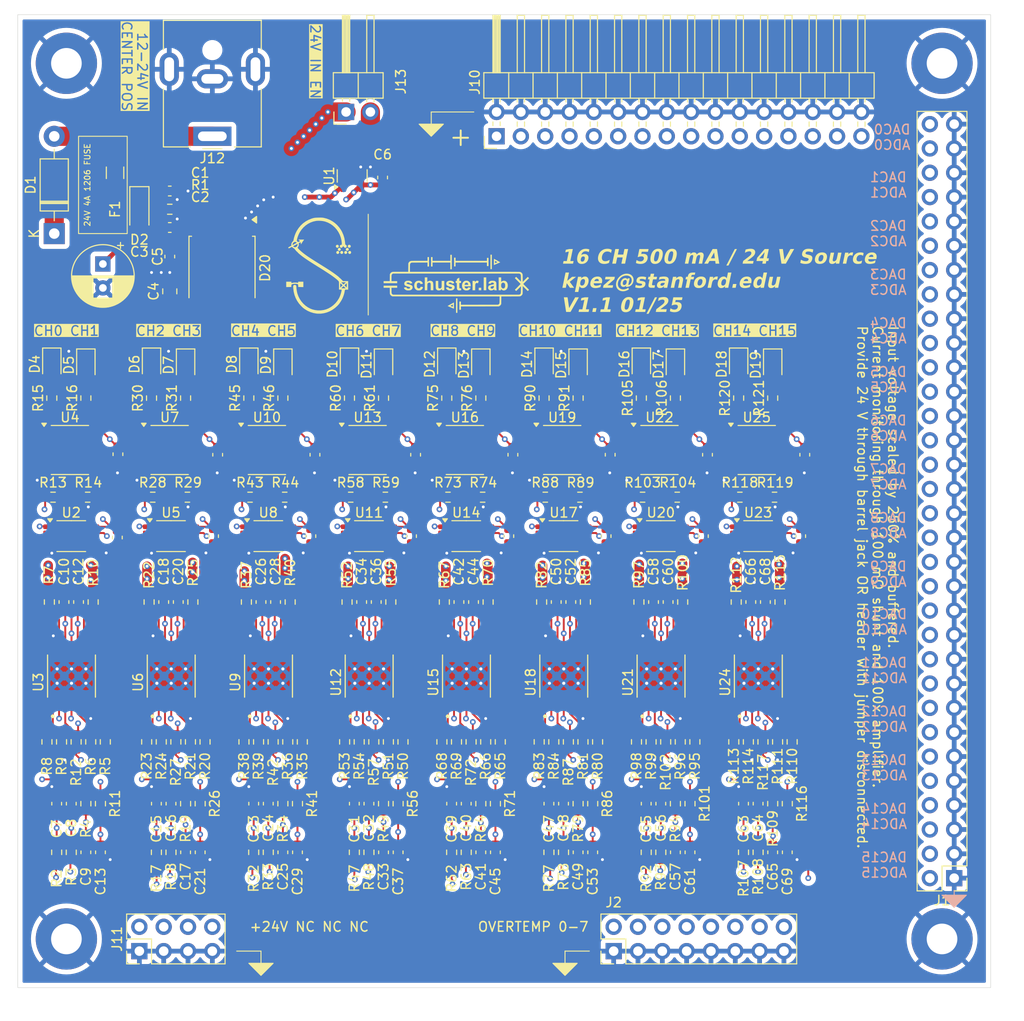
<source format=kicad_pcb>
(kicad_pcb (version 20240108) (generator "pcbnew") (generator_version "8.0")
  (layers (0 "F.Cu" signal) (1 "In1.Cu" signal) (2 "In2.Cu" signal) (3 "In3.Cu" signal) (4 "In4.Cu" signal) (31 "B.Cu" signal) (34 "B.Paste" user) (35 "F.Paste" user) (36 "B.SilkS" user "B.Silkscreen") (37 "F.SilkS" user "F.Silkscreen") (38 "B.Mask" user) (39 "F.Mask" user) (44 "Edge.Cuts" user))
  (net 0 "")
  (net 1 "GNDA")
  (net 2 "+24V")
  (net 3 "Net-(D2-A)")
  (net 4 "+5V")
  (net 5 "Net-(U3-IN1+)")
  (net 6 "Net-(U3-IN2+)")
  (net 7 "/ADC1")
  (net 8 "/ADC0")
  (net 9 "Net-(U6-IN1+)")
  (net 10 "Net-(U6-IN2+)")
  (net 11 "/ADC3")
  (net 12 "/ADC2")
  (net 13 "Net-(U9-IN1+)")
  (net 14 "Net-(U9-IN2+)")
  (net 15 "/ADC5")
  (net 16 "/ADC4")
  (net 17 "Net-(U12-IN1+)")
  (net 18 "Net-(U12-IN2+)")
  (net 19 "/ADC7")
  (net 20 "/ADC6")
  (net 21 "Net-(U15-IN1+)")
  (net 22 "Net-(U15-IN2+)")
  (net 23 "/ADC9")
  (net 24 "/ADC8")
  (net 25 "Net-(U18-IN1+)")
  (net 26 "Net-(U18-IN2+)")
  (net 27 "/ADC11")
  (net 28 "/ADC10")
  (net 29 "Net-(U21-IN1+)")
  (net 30 "Net-(U21-IN2+)")
  (net 31 "/ADC13")
  (net 32 "/ADC12")
  (net 33 "Net-(U24-IN1+)")
  (net 34 "Net-(U24-IN2+)")
  (net 35 "/ADC15")
  (net 36 "/ADC14")
  (net 37 "Net-(D1-K)")
  (net 38 "Net-(D1-A)")
  (net 39 "Net-(D4-A)")
  (net 40 "Net-(D5-A)")
  (net 41 "Net-(D6-A)")
  (net 42 "Net-(D7-A)")
  (net 43 "Net-(D8-A)")
  (net 44 "Net-(D9-A)")
  (net 45 "Net-(D10-A)")
  (net 46 "Net-(D11-A)")
  (net 47 "Net-(D12-A)")
  (net 48 "Net-(D13-A)")
  (net 49 "Net-(D14-A)")
  (net 50 "Net-(D15-A)")
  (net 51 "Net-(D16-A)")
  (net 52 "Net-(D17-A)")
  (net 53 "Net-(D18-A)")
  (net 54 "Net-(D19-A)")
  (net 55 "/DAC11")
  (net 56 "/DAC2")
  (net 57 "/DAC1")
  (net 58 "/DAC14")
  (net 59 "/DAC6")
  (net 60 "/DAC5")
  (net 61 "/DAC7")
  (net 62 "/DAC9")
  (net 63 "/DAC10")
  (net 64 "/DAC3")
  (net 65 "/DAC15")
  (net 66 "/DAC0")
  (net 67 "/DAC4")
  (net 68 "/DAC8")
  (net 69 "/DAC12")
  (net 70 "/DAC13")
  (net 71 "/V2")
  (net 72 "/V11")
  (net 73 "/V5")
  (net 74 "/V3")
  (net 75 "/V13")
  (net 76 "/V9")
  (net 77 "/V10")
  (net 78 "/V4")
  (net 79 "/V0")
  (net 80 "/V1")
  (net 81 "/V12")
  (net 82 "/V7")
  (net 83 "/V14")
  (net 84 "/V6")
  (net 85 "/V15")
  (net 86 "/V8")
  (net 90 "Net-(U2-OUT1)")
  (net 91 "/2channels/V2_BUF")
  (net 92 "Net-(U3-IN2-)")
  (net 93 "/2channels/V1_BUF")
  (net 94 "Net-(U3-IN1-)")
  (net 95 "Net-(U2-OUT2)")
  (net 96 "Net-(U4A--)")
  (net 97 "Net-(R15-Pad1)")
  (net 98 "Net-(R16-Pad1)")
  (net 99 "Net-(U5-OUT1)")
  (net 100 "Net-(U6-IN2-)")
  (net 101 "/2channels1/V2_BUF")
  (net 102 "/2channels1/V1_BUF")
  (net 103 "Net-(U6-IN1-)")
  (net 104 "Net-(U5-OUT2)")
  (net 105 "Net-(U7A--)")
  (net 106 "Net-(R30-Pad1)")
  (net 107 "Net-(R31-Pad1)")
  (net 108 "Net-(U8-OUT1)")
  (net 109 "/2channels2/V2_BUF")
  (net 110 "Net-(U9-IN2-)")
  (net 111 "/2channels2/V1_BUF")
  (net 112 "Net-(U9-IN1-)")
  (net 113 "Net-(U8-OUT2)")
  (net 114 "Net-(U10A--)")
  (net 115 "Net-(R45-Pad1)")
  (net 116 "Net-(R46-Pad1)")
  (net 117 "Net-(U11-OUT1)")
  (net 118 "Net-(U12-IN2-)")
  (net 119 "/2channels3/V2_BUF")
  (net 120 "/2channels3/V1_BUF")
  (net 121 "Net-(U12-IN1-)")
  (net 122 "Net-(U11-OUT2)")
  (net 123 "Net-(U13A--)")
  (net 124 "Net-(R60-Pad1)")
  (net 125 "Net-(R61-Pad1)")
  (net 126 "Net-(U14-OUT1)")
  (net 127 "Net-(U15-IN2-)")
  (net 128 "/2channels4/V2_BUF")
  (net 129 "/2channels4/V1_BUF")
  (net 130 "Net-(U15-IN1-)")
  (net 131 "Net-(U14-OUT2)")
  (net 132 "Net-(U16A--)")
  (net 133 "Net-(R75-Pad1)")
  (net 134 "Net-(R76-Pad1)")
  (net 135 "Net-(U17-OUT1)")
  (net 136 "/2channels5/V2_BUF")
  (net 137 "Net-(U18-IN2-)")
  (net 138 "/2channels5/V1_BUF")
  (net 139 "Net-(U18-IN1-)")
  (net 140 "Net-(U17-OUT2)")
  (net 141 "Net-(U19A--)")
  (net 142 "Net-(R90-Pad1)")
  (net 143 "Net-(R91-Pad1)")
  (net 144 "Net-(U20-OUT1)")
  (net 145 "/2channels6/V2_BUF")
  (net 146 "Net-(U21-IN2-)")
  (net 147 "/2channels6/V1_BUF")
  (net 148 "Net-(U21-IN1-)")
  (net 149 "Net-(U20-OUT2)")
  (net 150 "Net-(U22A--)")
  (net 151 "Net-(R105-Pad1)")
  (net 152 "Net-(R106-Pad1)")
  (net 153 "Net-(U23-OUT1)")
  (net 154 "Net-(U24-IN2-)")
  (net 155 "/2channels7/V2_BUF")
  (net 156 "/2channels7/V1_BUF")
  (net 157 "Net-(U24-IN1-)")
  (net 158 "Net-(U23-OUT2)")
  (net 159 "Net-(U25A--)")
  (net 160 "Net-(R120-Pad1)")
  (net 161 "Net-(R121-Pad1)")
  (net 178 "Net-(D2-K)")
  (net 179 "/SHDN6")
  (net 180 "/SHDN3")
  (net 181 "/SHDN5")
  (net 182 "/SHDN7")
  (net 183 "/SHDN2")
  (net 184 "/SHDN1")
  (net 185 "/SHDN4")
  (net 186 "/SHDN0")
  (footprint "Resistor_SMD:R_0603_1608Metric" (layer "F.Cu") (at 25.146 75.94 90)
    (property "Reference" "R39")
    (property "Value" "10k")
  )
  (footprint "Capacitor_SMD:C_0603_1608Metric" (layer "F.Cu") (at 68.677 87.473 -90)
    (property "Reference" "C57")
    (property "Value" "1u")
  )
  (footprint "Resistor_SMD:R_0603_1608Metric" (layer "F.Cu") (at 35.657 75.94 90)
    (property "Reference" "R54")
    (property "Value" "10k")
  )
  (footprint "Package_SO:VSSOP-8_3x3mm_P0.65mm" (layer "F.Cu") (at 26.162 54.453)
    (property "Reference" "U8")
    (property "Value" "~")
  )
  (footprint "Resistor_SMD:R_0603_1608Metric" (layer "F.Cu") (at 67.661 75.94 90)
    (property "Reference" "R102")
    (property "Value" "10k")
  )
  (footprint "Resistor_SMD:R_0603_1608Metric" (layer "F.Cu") (at 39.721 82.393 -90)
    (property "Reference" "R56")
    (property "Value" "1k")
  )
  (footprint "Resistor_SMD:R_0603_1608Metric" (layer "F.Cu") (at 77.821 75.94 90)
    (property "Reference" "R117")
    (property "Value" "10k")
  )
  (footprint "Resistor_SMD:R_0603_1608Metric" (layer "F.Cu") (at 58.708 50.389)
    (property "Reference" "R89")
    (property "Value" "1k")
  )
  (footprint "Capacitor_SMD:C_0603_1608Metric" (layer "F.Cu") (at 4.826 61.335 90)
    (property "Reference" "C10")
    (property "Value" "1u")
  )
  (footprint "Resistor_SMD:R_0603_1608Metric" (layer "F.Cu") (at 74.773 75.94 90)
    (property "Reference" "R113")
    (property "Value" "15k")
  )
  (footprint "Resistor_SMD:R_0603_1608Metric" (layer "F.Cu") (at 19.558 75.94 90)
    (property "Reference" "R20")
    (property "Value" "15k")
  )
  (footprint "Connector_PinHeader_2.54mm:PinHeader_2x32_P2.54mm_Vertical" (layer "F.Cu") (at 97.79 90.17 180)
    (property "Reference" "J1")
    (property "Value" "Conn_02x32_Odd_Even")
  )
  (footprint "Capacitor_SMD:C_0603_1608Metric" (layer "F.Cu") (at 71.598 54.453 -90)
    (property "Reference" "C59" (hide yes))
    (property "Value" "0.1u")
  )
  (footprint "lablogos:LINQSlogo" (layer "F.Cu") (at 31.3 26.2)
    (property "Reference" "G***" (hide yes))
    (property "Value" "LOGO" (hide yes))
  )
  (footprint "Package_SO:VSSOP-8_3x3mm_P0.65mm" (layer "F.Cu") (at 67.153 54.453)
    (property "Reference" "U20")
    (property "Value" "~")
  )
  (footprint "Resistor_SMD:R_0603_1608Metric" (layer "F.Cu") (at 58.517 40.038 90)
    (property "Reference" "R91")
    (property "Value" "10k")
  )
  (footprint "Capacitor_SMD:C_0603_1608Metric" (layer "F.Cu") (at 60.041 87.473 -90)
    (property "Reference" "C53")
    (property "Value" "1u")
  )
  (footprint "Capacitor_SMD:C_0603_1608Metric" (layer "F.Cu") (at 55.469 82.393 90)
    (property "Reference" "C47")
    (property "Value" "1u")
  )
  (footprint "Resistor_SMD:R_0603_1608Metric" (layer "F.Cu") (at 68.677 40.038 90)
    (property "Reference" "R106")
    (property "Value" "10k")
  )
  (footprint "Resistor_SMD:R_0603_1608Metric" (layer "F.Cu") (at 29.21 82.393 -90)
    (property "Reference" "R41")
    (property "Value" "1k")
  )
  (footprint "Resistor_SMD:R_0603_1608Metric" (layer "F.Cu") (at 55.977 75.94 90)
    (property "Reference" "R84")
    (property "Value" "10k")
  )
  (footprint "Capacitor_SMD:C_0603_1608Metric" (layer "F.Cu") (at 19.05 87.473 -90)
    (property "Reference" "C21")
    (property "Value" "1u")
  )
  (footprint "LED_SMD:LED_0805_2012Metric" (layer "F.Cu") (at 3.556 36.4975 -90)
    (property "Reference" "D4")
    (property "Value" "LED")
  )
  (footprint "Capacitor_SMD:C_0603_1608Metric" (layer "F.Cu") (at 17.526 87.473 -90)
    (property "Reference" "C17")
    (property "Value" "1u")
  )
  (footprint "Resistor_SMD:R_0603_1608Metric" (layer "F.Cu") (at 47.341 75.94 90)
    (property "Reference" "R72")
    (property "Value" "10k")
  )
  (footprint "Resistor_SMD:R_0603_1608Metric" (layer "F.Cu") (at 60.549 75.94 90)
    (property "Reference" "R80")
    (property "Value" "15k")
  )
  (footprint "Resistor_SMD:R_0603_1608Metric" (layer "F.Cu") (at 48.357 40.038 90)
    (property "Reference" "R76")
    (property "Value" "10k")
  )
  (footprint "Resistor_SMD:R_0603_1608Metric" (layer "F.Cu") (at 14.478 87.473 90)
    (property "Reference" "R17")
    (property "Value" "1k")
  )
  (footprint "Resistor_SMD:R_0603_1608Metric" (layer "F.Cu") (at 26.67 75.94 90)
    (property "Reference" "R42")
    (property "Value" "10k")
  )
  (footprint "Package_SO:SOIC-8_3.9x4.9mm_P1.27mm" (layer "F.Cu") (at 56.852 45.46)
    (property "Reference" "U19")
    (property "Value" "LM393")
  )
  (footprint "Capacitor_SMD:C_0603_1608Metric" (layer "F.Cu") (at 14.478 82.393 90)
    (property "Reference" "C15")
    (property "Value" "1u")
  )
  (footprint "Resistor_SMD:R_0603_1608Metric" (layer "F.Cu") (at 7.62 75.94 -90)
    (property "Reference" "R6")
    (property "Value" "10k")
  )
  (footprint "Resistor_SMD:R_0603_1608Metric" (layer "F.Cu") (at 68.677 82.393 -90)
    (property "Reference" "R94")
    (property "Value" "1k")
  )
  (footprint "Capacitor_SMD:C_0603_1608Metric" (layer "F.Cu") (at 82.187 45.955 -90)
    (property "Reference" "C70" (hide yes))
    (property "Value" "0.1u")
  )
  (footprint "Resistor_SMD:R_0603_1608Metric" (layer "F.Cu") (at 34.133 75.94 90)
    (property "Reference" "R53")
    (property "Value" "15k")
  )
  (footprint "Resistor_SMD:R_0603_1608Metric" (layer "F.Cu") (at 3.684 50.389)
    (property "Reference" "R13")
    (property "Value" "10k")
  )
  (footprint "Capacitor_SMD:C_0603_1608Metric" (layer "F.Cu") (at 29.21 87.473 -90)
    (property "Reference" "C29")
    (property "Value" "1u")
  )
  (footprint "Resistor_SMD:R_0603_1608Metric" (layer "F.Cu") (at 35.149 87.473 90)
    (property "Reference" "R47")
    (property "Value" "1k")
  )
  (footprint "opamp_footprints:IC_TPS27S100BPWPR" (layer "F.Cu") (at 26.186 69.07 90)
    (property "Reference" "U9")
    (property "Value" "~" (hide yes))
  )
  (footprint "Resistor_SMD:R_0603_1608Metric" (layer "F.Cu") (at 64.613 75.94 90)
    (property "Reference" "R98")
    (property "Value" "15k")
  )
  (footprint "Resistor_SMD:R_0603_1608Metric" (layer "F.Cu") (at 23.622 75.94 90)
    (property "Reference" "R38")
    (property "Value" "15k")
  )
  (footprint "Resistor_SMD:R_0603_1608Metric" (layer "F.Cu") (at 13.462 75.94 90)
    (property "Reference" "R23")
    (property "Value" "15k")
  )
  (footprint "Diode_THT:D_DO-41_SOD81_P10.16mm_Horizontal" (layer "F.Cu") (at 3.81 22.86 90)
    (property "Reference" "D1")
    (property "Value" "1N4001")
  )
  (footprint "Package_SO:SOIC-8_3.9x4.9mm_P1.27mm" (layer "F.Cu") (at 46.692 45.46)
    (property "Reference" "U16")
    (property "Value" "LM393")
  )
  (footprint "Resistor_SMD:R_0603_1608Metric" (layer "F.Cu") (at 44.929 50.389)
    (property "Reference" "R73")
    (property "Value" "10k")
  )
  (footprint "Package_SO:SOIC-8_3.9x4.9mm_P1.27mm" (layer "F.Cu") (at 26.021 45.46)
    (property "Reference" "U10")
    (property "Value" "LM393")
  )
  (footprint "Capacitor_SMD:C_0603_1608Metric" (layer "F.Cu") (at 80.361 87.473 -90)
    (property "Reference" "C69")
    (property "Value" "1u")
  )
  (footprint "Capacitor_SMD:C_0603_1608Metric" (layer "F.Cu") (at 66.391 61.335 90)
    (property "Reference" "C58")
    (property "Value" "1u")
  )
  (footprint "Capacitor_SMD:C_0603_1608Metric" (layer "F.Cu") (at 8.636 87.473 -90)
    (property "Reference" "C13")
    (property "Value" "1u")
  )
  (footprint "Capacitor_SMD:C_0603_1608Metric" (layer "F.Cu") (at 26.162 82.393 90)
    (property "Reference" "C24")
    (property "Value" "1u")
  )
  (footprint "Capacitor_SMD:C_0603_1608Metric" (layer "F.Cu") (at 39.721 87.473 -90)
    (property "Reference" "C37")
    (property "Value" "1u")
  )
  (footprint "Resistor_SMD:R_0603_1608Metric" (layer "F.Cu") (at 65.249 50.389)
    (property "Reference" "R103")
    (property "Value" "10k")
  )
  (footprint "Capacitor_SMD:C_0603_1608Metric" (layer "F.Cu") (at 51.707 45.955 -90)
    (property "Reference" "C46" (hide yes))
    (property "Value" "0.1u")
  )
  (footprint "Capacitor_THT:CP_Radial_D6.3mm_P2.50mm" (layer "F.Cu") (at 8.89 26.035 -90)
    (property "Reference" "C3")
    (property "Value" "47u")
  )
  (footprint "Resistor_SMD:R_0603_1608Metric" (layer "F.Cu") (at 18.288 61.335 -90)
    (property "Reference" "R25")
    (property "Value" "0.1")
  )
  (footprint "Resistor_SMD:R_0603_1608Metric" (layer "F.Cu") (at 45.817 75.94 90)
    (property "Reference" "R69")
    (property "Value" "10k")
  )
  (footprint "Capacitor_SMD:C_0603_1608Metric" (layer "F.Cu") (at 46.071 61.335 90)
    (property "Reference" "C42")
    (property "Value" "1u")
  )
  (footprint "Capacitor_SMD:C_0603_1608Metric" (layer "F.Cu") (at 70.201 87.473 -90)
    (property "Reference" "C61")
    (property "Value" "1u")
  )
  (footprint "Capacitor_SMD:C_0603_1608Metric" (layer "F.Cu") (at 57.755 61.335 90)
    (property "Reference" "C52")
    (property "Value" "0.1u")
  )
  (footprint "Capacitor_SMD:C_0603_1608Metric" (layer "F.Cu") (at 58.517 87.473 -90)
    (property "Reference" "C49")
    (property "Value" "1u")
  )
  (footprint "Resistor_SMD:R_0603_1608Metric" (layer "F.Cu") (at 79.599 61.335 -90)
    (property "Reference" "R115")
    (property "Value" "0.1")
  )
  (footprint "Resistor_SMD:R_0603_1608Metric" (layer "F.Cu") (at 23.876 61.335 -90)
    (property "Reference" "R37")
    (property "Value" "0.1")
  )
  (footprint "Resistor_SMD:R_0603_1608Metric" (layer "F.Cu") (at 80.361 82.393 -90)
    (property "Reference" "R116")
    (property "Value" "1k")
  )
  (footprint "Connector_PinHeader_2.54mm:PinHeader_2x04_P2.54mm_Vertical" (layer "F.Cu") (at 12.7 97.79 90)
    (property "Reference" "J11")
    (property "Value" "Conn_02x04_Odd_Even")
  )
  (footprint "Resistor_SMD:R_0603_1608Metric" (layer "F.Cu") (at 24.13 40.038 90)
    (property "Reference" "R45")
    (property "Value" "10k")
  )
  (footprint "Capacitor_SMD:C_0603_1608Metric" (layer "F.Cu") (at 61.438 54.453 -90)
    (property "Reference" "C51" (hide yes))
    (property "Value" "0.1u")
  )
  (footprint "Connector_BarrelJack:BarrelJack_CUI_PJ-063AH_Horizontal" (layer "F.Cu") (at 20.32 12.7 180)
    (property "Reference" "J12")
    (property "Value" "Barrel_Jack_MountingPin")
  )
  (footprint "Resistor_SMD:R_0603_1608Metric" (layer "F.Cu") (at 7.303 50.389)
    (property "Reference" "R14")
    (property "Value" "1k")
  )
  (footprint "Resistor_SMD:R_0603_1608Metric" (layer "F.Cu") (at 54.707 61.335 -90)
    (property "Reference" "R82")
    (property "Value" "0.1")
  )
  (footprint "Resistor_SMD:R_0603_1608Metric" (layer "F.Cu") (at 70.201 82.393 -90)
    (property "Reference" "R101")
    (property "Value" "1k")
  )
  (footprint "Resistor_SMD:R_0603_1608Metric" (layer "F.Cu") (at 38.959 61.335 -90)
    (property "Reference" "R55")
    (property "Value" "0.1")
  )
  (footprint "Resistor_SMD:R_0603_1608Metric" (layer "F.Cu") (at 7.874 61.335 -90)
    (property "Reference" "R10")
    (property "Value" "0.1")
  )
  (footprint "Resistor_SMD:R_0603_1608Metric" (layer "F.Cu") (at 24.258 50.389)
    (property "Reference" "R43")
    (property "Value" "10k")
  )
  (footprint "Resistor_SMD:R_0603_1608Metric" (layer "F.Cu") (at 49.881 82.393 -90)
    (property "Reference" "R71")
    (property "Value" "1k")
  )
  (footprint "Resistor_SMD:R_0603_1608Metric" (layer "F.Cu") (at 44.293 75.94 90)
    (property "Reference" "R68")
    (property "Value" "15k")
  )
  (footprint "Capacitor_SMD:C_0603_1608Metric" (layer "F.Cu") (at 36.673 82.393 90)
    (property "Reference" "C32")
    (property "Value" "1u")
  )
  (footprint "Resistor_SMD:R_0603_1608Metric" (layer "F.Cu") (at 13.97 40.038 90)
    (property "Reference" "R30")
    (property "Value" "10k")
  )
  (footprint "Capacitor_SMD:C_0603_1608Metric" (layer "F.Cu") (at 15.875 18.415)
    (property "Reference" "C1")
    (property "Value" "0.1u")
  )
  (footprint "Capacitor_SMD:C_0603_1608Metric" (layer "F.Cu") (at 45.309 82.393 90)
    (property "Reference" "C39")
    (property "Value" "1u")
  )
  (footprint "Package_TO_SOT_SMD:SOT-23" (layer "F.Cu") (at 34.925 16.8425 90)
    (property "Reference" "U1")
    (property "Value" "AP7381-50SA-7")
  )
  (footprint "Capacitor_SMD:C_0805_2012Metric" (layer "F.Cu") (at 15.875 28.89 90)
    (property "Reference" "C4")
    (property "Value" "10u")
  )
  (footprint "Resistor_SMD:R_0603_1608Metric" (layer "F.Cu") (at 75.027 61.335 -90)
    (property "Reference" "R112")
    (property "Value" "0.1")
  )
  (footprint "Resistor_SMD:R_0603_1608Metric" (layer "F.Cu") (at 9.144 75.94 90)
    (property "Reference" "R5")
    (property "Value" "15k")
  )
  (footprint "LED_SMD:LED_0805_2012Metric" (layer "F.Cu") (at 38.197 36.5945 -90)
    (property "Reference" "D11")
    (property "Value" "LED")
  )
  (footprint "Resistor_SMD:R_0603_1608Metric" (layer "F.Cu") (at 66.137 75.94 90)
    (property "Reference" "R99")
    (property "Value" "10k")
  )
  (footprint "Resistor_SMD:R_0603_1608Metric" (layer "F.Cu") (at 68.868 50.389)
    (property "Reference" "R104")
    (property "Value" "1k")
  )
  (footprint "Resistor_SMD:R_0603_1608Metric" (layer "F.Cu") (at 48.357 82.393 -90)
    (property "Reference" "R64")
    (property "Value" "1k")
  )
  (footprint "Resistor_SMD:R_0603_1608Metric" (layer "F.Cu") (at 27.686 82.393 -90)
    (property "Reference" "R34")
    (property "Value" "1k")
  )
  (footprint "Resistor_SMD:R_0603_1608Metric" (layer "F.Cu") (at 79.028 50.389)
    (property "Reference" "R119")
    (property "Value" "1k")
  )
  (footprint "LED_SMD:LED_0805_2012Metric" (layer "F.Cu") (at 7.112 36.5945 -90)
    (property "Reference" "D5")
    (property "Value" "LED")
  )
  (footprint "Package_SO:SOIC-8_3.9x4.9mm_P1.27mm" (layer "F.Cu") (at 67.012 45.46)
    (property "Reference" "U22")
    (property "Value" "LM393")
  )
  (footprint "Resistor_SMD:R_0603_1608Metric" (layer "F.Cu") (at 48.548 50.389)
    (property "Reference" "R74")
    (property "Value" "1k")
  )
  (footprint "Resistor_SMD:R_0603_1608Metric" (layer "F.Cu") (at 78.837 82.393 -90)
    (property "Reference" "R109")
    (property "Value" "1k")
  )
  (footprint "Resistor_SMD:R_0603_1608Metric" (layer "F.Cu") (at 27.686 40.038 90)
    (property "Reference" "R46")
    (property "Value" "10k")
  )
  (footprint "Resistor_SMD:R_0603_1608Metric" (layer "F.Cu") (at 4.572 75.94 90)
    (property "Reference" "R9")
    (property "Value" "10k")
  )
  (footprint "Capacitor_SMD:C_0603_1608Metric" (layer "F.Cu") (at 26.924 61.335 90)
    (property "Reference" "C28")
    (property "Value" "0.1u")
  )
  (footprint "Package_SO:SOIC-8_3.9x4.9mm_P1.27mm" (layer "F.Cu") (at 5.447 45.46)
    (property "Reference" "U4")
    (property "Value" "LM393")
  )
  (footprint "Resistor_SMD:R_0603_1608Metric" (layer "F.Cu") (at 6.096 75.94 90)
    (property "Reference" "R12")
    (property "Value" "10k")
  )
  (footprint "Resistor_SMD:R_0603_1608Metric" (layer "F.Cu") (at 49.119 61.335 -90)
    (property "Reference" "R70")
    (property "Value" "0.1")
  )
  (footprint "Resistor_SMD:R_0603_1608Metric" (layer "F.Cu") (at 75.789 87.473 90)
    (property "Reference" "R107")
    (property "Value" "1k")
  )
  (footprint "Fuse:Fuse_1206_3216Metric" (layer "F.Cu") (at 10.16 16.51 -90)
    (property "Reference" "F1")
    (property "Value" "Fuse")
  )
  (footprint "Resistor_SMD:R_0603_1608Metric" (layer "F.Cu") (at 75.281 40.038 90)
    (property "Reference" "R120")
    (property "Value" "10k")
  )
  (footprint "Resistor_SMD:R_0603_1608Metric" (layer "F.Cu") (at 18.034 75.94 -90)
    (property "Reference" "R21")
    (property "Value" "10k")
  )
  (footprint "opamp_footprints:IC_TPS27S100BPWPR" (layer "F.Cu") (at 67.177 69.07 90)
    (property "Reference" "U21")
    (property "Value" "~" (hide yes))
  )
  (footprint "Resistor_SMD:R_0603_1608Metric" (layer "F.Cu") (at 54.961 40.038 90)
    (property "Reference" "R90")
    (property "Value" "10k")
  )
  (footprint "Capacitor_SMD:C_0603_1608Metric" (layer "F.Cu") (at 67.153 82.393 90)
    (property "Reference" "C56")
    (property "Value" "1u")
  )
  (footprint "Package_SO:VSSOP-8_3x3mm_P0.65mm" (layer "F.Cu") (at 5.588 54.453)
    (property "Reference" "U2")
    (property "Value" "~")
  )
  (footprint "Capacitor_SMD:C_0603_1608Metric" (layer "F.Cu") (at 6.35 61.335 90)
    (property "Reference" "C12")
    (property "Value" "0.1u")
  )
  (footprint "Resistor_SMD:R_0603_1608Metric" (layer "F.Cu") (at 8.636 82.393 -90)
    (property "Reference" "R11")
    (property "Value" "1k")
  )
  (footprint "Capacitor_SMD:C_0603_1608Metric" (layer "F.Cu") (at 24.638 82.393 90)
    (property "Reference" "C23")
    (property "Value" "1u")
  )
  (footprint "Package_SO:SOIC-8_3.9x4.9mm_P1.27mm" (layer "F.Cu") (at 15.861 45.46)
    (property "Reference" "U7")
    (property "Value" "LM393")
  )
  (footprint "Capacitor_SMD:C_0603_1608Metric" (layer "F.Cu") (at 35.911 61.335 90)
    (property "Reference" "C34")
    (property "Value" "1u")
  )
  (footprint "Resistor_SMD:R_0603_1608Metric" (layer "F.Cu") (at 37.181 75.94 90)
    (property "Reference" "R57")
    (property "Value" "10k")
  )
  (footprint "Capacitor_SMD:C_0603_1608Metric" (layer "F.Cu") (at 41.547 45.955 -90)
    (property "Reference" "C38" (hide yes))
    (property "Value" "0.1u")
  )
  (footprint "Resistor_SMD:R_0603_1608Metric" (layer "F.Cu") (at 28.448 61.335 -90)
    (property "Reference" "R40")
    (property "Value" "0.1")
  )
  (footprint "Resistor_SMD:R_0603_1608Metric" (layer "F.Cu") (at 60.041 82.393 -90)
    (property "Reference" "R86")
    (property "Value" "1k")
  )
  (footprint "Resistor_SMD:R_0603_1608Metric" (layer "F.Cu") (at 50.389 75.94 90)
    (property "Reference" "R65")
    (property "Value" "15k")
  )
  (footprint "Capacitor_SMD:C_0603_1608Metric" (layer "F.Cu") (at 49.881 87.473 -90)
    (property "Reference" "C45")
    (property "Value" "1u")
  )
  (footprint "Diode_SMD:D_SOD-123" (layer "F.Cu") (at 12.7 20.32 -90)
    (property "Reference" "D2")
    (property "Value" "D_Zener")
  )
  (footprint "Capacitor_SMD:C_0603_1608Metric" (layer "F.Cu") (at 38.1 17.005 90)
    (property "Reference" "C6")
    (property "Value" "1u")
  )
  (footprint "Capacitor_SMD:C_0603_1608Metric" (layer "F.Cu") (at 51.278 54.453 -90)
    (property "Reference" "C43" (hide yes))
    (property "Value" "0.1u")
  )
  (footprint "Resistor_SMD:R_0603_1608Metric" (layer "F.Cu") (at 57.501 75.94 90)
    (property "Reference" "R87")
    (property "Value" "10k")
  )
  (footprint "Capacitor_SMD:C_0603_1608Metric" (layer "F.Cu") (at 7.112 87.473 -90)
    (property "Reference" "C9")
    (property "Value" "1u")
  )
  (footprint "Resistor_SMD:R_0603_1608Metric" (layer "F.Cu") (at 67.153 87.473 90)
    (property "Reference" "R93")
    (property "Value" "1k")
  )
  (footprint "Capacitor_SMD:C_0603_1608Metric" (layer "F.Cu") (at 72.027 45.955 -90)
    (property "Reference" "C62" (hide yes))
    (property "Value" "0.1u")
  )
  (footprint "Resistor_SMD:R_0603_1608Metric" (layer "F.Cu") (at 15.875 20.32)
    (property "Reference" "R1")
    (property "Value" "1k")
  )
  (footprint "Capacitor_SMD:C_0603_1608Metric" (layer "F.Cu") (at 48.357 87.473 -90)
    (property "Reference" "C41")
    (property "Value" "1u")
  )
  (footprint "Resistor_SMD:R_0603_1608Metric" (layer "F.Cu") (at 69.185 75.94 -90)
    (property "Reference" "R96")
    (property "Value" "10k")
  )
  (footprint "Capacitor_SMD:C_0603_1608Metric" (layer "F.Cu") (at 75.789 82.393 90)
    (property "Reference" "C63")
    (property "Value" "1u")
  )
  (footprint "LED_SMD:LED_0805_2012Metric" (layer "F.Cu") (at 44.801 36.4975 -90)
    (property "Reference" "D12")
    (property "Value" "LED")
  )
  (footprint "Capacitor_SMD:C_0603_1608Metric" (layer "F.Cu") (at 15.24 61.335 90)
    (property "Reference" "C18")
    (property "Value" "1u")
  )
  (footprint "LED_SMD:LED_0805_2012Metric" (layer "F.Cu") (at 48.357 36.5945 -90)
    (property "Reference" "D13")
    (property "Value" "LED")
  )
  (footprint "Resistor_SMD:R_0603_1608Metric" (layer "F.Cu") (at 80.869 75.94 90)
    (property "Reference" "R110")
    (property "Value" "15k")
  )
  (footprint "LED_SMD:LED_0805_2012Metric" (layer "F.Cu") (at 75.281 36.4975 -90)
    (property "Reference" "D18")
    (property "Value" "LED")
  )
  (footprint "Package_SO:VSSOP-8_3x3mm_P0.65mm" (layer "F.Cu") (at 56.993 54.453)
    (property "Reference" "U17")
    (property "Value" "~")
  )
  (footprint "Resistor_SMD:R_0603_1608Metric" (layer "F.Cu") (at 69.439 61.335 -90)
    (property "Reference" "R100")
    (property "Value" "0.1")
  )
  (footprint "Resistor_SMD:R_0603_1608Metric" (layer "F.Cu") (at 34.387 61.335 -90)
    (property "Reference" "R52")
    (property "Value" "0.1")
  )
  (footprint "Resistor_SMD:R_0603_1608Metric" (layer "F.Cu") (at 19.05 82.393 -90)
    (property "Reference" "R26")
    (property "Value" "1k")
  )
  (footprint "Capacitor_SMD:C_0603_1608Metric" (layer "F.Cu") (at 47.595 61.335 90)
    (property "Reference" "C44")
    (property "Value" "0.1u")
  )
  (footprint "Resistor_SMD:R_0603_1608Metric" (layer "F.Cu") (at 55.469 87.473 90)
    (property "Reference" "R77")
    (property "Value" "1k")
  )
  (footprint "Capacitor_SMD:C_0603_1608Metric" (layer "F.Cu") (at 4.064 82.393 90)
    (property "Reference" "C7")
    (property "Value" "1u")
  )
  (footprint "Resistor_SMD:R_0603_1608Metric" (layer "F.Cu") (at 17.526 40.038 90)
    (property "Reference" "R31")
    (property "Value" "10k")
  )
  (footprint "Capacitor_SMD:C_0603_1608Metric" (layer "F.Cu") (at 38.197 87.473 -90)
    (property "Reference" "C33")
    (property "Value" "1u")
  )
  (footprint "Connector_PinHeader_2.54mm:PinHeader_2x08_P2.54mm_Vertical" (layer "F.Cu") (at 62.23 97.79 90)
    (property "Reference" "J2")
    (property "Value" "Conn_02x08_Odd_Even")
  )
  (footprint "Resistor_SMD:R_0603_1608Metric" (layer "F.Cu") (at 44.547 61.335 -90)
    (property "Reference" "R67")
    (property "Value" "0.1")
  )
  (footprint "Resistor_SMD:R_0603_1608Metric" (layer "F.Cu") (at 14.098 50.389)
    (property "Reference" "R28")
    (property "Value" "10k")
  )
  (footprint "Resistor_SMD:R_0603_1608Metric" (layer "F.Cu") (at 3.048 75.94 90)
    (property "Reference" "R8")
    (property "Value" "15k")
  )
  (footprint "Resistor_SMD:R_0603_1608Metric" (layer "F.Cu") (at 24.638 87.473 90)
    (property "Reference" "R32")
    (property "Value" "1k")
  )
  (footprint "opamp_footprints:IC_TPS27S100BPWPR" (layer "F.Cu") (at 46.857 69.07 90)
    (property "Reference" "U15")
    (property "Value" "~" (hide yes))
  )
  (footprint "Resistor_SMD:R_0603_1608Metric" (layer "F.Cu") (at 38.197 82.393 -90)
    (property "Reference" "R49")
    (property "Value" "1k")
  )
  (footprint "Resistor_SMD:R_0603_1608Metric" (layer "F.Cu") (at 65.629 87.473 90)
    (property "Reference" "R92")
    (property "Value" "1k")
  )
  (footprint "Package_SO:SOIC-8_3.9x4.9mm_P1.27mm" (layer "F.Cu") (at 36.532 45.46)
    (property "Reference" "U13")
    (property "Value" "LM393")
  )
  (footprint "Resistor_SMD:R_0603_1608Metric" (layer "F.Cu") (at 34.641 40.038 90)
    (property "Reference" "R60")
    (property "Value" "10k")
  )
  (footprint "Capacitor_SMD:C_0603_1608Metric" (layer "F.Cu") (at 77.313 82.393 90)
    (property "Reference" "C64")
    (property "Value" "1u")
  )
  (footprint "MountingHole:MountingHole_3.2mm_M3_Pad" (layer "F.Cu") (at 5.08 5.08)
    (property "Reference" "H1" (hide yes))
    (property "Value" "MountingHole_Pad")
  )
  (footprint "Resistor_SMD:R_0603_1608Metric" (layer "F.Cu") (at 4.064 87.473 90)
    (property "Reference" "R2")
    (property "Value" "1k")
  )
  (footprint "Resistor_SMD:R_0603_1608Metric" (layer "F.Cu") (at 7.112 40.038 90)
    (property "Reference" "R16")
    (property "Value" "10k")
  )
  (footprint "Resistor_SMD:R_0603_1608Metric" (layer "F.Cu") (at 14.986 75.94 90)
    (property "Reference" "R24")
    (property "Value" "10k")
  )
  (footprint "Capacitor_SMD:C_0603_1608Metric" (layer "F.Cu") (at 20.876 45.955 -90)
    (property "Reference" "C22" (hide yes))
    (property "Value" "0.1u")
  )
  (footprint "LED_SMD:LED_0805_2012Metric" (layer "F.Cu") (at 13.97 36.4975 -90)
    (property "Reference" "D6")
    (property "Value" "LED")
  )
  (footprint "Resistor_SMD:R_0603_1608Metric" (layer "F.Cu") (at 16.51 75.94 90)
    (property "Reference" "R27")
    (property "Value" "10k")
  )
  (footprint "Resistor_SMD:R_0603_1608Metric" (layer "F.Cu") (at 5.588 87.473 90)
    (property "Reference" "R3")
    (property "Value" "1k")
  )
  (footprint "Package_SO:VSSOP-8_3x3mm_P0.65mm" (layer "F.Cu") (at 77.313 54.453)
    (property "Reference" "U23")
    (property "Value" "~")
  )
  (footprint "Resistor_SMD:R_0603_1608Metric" (layer "F.Cu") (at 55.089 50.389)
    (property "Reference" "R88")
    (property "Value" "10k")
  )
  (footprint "opamp_footprints:IC_TPS27S100BPWPR" (layer "F.Cu") (at 57.017 69.07 90)
    (property "Reference" "U18")
    (property "Value" "~" (hide yes))
  )
  (footprint "Resistor_SMD:R_0603_1608Metric" (layer "F.Cu") (at 38.705 75.94 -90)
    (property "Reference" "R51")
    (property "Value" "10k")
  )
  (footprint "Resistor_SMD:R_0603_1608Metric" (layer "F.Cu") (at 34.769 50.389)
    (property "Reference" "R58")
    (property "Value" "10k")
  )
  (footprint "Resistor_SMD:R_0603_1608Metric" (layer "F.Cu") (at 38.388 50.389)
    (property "Reference" "R59")
    (property "Value" "1k")
  )
  (footprint "LED_SMD:LED_0805_2012Metric" (layer "F.Cu") (at 54.961 36.4975 -90)
    (property "Reference" "D14")
    (property "Value" "LED")
  )
  (footprint "Capacitor_SMD:C_0603_1608Metric" (layer "F.Cu") (at 10.4 54.6 -90)
    (property "Reference" "C11" (hide yes))
    (property "Value" "0.1u")
  )
  (footprint "Resistor_SMD:R_0603_1608Metric" (layer "F.Cu") (at 27.877 50.389)
    (property "Reference" "R44")
    (property "Value" "1k")
  )
  (footprint "Capacitor_SMD:C_0603_1608Metric" (layer "F.Cu") (at 76.551 61.335 90)
    (property "Reference" "C66")
    (property "Value" "1u")
  )
  (footprint "Resistor_SMD:R_0603_1608Metric" (layer "F.Cu") (at 64.867 61.335 -90)
    (property "Reference" "R97")
    (property "Value" "0.1")
  )
  (footprint "Resistor_SMD:R_0603_1608Metric" (layer "F.Cu") (at 40.229 75.94 90)
    (property "Reference" "R50")
    (property "Value" "15k")
  )
  (footprint "MountingHole:MountingHole_3.2mm_M3_Pad" (layer "F.Cu") (at 5.08 96.52)
    (property "Reference" "H2" (hide yes))
    (property "Value" "MountingHole_Pad")
  )
  (footprint "Resistor_SMD:R_0603_1608Metric" (layer "F.Cu") (at 3.556 40.038 90)
    (property "Reference" "R15")
    (property "Value" "10k")
  )
  (footprint "Resistor_SMD:R_0603_1608Metric" (layer "F.Cu") (at 77.313 87.473 90)
    (property "Reference" "R108")
    (property "Value" "1k")
  )
  (footprint "LED_SMD:LED_0805_2012Metric" (layer "F.Cu") (at 58.517 36.5945 -90)
    (property "Reference" "D15")
    (property "Value" "LED")
  )
  (footprint "Resistor_SMD:R_0603_1608Metric" (layer "F.Cu") (at 70.709 75.94 90)
    (property "Reference" "R95")
    (property "Value" "15k")
  )
  (footprint "LED_SMD:LED_0805_2012Metric" (layer "F.Cu") (at 17.526 36.5945 -90)
    (property "Reference" "D7")
    (property "Value" "LED")
  )
  (footprint "Package_TO_SOT_SMD:TO-252-3_TabPin2" (layer "F.Cu") (at 21.33 26.45 -90)
    (property "Reference" "D20")
    (property "Value" "Q_SCR_KAG")
  )
  (footprint "Resistor_SMD:R_0603_1608Metric" (layer "F.Cu") (at 45.309 87.473 90)
    (property "Reference" "R62")
    (property "Value" "1k")
  )
  (footprint "Capacitor_SMD:C_0603_1608Metric" (layer "F.Cu") (at 20.447 54.453 -90)
    (property "Reference" "C19" (hide yes))
    (property "Value" "0.1u")
  )
  (footprint "Connector_PinHeader_2.54mm:PinHeader_1x02_P2.54mm_Horizontal" (layer "F.Cu") (at 34.285 10.16 90)
    (property "Reference" "J13")
    (property "Value" "Conn_01x02_Pin")
  )
  (footprint "Resistor_SMD:R_0603_1608Metric" (layer "F.Cu") (at 29.718 75.94 90)
    (property "Reference" "R35")
    (property "Value" "15k")
  )
  (footprint "Resistor_SMD:R_0603_1608Metric" (layer "F.Cu") (at 38.197 40.038 90)
    (property "Reference" "R61")
    (property "Value" "10k")
  )
  (footprint "Capacitor_SMD:C_0603_1608Metric" (layer "F.Cu") (at 65.629 82.393 90)
    (property "Reference" "C55")
    (property "Value" "1u")
  )
  (footprint "LED_SMD:LED_0805_2012Metric" (layer "F.Cu") (at 34.641 36.4975 -90)
    (property "Reference" "D10")
    (property "Value" "LED")
  )
  (footprint "Capacitor_SMD:C_0603_1608Metric" (layer "F.Cu") (at 27.686 87.473 -90)
    (property "Reference" "C25")
    (property "Value" "1u")
  )
  (footprint "Resistor_SMD:R_0603_1608Metric" (layer "F.Cu") (at 59.025 75.94 -90)
    (property "Reference" "R81")
    (property "Value" "10k")
  )
  (footprint "Capacitor_SMD:C_0603_1608Metric" (layer "F.Cu") (at 16.764 61.335 90)
    (property "Reference" "C20")
    (property "Value" "0.1u")
  )
  (footprint "Capacitor_SMD:C_0603_1608Metric" (layer "F.Cu") (at 67.915 61.335 90)
    (property "Reference" "C60")
    (property "Value" "0.1u")
  )
  (footprint "Capacitor_SMD:C_0603_1608Metric" (layer "F.Cu") (at 10.462 45.9 -90)
    (property "Reference" "C14" (hide yes))
    (property "Value" "0.1u")
  )
  (footprint "Capacitor_SMD:C_0603_1608Metric" (layer "F.Cu") (at 15.875 25.26 -90)
    (property "Reference" "C5")
    (property "Value" "1u")
  )
  (footprint "Connector_PinHeader_2.54mm:PinHeader_2x16_P2.54mm_Horizontal" (layer "F.Cu") (at 50 12.7 90)
    (property "Reference" "J10")
    (property "Value" "Conn_02x16_Odd_Even")
  )
  (footprint "Resistor_SMD:R_0603_1608Metric" (layer "F.Cu") (at 59.279 61.335 -90)
    (property "Reference" "R85")
    (property "Value" "0.1")
  )
  (footprint "Resistor_SMD:R_0603_1608Metric" (layer "F.Cu") (at 16.002 87.473 90)
    (property "Reference" "R18")
    (property "Value" "1k")
  )
  (footprint "Resistor_SMD:R_0603_1608Metric" (layer "F.Cu") (at 54.453 75.94 90)
    (property "Reference" "R83")
    (property "Value" "15k")
  )
  (footprint "Package_SO:SOIC-8_3.9x4.9mm_P1.27mm" (layer "F.Cu") (at 77.172 45.46)
    (property "Reference" "U25")
    (property "Value" "LM393")
  )
  (footprint "Capacitor_SMD:C_0603_1608Metric" (layer "F.Cu") (at 81.758 54.453 -90)
    (property "Reference" "C67" (hide yes))
    (property "Value" "0.1u")
  )
  (footprint "Capacitor_SMD:C_0603_1608Metric" (layer "F.Cu") (at 37.435 61.335 90)
    (property "Reference" "C36")
    (property "Value" "0.1u")
  )
  (footprint "MountingHole:MountingHole_3.2mm_M3_Pad" (layer "F.Cu") (at 96.52 96.52)
    (property "Reference" "H4" (hide yes))
    (property "Value" "MountingHole_Pad")
  )
  (footprint "Resistor_SMD:R_0603_1608Metric" (layer "F.Cu") (at 48.865 75.94 -90)
    (property "Reference" "R66")
    (property "Value" "10k")
  )
  (footprint "Resistor_SMD:R_0603_1608Metric" (layer "F.Cu") (at 3.302 61.335 -90)
    (property "Reference" "R7")
    (property "Value" "0.1")
  )
  (footprint "Resistor_SMD:R_0603_1608Metric" (layer "F.Cu") (at 26.162 87.473 90)
    (property "Reference" "R33")
    (property "Value" "1k")
  )
  (footprint "lablogos:slablogo" (layer "F.Cu") (at 45.957891 27.957103)
    (property "Reference" "G***" (hide yes))
    (property "Value" "LOGO" (hide yes))
  )
  (footprint "Resistor_SMD:R_0603_1608Metric" (layer "F.Cu") (at 76.297 75.94 90)
    (property "Reference" "R114")
    (property "Value" "10k")
  )
  (footprint "Resistor_SMD:R_0603_1608Metric" (layer "F.Cu") (at 75.409 50.389)
    (property "Reference" "R118")
    (property "Value" "10k")
  )
  (footprint "Capacitor_SMD:C_0603_1608Metric" (layer "F.Cu") (at 46.833 82.393 90)
    (property "Reference" "C40")
    (property "Value" "1u")
  )
  (footprint "Resistor_SMD:R_0603_1608Metric" (layer "F.Cu") (at 56.993 87.473 90)
    (property "Reference" "R78")
    (property "Value" "1k")
  )
  (footprint "Capacitor_SMD:C_0603_1608Metric" (layer "F.Cu") (at 15.875 22.225)
    (property "Reference" "C2")
    (property "Value" "0.1u")
  )
  (footprint "Package_SO:VSSOP-8_3x3mm_P0.65mm" (layer "F.Cu") (at 36.673 54.453)
    (property "Reference" "U11")
    (property "Value" "~")
  )
  (footprint "Resistor_SMD:R_0603_1608Metric" (layer "F.Cu") (at 17.526 82.393 -90)
    (property "Reference" "R19")
    (property "Value" "1k")
  )
  (footprint "Capacitor_SMD:C_0603_1608Metric" (layer "F.Cu") (at 30.607 54.453 -90)
    (property "Reference" "C27" (hide yes))
    (property "Value" "0.1u")
  )
  (footprint "Resistor_SMD:R_0603_1608Metric" (layer "F.Cu") (at 28.194 75.94 -90)
    (property "Reference" "R36")
    (property "Value" "10k")
  )
  (footprint "Resistor_SMD:R_0603_1608Metric" (layer "F.Cu") (at 46.833 87.473 90)
    (property "Reference" "R63")
    (property "Value" "1k")
  )
  (footprint "Resistor_SMD:R_0603_1608Metric" (layer "F.Cu") (at 58.517 82.393 -90)
    (property "Reference" "R79")
    (property "Value" "1k")
  )
  (footprint "LED_SMD:LED_0805_2012Metric" (layer "F.Cu") (at 68.677 36.5945 -90)
    (property "Reference" "D17")
    (property "Value" "LED")
  )
  (footprint "opamp_footprints:IC_TPS27S100BPWPR" (layer "F.Cu") (at 36.697 69.07 90)
    (property "Reference" "U12")
    (property "Value" "~" (hide yes))
  )
  (footprint "Capacitor_SMD:C_0603_1608Metric" (layer "F.Cu") (at 78.075 61.335 90)
    (property "Reference" "C68")
    (property "Value" "0.1u")
  )
  (footprint "LED_SMD:LED_0805_2012Metric" (layer "F.Cu") (at 78.837 36.5945 -90)
    (property "Reference" "D19")
    (property "Value" "LED")
  )
  (footprint "Resistor_SMD:R_0603_1608Metric" (layer "F.Cu") (at 17.717 50.389)
    (property "Reference" "R29")
    (property "Value" "1k")
  )
  (footprint "Capacitor_SMD:C_0603_1608Metric" (layer "F.Cu") (at 78.837 87.473 -90)
    (property "Reference" "C65")
    (property "Value" "1u")
  )
  (footprint "LED_SMD:LED_0805_2012Metric" (layer "F.Cu") (at 24.13 36.4975 -90)
    (property "Reference" "D8")
    (property "Value" "LED")
  )
  (footprint "Resistor_SMD:R_0603_1608Metric" (layer "F.Cu") (at 36.673 87.473 90)
    (property "Reference" "R48")
    (property "Value" "1k")
  )
  (footprint "Capacitor_SMD:C_0603_1608Metric" (layer "F.Cu") (at 25.4 61.335 90)
    (property "Reference" "C26")
    (property "Value" "1u")
  )
  (footprint "Resistor_SMD:R_0603_1608Metric" (layer "F.Cu") (at 44.801 40.038 90)
    (property "Reference" "R75")
    (property "Value" "10k")
  )
  (footprint "Capacitor_SMD:C_0603_1608Metric" (layer "F.Cu") (at 31.036 45.955 -90)
    (property "Reference" "C30" (hide yes))
    (property "Value" "0.1u")
  )
  (footprint "Package_SO:VSSOP-8_3x3mm_P0.65mm" (layer "F.Cu") (at 46.833 54.453)
    (property "Reference" "U14")
    (property "Value" "~")
  )
  (footprint "Resistor_SMD:R_0603_1608Metric" (layer "F.Cu") (at 13.716 61.335 -90)
    (property "Reference" "R22")
    (property "Value" "0.1")
  )
  (footprint "Resistor_SMD:R_0603_1608Metric" (layer "F.Cu") (at 65.121 40.038 90)
    (property "Reference" "R105")
    (property "Value" "10k")
  )
  (footprint "Capacitor_SMD:C_0603_1608Metric" (layer "F.Cu") (at 16.002 82.393 90)
    (property "Reference" "C16")
    (property "Value" "1u")
  )
  (footprint "Capacitor_SMD:C_0603_1608Metric" (layer "F.Cu") (at 56.231 61.335 90)
    (property "Reference" "C50")
    (property "Value" "1u")
  )
  (footprint "Capacitor_SMD:C_0603_1608Metric" (layer "F.Cu") (at 56.993 82.393 90)
    (property "Reference" "C48")
    (property "Value" "1u")
  )
  (footprint "Resistor_SMD:R_0603_1608Metric" (layer "F.Cu") (at 78.837 40.038 90)
    (property "Reference" "R121")
    (property "Value" "10k")
  )
  (footprint "Capacitor_SMD:C_0603_1608Metric" (layer "F.Cu") (at 61.867 45.955 -90)
    (property "Reference" "C54" (hide yes))
    (property "Value" "0.1u")
  )
  (footprint "Package_SO:VSSOP-8_3x3mm_P0.65mm" (layer "F.Cu") (at 16.002 54.453)
    (property "Reference" "U5")
    (property "Value" "~")
  )
  (footprint "opamp_footprints:IC_TPS27S100BPWPR" (layer "F.Cu") (at 77.337 69.07 90)
    (property "Reference" "U24")
    (property "Value" "~" (hide yes))
  )
  (footprint "opamp_footprints:IC_TPS27S100BPWPR" (layer "F.Cu") (at 5.612 69.07 90)
    (property "Reference" "U3")
    (property "Value" "~" (hide yes))
  )
  (footprint "Capacitor_SMD:C_0603_1608Metric" (layer "F.Cu") (at 35.149 82.393 90)
    (property "Reference" "C31")
    (property "Value" "1u")
  )
  (footprint "Capacitor_SMD:C_0603_1608Metric" (layer "F.Cu") (at 5.588 82.393 90)
    (property "Reference" "C8")
    (property "Value" "1u")
  )
  (footprint "opamp_footprints:IC_TPS27S100BPWPR" (layer "F.Cu") (at 16.026 69.07 90)
    (property "Reference" "U6")
    (property "Value" "~" (hide yes))
  )
  (footprint "LED_SMD:LED_0805_2012Metric" (layer "F.Cu") (at 65.121 36.4975 -90)
    (property "Reference" "D16")
    (property "Value" "LED")
  )
  (footprint "LED_SMD:LED_0805_2012Metric" (layer "F.Cu") (at 27.686 36.5945 -90)
    (property "Reference" "D9")
    (property "Value" "LED")
  )
  (footprint "Resistor_SMD:R_0603_1608Metric" (layer "F.Cu") (at 7.112 82.393 -90)
    (property "Reference" "R4")
    (property "Value" "1k")
  )
  (footprint "MountingHole:MountingHole_3.2mm_M3_Pad" (layer "F.Cu") (at 96.52 5.08)
    (property "Reference" "H3" (hide yes))
    (property "Value" "MountingHole_Pad")
  )
  (footprint "Resistor_SMD:R_0603_1608Metric" (layer "F.Cu") (at 79.345 75.94 -90)
    (property "Reference" "R111")
    (property "Value" "10k")
  )
  (footprint "Capacitor_SMD:C_0603_1608Metric" (layer "F.Cu") (at 41.118 54.453 -90)
    (property "Reference" "C35" (hide yes))
    (property "Value" "0.1u")
  )
  (gr_rect (start 18.4 24.2) (end 40.3 31.3) (fill solid) (layer "F.Cu") (net 178))
  (gr_line (start 97.79 91.44) (end 97.79 91.948) (stroke (width 0.1)) (layer "B.SilkS"))
  (gr_poly (pts (xy 99.06 91.948) (xy 96.52 91.948) (xy 97.79 93.218)) (stroke (width 0.1)) (fill solid) (layer "B.SilkS"))
  (gr_line (start 36.6 20.84) (end 36.6 31.36) (stroke (width 0.1)) (layer "F.SilkS"))
  (gr_line (start 43.18 11.43) (end 43.18 10.16) (stroke (width 0.1)) (layer "F.SilkS"))
  (gr_line (start 25.4 99.06) (end 25.4 97.79) (stroke (width 0.1)) (layer "F.SilkS"))
  (gr_line (start 43.18 10.16) (end 47.625 10.16) (stroke (width 0.1)) (layer "F.SilkS"))
  (gr_poly (pts (xy 41.91 11.43) (xy 44.45 11.43) (xy 43.18 12.7)) (stroke (width 0.1)) (fill solid) (layer "F.SilkS"))
  (gr_rect (start 6.35 12.7) (end 11.43 22.86) (stroke (width 0.1)) (fill none) (layer "F.SilkS"))
  (gr_line (start 25.4 97.79) (end 22.86 97.79) (stroke (width 0.1)) (layer "F.SilkS"))
  (gr_poly (pts (xy 26.67 99.06) (xy 24.13 99.06) (xy 25.4 100.33)) (stroke (width 0.1)) (fill solid) (layer "F.SilkS"))
  (gr_line (start 57.15 99.06) (end 57.15 97.79) (stroke (width 0.1)) (layer "F.SilkS"))
  (gr_line (start 57.15 97.79) (end 59.69 97.79) (stroke (width 0.1)) (layer "F.SilkS"))
  (gr_poly (pts (xy 55.88 99.06) (xy 58.42 99.06) (xy 57.15 100.33)) (stroke (width 0.1)) (fill solid) (layer "F.SilkS"))
  (gr_rect (start 0 0) (end 101.6 101.6) (stroke (width 0.05)) (fill none) (layer "Edge.Cuts"))
  (gr_text "CH8 OUT" (at 70.485 15.24 90) (layer "F.Cu" knockout) (effects (font (size 1 1) (thickness 0.25) (bold yes)) (justify right)))
  (gr_text "CH12 OUT" (at 80.645 15.24 90) (layer "F.Cu" knockout) (effects (font (size 1 1) (thickness 0.25) (bold yes)) (justify right)))
  (gr_text "CH10 OUT" (at 75.565 15.24 90) (layer "F.Cu" knockout) (effects (font (size 1 1) (thickness 0.25) (bold yes)) (justify right)))
  (gr_text "CH6 OUT" (at 65.405 15.24 90) (layer "F.Cu" knockout) (effects (font (size 1 1) (thickness 0.25) (bold yes)) (justify right)))
  (gr_text "CH13 OUT" (at 83.185 15.24 90) (layer "F.Cu" knockout) (effects (font (size 1 1) (thickness 0.25) (bold yes)) (justify right)))
  (gr_text "CH1 OUT" (at 52.705 15.24 90) (layer "F.Cu" knockout) (effects (font (size 1 1) (thickness 0.25) (bold yes)) (justify right)))
  (gr_text "CH3 OUT" (at 57.785 15.24 90) (layer "F.Cu" knockout) (effects (font (size 1 1) (thickness 0.25) (bold yes)) (justify right)))
  (gr_text "CH0 OUT" (at 50.165 15.24 90) (layer "F.Cu" knockout) (effects (font (size 1 1) (thickness 0.25) (bold yes)) (justify right)))
  (gr_text "CH11 OUT" (at 78.105 15.24 90) (layer "F.Cu" knockout) (effects (font (size 1 1) (thickness 0.25) (bold yes)) (justify right)))
  (gr_text "CH9 OUT" (at 73.025 15.24 90) (layer "F.Cu" knockout) (effects (font (size 1 1) (thickness 0.25) (bold yes)) (justify right)))
  (gr_text "CH7 OUT" (at 67.945 15.24 90) (layer "F.Cu" knockout) (effects (font (size 1 1) (thickness 0.25) (bold yes)) (justify right)))
  (gr_text "CH15 OUT" (at 88.265 15.24 90) (layer "F.Cu" knockout) (effects (font (size 1 1) (thickness 0.25) (bold yes)) (justify right)))
  (gr_text "CH4 OUT" (at 60.325 15.24 90) (layer "F.Cu" knockout) (effects (font (size 1 1) (thickness 0.25) (bold yes)) (justify right)))
  (gr_text "CH2 OUT" (at 55.245 15.24 90) (layer "F.Cu" knockout) (effects (font (size 1 1) (thickness 0.25) (bold yes)) (justify right)))
  (gr_text "CH5 OUT" (at 62.865 15.24 90) (layer "F.Cu" knockout) (effects (font (size 1 1) (thickness 0.25) (bold yes)) (justify right)))
  (gr_text "CH14 OUT" (at 85.725 15.24 90) (layer "F.Cu" knockout) (effects (font (size 1 1) (thickness 0.25) (bold yes)) (justify right)))
  (gr_text "DAC0\nADC0\n" (at 89.3 12.8 0) (layer "B.SilkS") (effects (font (size 1 1)) (justify right mirror)))
  (gr_text "DAC3\nADC3\n" (at 88.9 27.94 -0) (layer "B.SilkS") (effects (font (size 1 1)) (justify right mirror)))
  (gr_text "DAC1\nADC1\n" (at 88.9 17.78 -0) (layer "B.SilkS") (effects (font (size 1 1)) (justify right mirror)))
  (gr_text "DAC12\nADC12\n" (at 87.988094 73.56 -0) (layer "B.SilkS") (effects (font (size 1 1)) (justify right mirror)))
  (gr_text "DAC14\nADC14" (at 87.988094 83.72 -0) (layer "B.SilkS") (effects (font (size 1 1)) (justify right mirror)))
  (gr_text "DAC11\nADC11\n" (at 87.988094 68.48 -0) (layer "B.SilkS") (effects (font (size 1 1)) (justify right mirror)))
  (gr_text "DAC9\nADC9\n" (at 88.9 58.42 -0) (layer "B.SilkS") (effects (font (size 1 1)) (justify right mirror)))
  (gr_text "DAC2\nADC2\n" (at 88.9 22.86 -0) (layer "B.SilkS") (effects (font (size 1 1)) (justify right mirror)))
  (gr_text "DAC6\nADC6" (at 88.9 43.18 -0) (layer "B.SilkS") (effects (font (size 1 1)) (justify right mirror)))
  (gr_text "DAC13\nADC13" (at 87.988094 78.64 -0) (layer "B.SilkS") (effects (font (size 1 1)) (justify right mirror)))
  (gr_text "DAC4\nADC4\n" (at 88.9 33.02 -0) (layer "B.SilkS") (effects (font (size 1 1)) (justify right mirror)))
  (gr_text "DAC10\nADC10\n" (at 87.988094 63.4 -0) (layer "B.SilkS") (effects (font (size 1 1)) (justify right mirror)))
  (gr_text "DAC15\nADC15" (at 87.988094 88.8 -0) (layer "B.SilkS") (effects (font (size 1 1)) (justify right mirror)))
  (gr_text "DAC7\nADC7" (at 88.9 48.26 -0) (layer "B.SilkS") (effects (font (size 1 1)) (justify right mirror)))
  (gr_text "DAC5\nADC5\n" (at 88.9 38.1 -0) (layer "B.SilkS") (effects (font (size 1 1)) (justify right mirror)))
  (gr_text "DAC8\nADC8\n" (at 88.9 53.34 -0) (layer "B.SilkS") (effects (font (size 1 1)) (justify right mirror)))
  (gr_text "CH14 CH15" (at 76.962 33.02 0) (layer "F.SilkS" knockout) (effects (font (size 1 1))))
  (gr_text "24V IN EN" (at 30.48 8.89 270) (layer "F.SilkS" knockout) (effects (font (size 1 1)) (justify right bottom)))
  (gr_text "CH10 CH11" (at 56.642 33.02 0) (layer "F.SilkS" knockout) (effects (font (size 1 1))))
  (gr_text "24V 4A 1206 FUSE" (at 7.62 17.78 90) (layer "F.SilkS") (effects (font (size 0.6 0.6) (thickness 0.1)) (justify bottom)))
  (gr_text "OVERTEMP 0-7" (at 59.69 95.25 0) (layer "F.SilkS") (effects (font (size 1 1)) (justify right)))
  (gr_text "+" (at 47.625 12.7 0) (layer "F.SilkS") (effects (font (size 2 2) (thickness 0.2)) (justify right)))
  (gr_text "CH0 CH1" (at 5.08 33.02 0) (layer "F.SilkS" knockout) (effects (font (size 1 1))))
  (gr_text "12-24V IN\nCENTER POS" (at 10.795 10.16 270) (layer "F.SilkS" knockout) (effects (font (size 1 1)) (justify right bottom)))
  (gr_text "CH2 CH3" (at 15.748 33.02 0) (layer "F.SilkS" knockout) (effects (font (size 1 1))))
  (gr_text "CH8 CH9" (at 46.482 33.02 0) (layer "F.SilkS" knockout) (effects (font (size 1 1))))
  (gr_text "Input voltage scaled by 250% and buffered.\nCurrent monitoring through 100 mΩ shunt and 100x amplifier.\nProvide 24 V through barrel jack OR header with jumper disconnected." (at 87.6 32.4 270) (layer "F.SilkS") (effects (font (size 1 1)) (justify left bottom)))
  (gr_text "CH12 CH13" (at 66.802 33.02 0) (layer "F.SilkS" knockout) (effects (font (size 1 1))))
  (gr_text "16 CH 500 mA / 24 V Source\nkpez@stanford.edu\nV1.1 01/25" (at 56.7 27.9 0) (layer "F.SilkS") (effects (font (size 1.5 1.5) (thickness 0.3) (bold yes) (italic yes)) (justify left)))
  (gr_text "CH4 CH5" (at 25.654 33.02 0) (layer "F.SilkS" knockout) (effects (font (size 1 1))))
  (gr_text "+24V NC NC NC" (at 24.13 95.25 0) (layer "F.SilkS") (effects (font (size 1 1)) (justify left)))
  (gr_text "CH6 CH7" (at 36.576 33.02 0) (layer "F.SilkS" knockout) (effects (font (size 1 1))))
  (segment (start 23.546 47.365) (end 23.546 47.671) (width 0.2) (layer "F.Cu") (net 1))
  (segment (start 6.912 70.97) (end 6.912 72.795) (width 0.2) (layer "F.Cu") (net 1))
  (segment (start 65.0405 55.428) (end 65.0405 56.1505) (width 0.2) (layer "F.Cu") (net 1))
  (segment (start 10.462 47.801) (end 10.414 47.849) (width 0.2) (layer "F.Cu") (net 1))
  (segment (start 46.579 35.56) (end 46.579 35.149) (width 0.2) (layer "F.Cu") (net 1))
  (segment (start 44.907 64.917) (end 44.957 64.867) (width 0.2) (layer "F.Cu") (net 1))
  (segment (start 75.789 81.123) (end 75.281 80.615) (width 0.2) (layer "F.Cu") (net 1))
  (segment (start 34.057 47.365) (end 34.057 47.671) (width 0.2) (layer "F.Cu") (net 1))
  (segment (start 47.595 60.56) (end 47.595 59.648944) (width 0.2) (layer "F.Cu") (net 1))
  (segment (start 38.705 76.765) (end 38.705 77.821) (width 0.2) (layer "F.Cu") (net 1))
  (segment (start 47.595 59.648944) (end 47.236714 59.290658) (width 0.2) (layer "F.Cu") (net 1))
  (segment (start 79.345 76.765) (end 79.345 77.821) (width 0.2) (layer "F.Cu") (net 1))
  (segment (start 48.157 71.87) (end 48.157 70.97) (width 0.2) (layer "F.Cu") (net 1))
  (segment (start 56.739 35.56) (end 58.42 35.56) (width 0.2) (layer "F.Cu") (net 1))
  (segment (start 65.227 66.27) (end 65.227 64.917) (width 0.2) (layer "F.Cu") (net 1))
  (segment (start 20.447 55.228) (end 20.447 55.410294) (width 0.2) (layer "F.Cu") (net 1))
  (segment (start 4.826 59.648944) (end 5.184286 59.290658) (width 0.2) (layer "F.Cu") (net 1))
  (segment (start 16.764 59.648944) (end 16.405714 59.290658) (width 0.2) (layer "F.Cu") (net 1))
  (segment (start 81.758 55.228) (end 81.758 55.410294) (width 0.2) (layer "F.Cu") (net 1))
  (segment (start 25.4 60.56) (end 25.4 59.648944) (width 0.2) (layer "F.Cu") (net 1))
  (segment (start 44.7205 56.1505) (end 44.801 56.231) (width 0.2) (layer "F.Cu") (net 1))
  (segment (start 15.24 59.648944) (end 15.598286 59.290658) (width 0.2) (layer "F.Cu") (net 1))
  (segment (start 35.149 81.123) (end 34.641 80.615) (width 0.2) (layer "F.Cu") (net 1))
  (segment (start 79.853 50.389) (end 79.853 50.643) (width 0.2) (layer "F.Cu") (net 1))
  (segment (start 69.693 50.643) (end 68.931 51.405) (width 0.2) (layer "F.Cu") (net 1))
  (segment (start 64.537 47.365) (end 64.537 47.671) (width 0.2) (layer "F.Cu") (net 1))
  (segment (start 34.925 15.905) (end 35.814 15.905) (width 0.5) (layer "F.Cu") (net 1))
  (segment (start 28.702 50.389) (end 28.702 50.643) (width 0.2) (layer "F.Cu") (net 1))
  (segment (start 14.986 77.475) (end 15.332 77.821) (width 0.2) (layer "F.Cu") (net 1))
  (segment (start 68.58 35.56) (end 68.677 35.657) (width 0.2) (layer "F.Cu") (net 1))
  (segment (start 81.364 88.248) (end 81.377 88.235) (width 0.2) (layer "F.Cu") (net 1))
  (segment (start 23.61 21.41) (end 23.78 21.24) (width 2) (layer "F.Cu") (net 1))
  (segment (start 17.326 72.795) (end 18.034 73.503) (width 0.2) (layer "F.Cu") (net 1))
  (segment (start 72.027 46.73) (end 72.027 47.801) (width 0.2) (layer "F.Cu") (net 1))
  (segment (start 28.194 76.765) (end 28.194 77.821) (width 0.2) (layer "F.Cu") (net 1))
  (segment (start 16.65 18.415) (end 17.78 18.415) (width 0.5) (layer "F.Cu") (net 1))
  (segment (start 45.817 77.475) (end 46.163 77.821) (width 0.2) (layer "F.Cu") (net 1))
  (segment (start 54.377 47.671) (end 53.437 48.611) (width 0.2) (layer "F.Cu") (net 1))
  (segment (start 39.213 50.389) (end 39.213 50.643) (width 0.2) (layer "F.Cu") (net 1))
  (segment (start 56.231 59.648944) (end 56.589286 59.290658) (width 0.2) (layer "F.Cu") (net 1))
  (segment (start 78.837 88.248) (end 80.361 88.248) (width 0.2) (layer "F.Cu") (net 1))
  (segment (start 46.071 60.56) (end 46.071 59.648944) (width 0.2) (layer "F.Cu") (net 1))
  (segment (start 68.477 72.795) (end 69.185 73.503) (width 0.2) (layer "F.Cu") (net 1))
  (segment (start 5.334 35.56) (end 7.015 35.56) (width 0.2) (layer "F.Cu") (net 1))
  (segment (start 8.128 50.389) (end 8.128 50.643) (width 0.2) (layer "F.Cu") (net 1))
  (segment (start 51.278 55.228) (end 51.278 55.410294) (width 0.2) (layer "F.Cu") (net 1))
  (segment (start 17.326 71.87) (end 17.326 70.97) (width 0.2) (layer "F.Cu") (net 1))
  (segment (start 8.636 88.248) (end 9.639 88.248) (width 0.2) (layer "F.Cu") (net 1))
  (segment (start 37.997 70.37) (end 36.697 69.07) (width 0.2) (layer "F.Cu") (net 1))
  (segment (start 8.128 50.643) (end 7.366 51.405) (width 0.2) (layer "F.Cu") (net 1))
  (segment (start 17.326 70.97) (end 17.326 72.795) (width 0.2) (layer "F.Cu") (net 1))
  (segment (start 3.4755 55.428) (end 3.4755 56.1505) (width 0.2) (layer "F.Cu") (net 1))
  (segment (start 13.386 47.365) (end 13.386 47.671) (width 0.2) (layer "F.Cu") (net 1))
  (segment (start 15.24 60.56) (end 15.24 59.648944) (width 0.2) (layer "F.Cu") (net 1))
  (segment (start 7.015 35.56) (end 7.112 35.657) (width 0.2) (layer "F.Cu") (net 1))
  (segment (start 10.462 46.73) (end 10.462 47.801) (width 0.2) (layer "F.Cu") (net 1))
  (segment (start 6.912 72.795) (end 7.62 73.503) (width 0.2) (layer "F.Cu") (net 1))
  (segment (start 35.149 81.618) (end 35.149 81.123) (width 0.2) (layer "F.Cu") (net 1))
  (segment (start 4.572 76.765) (end 4.572 77.475) (width 0.2) (layer "F.Cu") (net 1))
  (segment (start 67.915 59.648944) (end 67.556714 59.290658) (width 0.2) (layer "F.Cu") (net 1))
  (segment (start 31.036 46.73) (end 31.036 47.801) (width 0.2) (layer "F.Cu") (net 1))
  (segment (start 80.361 88.248) (end 81.364 88.248) (width 0.2) (layer "F.Cu") (net 1))
  (segment (start 71.204 88.248) (end 71.217 88.235) (width 0.2) (layer "F.Cu") (net 1))
  (segment (start 20.876 47.801) (end 20.828 47.849) (width 0.2) (layer "F.Cu") (net 1))
  (segment (start 15.875 26.924) (end 15.875 27.94) (width 0.5) (layer "F.Cu") (net 1))
  (segment (start 49.373 50.643) (end 48.611 51.405) (width 0.2) (layer "F.Cu") (net 1))
  (segment (start 46.579 35.56) (end 48.26 35.56) (width 0.2) (layer "F.Cu") (net 1))
  (segment (start 18.034 76.765) (end 18.034 77.821) (width 0.2) (layer "F.Cu") (net 1))
  (segment (start 75.2005 56.1505) (end 75.281 56.231) (width 0.2) (layer "F.Cu") (net 1))
  (segment (start 37.997 71.87) (end 37.997 70.97) (width 0.2) (layer "F.Cu") (net 1))
  (segment (start 24.638 81.123) (end 24.13 80.615) (width 0.2) (layer "F.Cu") (net 1))
  (segment (start 38.197 88.248) (end 39.721 88.248) (width 0.2) (layer "F.Cu") (net 1))
  (segment (start 68.477 71.87) (end 68.477 70.97) (width 0.2) (layer "F.Cu") (net 1))
  (segment (start 58.317 72.795) (end 59.025 73.503) (width 0.2) (layer "F.Cu") (net 1))
  (segment (start 78.075 60.56) (end 78.075 59.648944) (width 0.2) (layer "F.Cu") (net 1))
  (segment (start 61.438 55.410294) (end 60.641 56.207294) (width 0.2) (layer "F.Cu") (net 1))
  (segment (start 14.478 81.123) (end 13.97 80.615) (width 0.2) (layer "F.Cu") (net 1))
  (segment (start 16.65 21.336) (end 16.65 19.304) (width 0.5) (layer "F.Cu") (net 1))
  (segment (start 78.637 72.795) (end 79.345 73.503) (width 0.2) (layer "F.Cu") (net 1))
  (segment (start 39.213 50.643) (end 38.451 51.405) (width 0.2) (layer "F.Cu") (net 1))
  (segment (start 13.386 47.671) (end 12.446 48.611) (width 0.2) (layer "F.Cu") (net 1))
  (segment (start 10.033 55.228) (end 10.033 55.410294) (width 0.2) (layer "F.Cu") (net 1))
  (segment (start 58.42 35.56) (end 58.517 35.657) (width 0.2) (layer "F.Cu") (net 1))
  (segment (start 24.236 64.917) (end 24.286 64.867) (width 0.2) (layer "F.Cu") (net 1))
  (segment (start 14.076 64.917) (end 14.126 64.867) (width 0.2) (layer "F.Cu") (net 1))
  (segment (start 45.309 81.123) (end 44.801 80.615) (width 0.2) (layer "F.Cu") (net 1))
  (segment (start 61.867 47.801) (end 61.819 47.849) (width 0.2) (layer "F.Cu") (net 1))
  (segment (start 3.662 64.917) (end 3.712 64.867) (width 0.2) (layer "F.Cu") (net 1))
  (segment (start 27.486 70.37) (end 26.186 69.07) (width 0.2) (layer "F.Cu") (net 1))
  (segment (start 48.865 76.765) (end 48.865 77.821) (width 0.2) (layer "F.Cu") (net 1))
  (segment (start 14.076 66.27) (end 14.076 64.917) (width 0.2) (layer "F.Cu") (net 1))
  (segment (start 77.059 35.56) (end 78.74 35.56) (width 0.2) (layer "F.Cu") (net 1))
  (segment (start 45.309 81.618) (end 45.309 81.123) (width 0.2) (layer "F.Cu") (net 1))
  (segment (start 37.997 71.87) (end 37.997 70.37) (width 0.2) (layer "F.Cu") (net 1))
  (segment (start 69.185 76.765) (end 69.185 77.821) (width 0.2) (layer "F.Cu") (net 1))
  (segment (start 15.875 26.035) (end 15.875 26.924) (width 0.5) (layer "F.Cu") (net 1))
  (segment (start 78.74 35.56) (end 78.837 35.657) (width 0.2) (layer "F.Cu") (net 1))
  (segment (start 75.2005 55.428) (end 75.2005 56.1505) (width 0.2) (layer "F.Cu") (net 1))
  (segment (start 48.26 35.56) (end 48.357 35.657) (width 0.2) (layer "F.Cu") (net 1))
  (segment (start 51.278 55.410294) (end 50.481 56.207294) (width 0.2) (layer "F.Cu") (net 1))
  (segment (start 17.326 71.87) (end 17.326 70.37) (width 0.2) (layer "F.Cu") (net 1))
  (segment (start 71.598 55.228) (end 71.598 55.410294) (width 0.2) (layer "F.Cu") (net 1))
  (segment (start 27.486 71.87) (end 27.486 70.97) (width 0.2) (layer "F.Cu") (net 1))
  (segment (start 66.391 59.648944) (end 66.749286 59.290658) (width 0.2) (layer "F.Cu") (net 1))
  (segment (start 17.526 88.248) (end 19.05 88.248) (width 0.2) (layer "F.Cu") (net 1))
  (segment (start 44.801 35.56) (end 46.579 35.56) (width 0.2) (layer "F.Cu") (net 1))
  (segment (start 44.7205 55.428) (end 44.7205 56.1505) (width 0.2) (layer "F.Cu") (net 1))
  (segment (start 36.419 35.56) (end 38.1 35.56) (width 0.2) (layer "F.Cu") (net 1))
  (segment (start 37.997 72.795) (end 38.705 73.503) (width 0.2) (layer "F.Cu") (net 1))
  (segment (start 7.62 76.765) (end 7.62 77.821) (width 0.2) (layer "F.Cu") (net 1))
  (segment (start 57.755 60.56) (end 57.755 59.648944) (width 0.2) (layer "F.Cu") (net 1))
  (segment (start 17.326 70.37) (end 16.026 69.07) (width 0.2) (layer "F.Cu") (net 1))
  (segment (start 71.598 55.410294) (end 70.801 56.207294) (width 0.2) (layer "F.Cu") (net 1))
  (segment (start 15.748 35.56) (end 17.429 35.56) (width 0.2) (layer "F.Cu") (net 1))
  (segment (start 58.317 71.87) (end 58.317 70.97) (width 0.2) (layer "F.Cu") (net 1))
  (segment (start 13.8895 55.428) (end 13.8895 56.1505) (width 0.2) (layer "F.Cu") (net 1))
  (segment (start 55.977 77.475) (end 56.323 77.821) (width 0.2) (layer "F.Cu") (net 1))
  (segment (start 19.05 88.248) (end 20.053 88.248) (width 0.2) (layer "F.Cu") (net 1))
  (segment (start 3.4755 56.1505) (end 3.556 56.231) (width 0.2) (layer "F.Cu") (net 1))
  (segment (start 24.415 20.605) (end 25.05 19.97) (width 2) (layer "F.Cu") (net 1))
  (segment (start 68.477 71.87) (end 68.477 70.37) (width 0.2) (layer "F.Cu") (net 1))
  (segment (start 36.419 35.56) (end 36.419 35.149) (width 0.2) (layer "F.Cu") (net 1))
  (segment (start 58.317 70.97) (end 58.317 72.795) (width 0.2) (layer "F.Cu") (net 1))
  (segment (start 82.187 46.73) (end 82.187 47.801) (width 0.2) (layer "F.Cu") (net 1))
  (segment (start 9.639 88.248) (end 9.652 88.235) (width 0.2) (layer "F.Cu") (net 1))
  (segment (start 59.533 50.643) (end 58.771 51.405) (width 0.2) (layer "F.Cu") (net 1))
  (segment (start 41.118 55.228) (end 41.118 55.410294) (width 0.2) (layer "F.Cu") (net 1))
  (segment (start 45.817 76.765) (end 45.817 77.475) (width 0.2) (layer "F.Cu") (net 1))
  (segment (start 13.97 35.56) (end 15.748 35.56) (width 0.2) (layer "F.Cu") (net 1))
  (segment (start 48.157 71.87) (end 48.157 70.37) (width 0.2) (layer "F.Cu") (net 1))
  (segment (start 78.637 71.87) (end 78.637 70.97) (width 0.2) (layer "F.Cu") (net 1))
  (segment (start 68.477 70.97) (end 68.477 72.795) (width 0.2) (layer "F.Cu") (net 1))
  (segment (start 44.907 66.27) (end 44.907 64.917) (width 0.2) (layer "F.Cu") (net 1))
  (segment (start 75.789 81.618) (end 75.789 81.123) (width 0.2) (layer "F.Cu") (net 1))
  (segment (start 16.65 22.225) (end 16.65 21.336) (width 0.5) (layer "F.Cu") (net 1))
  (segment (start 16.002 81.618) (end 14.478 81.618) (width 0.2) (layer "F.Cu") (net 1))
  (segment (start 39.721 88.248) (end 40.724 88.248) (width 0.2) (layer "F.Cu") (net 1))
  (segment (start 6.35 60.56) (end 6.35 59.648944) (width 0.2) (layer "F.Cu") (net 1))
  (segment (start 37.775 15.905) (end 38.1 16.23) (width 0.5) (layer "F.Cu") (net 1))
  (segment (start 41.547 47.801) (end 41.499 47.849) (width 0.2) (layer "F.Cu") (net 1))
  (segment (start 78.637 70.97) (end 78.637 72.795) (width 0.2) (layer "F.Cu") (net 1))
  (segment (start 49.373 50.389) (end 49.373 50.643) (width 0.2) (layer "F.Cu") (net 1))
  (segment (start 76.297 77.475) (end 76.643 77.821) (width 0.2) (layer "F.Cu") (net 1))
  (segment (start 57.755 59.648944) (end 57.396714 59.290658) (width 0.2) (layer "F.Cu") (net 1))
  (segment (start 4.064 81.618) (end 4.064 81.123) (width 0.2) (layer "F.Cu") (net 1))
  (segment (start 34.057 47.671) (end 33.117 48.611) (width 0.2) (layer "F.Cu") (net 1))
  (segment (start 74.697 47.365) (end 74.697 47.671) (width 0.2) (layer "F.Cu") (net 1))
  (segment (start 16.764 60.56) (end 16.764 59.648944) (width 0.2) (layer "F.Cu") (net 1))
  (segment (start 23.546 47.671) (end 22.606 48.611) (width 0.2) (layer "F.Cu") (net 1))
  (segment (start 35.814 15.905) (end 36.83 15.905) (width 0.5) (layer "F.Cu") (net 1))
  (segment (start 6.912 70.37) (end 5.612 69.07) (width 0.2) (layer "F.Cu") (net 1))
  (segment (start 76.551 59.648944) (end 76.909286 59.290658) (width 0.2) (layer "F.Cu") (net 1))
  (segment (start 6.35 59.648944) (end 5.991714 59.290658) (width 0.2) (layer "F.Cu") (net 1))
  (segment (start 78.637 70.37) (end 77.337 69.07) (width 0.2) (layer "F.Cu") (net 1))
  (segment (start 4.572 77.475) (end 4.918 77.821) (width 0.2) (layer "F.Cu") (net 1))
  (segment (start 20.876 46.73) (end 20.876 47.801) (width 0.2) (layer "F.Cu") (net 1))
  (segment (start 25.146 77.475) (end 25.492 77.821) (width 0.2) (layer "F.Cu") (net 1))
  (segment (start 24.0495 55.428) (end 24.0495 56.1505) (width 0.2) (layer "F.Cu") (net 1))
  (segment (start 27.486 71.87) (end 27.486 70.37) (width 0.2) (layer "F.Cu") (net 1))
  (segment (start 27.486 70.97) (end 27.486 72.795) (width 0.2) (layer "F.Cu") (net 1))
  (segment (start 48.357 88.248) (end 49.881 88.248) (width 0.2) (layer "F.Cu") (net 1))
  (segment (start 76.297 76.765) (end 76.297 77.475) (width 0.2) (layer "F.Cu") (net 1))
  (segment (start 56.739 35.56) (end 56.739 35.149) (width 0.2) (layer "F.Cu") (net 1))
  (segment (start 27.589 35.56) (end 27.686 35.657) (width 0.2) (layer "F.Cu") (net 1))
  (segment (start 50.884 88.248) (end 50.897 88.235) (width 0.2) (layer "F.Cu") (net 1))
  (segment (start 77.313 81.618) (end 75.789 81.618) (width 0.2) (layer "F.Cu") (net 1))
  (segment (start 34.747 64.917) (end 34.797 64.867) (width 0.2) (layer "F.Cu") (net 1))
  (segment (start 25.908 35.56) (end 27.589 35.56) (width 0.2) (layer "F.Cu") (net 1))
  (segment (start 2.972 47.365) (end 2.972 47.671) (width 0.2) (layer "F.Cu") (net 1))
  (segment (start 13.8895 56.1505) (end 13.97 56.231) (width 0.2) (layer "F.Cu") (net 1))
  (segment (start 72.027 47.801) (end 71.979 47.849) (width 0.2) (layer "F.Cu") (net 1))
  (segment (start 65.121 35.56) (end 66.899 35.56) (width 0.2) (layer "F.Cu") (net 1))
  (segment (start 40.724 88.248) (end 40.737 88.235) (width 0.2) (layer "F.Cu") (net 1))
  (segment (start 35.657 77.475) (end 36.003 77.821) (width 0.2) (layer "F.Cu") (net 1))
  (segment (start 54.377 47.365) (end 54.377 47.671) (width 0.2) (layer "F.Cu") (net 1))
  (segment (start 74.697 47.671) (end 73.757 48.611) (width 0.2) (layer "F.Cu") (net 1))
  (segment (start 24.13 35.56) (end 25.908 35.56) (width 0.2) (layer "F.Cu") (net 1))
  (segment (start 69.693 50.389) (end 69.693 50.643) (width 0.2) (layer "F.Cu") (net 1))
  (segment (start 66.391 60.56) (end 66.391 59.648944) (width 0.2) (layer "F.Cu") (net 1))
  (segment (start 3.556 35.56) (end 5.334 35.56) (width 0.2) (layer "F.Cu") (net 1))
  (segment (start 66.899 35.56) (end 66.899 35.149) (width 0.2) (layer "F.Cu") (net 1))
  (segment (start 55.067 66.27) (end 55.067 64.917) (width 0.2) (layer "F.Cu") (net 1))
  (segment (start 70.201 88.248) (end 71.204 88.248) (width 0.2) (layer "F.Cu") (net 1))
  (segment (start 56.993 81.618) (end 55.469 81.618) (width 0.2) (layer "F.Cu") (net 1))
  (segment (start 65.629 81.123) (end 65.121 80.615) (width 0.2) (layer "F.Cu") (net 1))
  (segment (start 6.912 71.87) (end 6.912 70.97) (width 0.2) (layer "F.Cu") (net 1))
  (segment (start 44.217 47.365) (end 44.217 47.671) (width 0.2) (layer "F.Cu") (net 1))
  (segment (start 65.0405 56.1505) (end 65.121 56.231) (width 0.2) (layer "F.Cu") (net 1))
  (segment (start 4.064 81.123) (end 3.556 80.615) (width 0.2) (layer "F.Cu") (net 1))
  (segment (start 5.588 81.618) (end 4.064 81.618) (width 0.2) (layer "F.Cu") (net 1))
  (segment (start 34.5605 55.428) (end 34.5605 56.1505) (width 0.2) (layer "F.Cu") (net 1))
  (segment (start 49.881 88.248) (end 50.884 88.248) (width 0.2) (layer "F.Cu") (net 1))
  (segment (start 66.137 77.475) (end 66.483 77.821) (width 0.2) (layer "F.Cu") (net 1))
  (segment (start 66.899 35.56) (end 68.58 35.56) (width 0.2) (layer "F.Cu") (net 1))
  (segment (start 25.908 35.56) (end 25.908 35.149) (width 0.2) (layer "F.Cu") (net 1))
  (segment (start 35.911 59.648944) (end 36.269286 59.290658) (width 0.2) (layer "F.Cu") (net 1))
  (segment (start 75.387 66.27) (end 75.387 64.917) (width 0.2) (layer "F.Cu") (net 1))
  (segment (start 10.033 55.410294) (end 9.236 56.207294) (width 0.2) (layer "F.Cu") (net 1))
  (segment (start 58.317 71.87) (end 58.317 70.37) (width 0.2) (layer "F.Cu") (net 1))
  (segment (start 25.05 19.97) (end 25.685 19.335) (width 2) (layer "F.Cu") (net 1))
  (segment (start 30.607 55.228) (end 30.607 55.410294) (width 0.2) (layer "F.Cu") (net 1))
  (segment (start 26.162 81.618) (end 24.638 81.618) (width 0.2) (layer "F.Cu") (net 1))
  (segment (start 20.053 88.248) (end 20.066 88.235) (width 0.2) (layer "F.Cu") (net 1))
  (segment (start 24.0495 56.1505) (end 24.13 56.231) (width 0.2) (layer "F.Cu") (net 1))
  (segment (start 68.677 88.248) (end 70.201 88.248) (width 0.2) (layer "F.Cu") (net 1))
  (segment (start 77.059 35.56) (end 77.059 35.149) (width 0.2) (layer "F.Cu") (net 1))
  (segment (start 14.986 26.924) (end 13.97 26.924) (width 0.5) (layer "F.Cu") (net 1))
  (segment (start 35.657 76.765) (end 35.657 77.475) (width 0.2) (layer "F.Cu") (net 1))
  (segment (start 14.478 81.618) (end 14.478 81.123) (width 0.2) (layer "F.Cu") (net 1))
  (segment (start 34.747 66.27) (end 34.747 64.917) (width 0.2) (layer "F.Cu") (net 1))
  (segment (start 61.044 88.248) (end 61.057 88.235) (width 0.2) (layer "F.Cu") (net 1))
  (segment (start 59.533 50.389) (end 59.533 50.643) (width 0.2) (layer "F.Cu") (net 1))
  (segment (start 75.387 64.917) (end 75.437 64.867) (width 0.2) (layer "F.Cu") (net 1))
  (segment (start 25.685 19.335) (end 25.97 19.05) (width 2) (layer "F.Cu") (net 1))
  (segment (start 27.686 88.248) (end 29.21 88.248) (width 0.2) (layer "F.Cu") (net 1))
  (segment (start 68.477 70.37) (end 67.177 69.07) (width 0.2) (layer "F.Cu") (net 1))
  (segment (start 38.1 35.56) (end 38.197 35.657) (width 0.2) (layer "F.Cu") (net 1))
  (segment (start 18.542 50.643) (end 17.78 51.405) (width 0.2) (layer "F.Cu") (net 1))
  (segment (start 78.075 59.648944) (end 77.716714 59.290658) (width 0.2) (layer "F.Cu") (net 1))
  (segment (start 44.217 47.671) (end 43.277 48.611) (width 0.2) (layer "F.Cu") (net 1))
  (segment (start 25.146 76.765) (end 25.146 77.475) (width 0.2) (layer "F.Cu") (net 1))
  (segment (start 20.447 55.410294) (end 19.65 56.207294) (width 0.2) (layer "F.Cu") (net 1))
  (segment (start 3.662 66.27) (end 3.662 64.917) (width 0.2) (layer "F.Cu") (net 1))
  (segment (start 55.067 64.917) (end 55.117 64.867) (width 0.2) (layer "F.Cu") (net 1))
  (segment (start 76.551 60.56) (end 76.551 59.648944) (width 0.2) (layer "F.Cu") (net 1))
  (segment (start 2.972 47.671) (end 2.032 48.611) (width 0.2) (layer "F.Cu") (net 1))
  (segment (start 36.83 15.905) (end 37.775 15.905) (width 0.5) (layer "F.Cu") (net 1))
  (segment (start 17.429 35.56) (end 17.526 35.657) (width 0.2) (layer "F.Cu") (net 1))
  (segment (start 28.702 50.643) (end 27.94 51.405) (width 0.2) (layer "F.Cu") (net 1))
  (segment (start 36.673 81.618) (end 35.149 81.618) (width 0.2) (layer "F.Cu") (net 1))
  (segment (start 67.153 81.618) (end 65.629 81.618) (width 0.2) (layer "F.Cu") (net 1))
  (segment (start 34.641 35.56) (end 36.419 35.56) (width 0.2) (layer "F.Cu") (net 1))
  (segment (start 30.607 55.410294) (end 29.81 56.207294) (width 0.2) (layer "F.Cu") (net 1))
  (segment (start 15.875 26.924) (end 14.986 26.924) (width 0.5) (layer "F.Cu") (net 1))
  (segment (start 55.977 76.765) (end 55.977 77.475) (width 0.2) (layer "F.Cu") (net 1))
  (segment (start 25.4 59.648944) (end 25.758286 59.290658) (width 0.2) (layer "F.Cu") (net 1))
  (segment (start 60.041 88.248) (end 61.044 88.248) (width 0.2) (layer "F.Cu") (net 1))
  (segment (start 37.435 59.648944) (end 37.076714 59.290658) (width 0.2) (layer "F.Cu") (net 1))
  (segment (start 51.707 46.73) (end 51.707 47.801) (width 0.2) (layer "F.Cu") (net 1))
  (segment (start 26.924 59.648944) (end 26.565714 59.290658) (width 0.2) (layer "F.Cu") (net 1))
  (segment (start 48.157 70.37) (end 46.857 69.07) (width 0.2) (layer "F.Cu") (net 1))
  (segment (start 65.227 64.917) (end 65.277 64.867) (width 0.2) (layer "F.Cu") (net 1))
  (segment (start 41.118 55.410294) (end 40.321 56.207294) (width 0.2) (layer "F.Cu") (net 1))
  (segment (start 81.758 55.410294) (end 80.961 56.207294) (width 0.2) (layer "F.Cu") (net 1))
  (segment (start 37.435 60.56) (end 37.435 59.648944) (width 0.2) (layer "F.Cu") (net 1))
  (segment (start 46.833 81.618) (end 45.309 81.618) (width 0.2) (layer "F.Cu") (net 1))
  (segment (start 58.317 70.37) (end 57.017 69.07) (width 0.2) (layer "F.Cu") (net 1))
  (segment (start 29.21 88.248) (end 30.213 88.248) (width 0.2) (layer "F.Cu") (net 1))
  (segment (start 61.438 55.228) (end 61.438 55.410294) (width 0.2) (layer "F.Cu") (net 1))
  (segment (start 67.915 60.56) (end 67.915 59.648944) (width 0.2) (layer "F.Cu") (net 1))
  (segment (start 24.638 81.618) (end 24.638 81.123) (width 0.2) (layer "F.Cu") (net 1))
  (segment (start 35.911 60.56) (end 35.911 59.648944) (width 0.2) (layer "F.Cu") (net 1))
  (segment (start 25.97 19.05) (end 26.67 19.05) (width 2) (layer "F.Cu") (net 1))
  (segment (start 54.961 35.56) (end 56.739 35.56) (width 0.2) (layer "F.Cu") (net 1))
  (segment (start 31.036 47.801) (end 30.988 47.849) (width 0.2) (layer "F.Cu") (net 1))
  (segment (start 55.469 81.123) (end 54.961 80.615) (width 0.2) (layer "F.Cu") (net 1))
  (segment (start 54.8805 56.1505) (end 54.961 56.231) (width 0.2) (layer "F.Cu") (net 1))
  (segment (start 26.924 60.56) (end 26.924 59.648944) (width 0.2) (layer "F.Cu") (net 1))
  (segment (start 46.071 59.648944) (end 46.429286 59.290658) (width 0.2) (layer "F.Cu") (net 1))
  (segment (start 16.65 19.304) (end 16.65 18.415) (width 0.5) (layer "F.Cu") (net 1))
  (segment (start 18.542 50.389) (end 18.542 50.643) (width 0.2) (layer "F.Cu") (net 1))
  (segment (start 5.334 35.56) (end 5.334 35.149) (width 0.2) (layer "F.Cu") (net 1))
  (segment (start 30.213 88.248) (end 30.226 88.235) (width 0.2) (layer "F.Cu") (net 1))
  (segment (start 66.137 76.765) (end 66.137 77.475) (width 0.2) (layer "F.Cu") (net 1))
  (segment (start 14.986 76.765) (end 14.986 77.475) (width 0.2) (layer "F.Cu") (net 1))
  (segment (start 64.537 47.671) (end 63.597 48.611) (width 0.2) (layer "F.Cu") (net 1))
  (segment (start 6.912 71.87) (end 6.912 70.37) (width 0.2) (layer "F.Cu") (net 1))
  (segment (start 41.547 46.73) (end 41.547 47.801) (width 0.2) (layer "F.Cu") (net 1))
  (segment (start 82.187 47.801) (end 82.139 47.849) (width 0.2) (layer "F.Cu") (net 1))
  (segment (start 54.8805 55.428) (end 54.8805 56.1505) (width 0.2) (layer "F.Cu") (net 1))
  (segment (start 51.707 47.801) (end 51.659 47.849) (width 0.2) (layer "F.Cu") (net 1))
  (segment (start 78.637 71.87) (end 78.637 70.37) (width 0.2) (layer "F.Cu") (net 1))
  (segment (start 23.78 21.24) (end 24.415 20.605) (width 2) (layer "F.Cu") (net 1))
  (segment (start 15.748 35.56) (end 15.748 35.149) (width 0.2) (layer "F.Cu") (net 1))
  (segment (start 65.629 81.618) (end 65.629 81.123) (width 0.2) (layer "F.Cu") (net 1))
  (segment (start 55.469 81.618) (end 55.469 81.123) (width 0.2) (layer "F.Cu") (net 1))
  (segment (start 34.5605 56.1505) (end 34.641 56.231) (width 0.2) (layer "F.Cu") (net 1))
  (segment (start 48.157 70.97) (end 48.157 72.795) (width 0.2) (layer "F.Cu") (net 1))
  (segment (start 24.236 66.27) (end 24.236 64.917) (width 0.2) (layer "F.Cu") (net 1))
  (segment (start 27.486 72.795) (end 28.194 73.503) (width 0.2) (layer "F.Cu") (net 1))
  (segment (start 37.997 70.97) (end 37.997 72.795) (width 0.2) (layer "F.Cu") (net 1))
  (segment (start 61.867 46.73) (end 61.867 47.801) (width 0.2) (layer "F.Cu") (net 1))
  (segment (start 7.112 88.248) (end 8.636 88.248) (width 0.2) (layer "F.Cu") (net 1))
  (segment (start 56.231 60.56) (end 56.231 59.648944) (width 0.2) (layer "F.Cu") (net 1))
  (segment (start 4.826 60.56) (end 4.826 59.648944) (width 0.2) (layer "F.Cu") (net 1))
  (segment (start 75.281 35.56) (end 77.059 35.56) (width 0.2) (layer "F.Cu") (net 1))
  (segment (start 59.025 76.765) (end 59.025 77.821) (width 0.2) (layer "F.Cu") (net 1))
  (segment (start 58.517 88.248) (end 60.041 88.248) (width 0.2) (layer "F.Cu") (net 1))
  (segment (start 79.853 50.643) (end 79.091 51.405) (width 0.2) (layer "F.Cu") (net 1))
  (segment (start 48.157 72.795) (end 48.865 73.503) (width 0.2) (layer "F.Cu") (net 1))
  (via (at 46.429286 59.290658) (size 0.6) (drill 0.3) (layers "F.Cu" "B.Cu") (net 1))
  (via (at 29.81 56.207294) (size 0.6) (drill 0.3) (layers "F.Cu" "B.Cu") (net 1))
  (via (at 26.67 19.05) (size 0.6) (drill 0.3) (layers "F.Cu" "B.Cu") (net 1))
  (via (at 25.758286 59.290658) (size 0.6) (drill 0.3) (layers "F.Cu" "B.Cu") (net 1))
  (via (at 59.025 77.821) (size 0.6) (drill 0.3) (layers "F.Cu" "B.Cu") (net 1))
  (via (at 25.908 35.149) (size 0.6) (drill 0.3) (layers "F.Cu" "B.Cu") (net 1))
  (via (at 47.236714 59.290658) (size 0.6) (drill 0.3) (layers "F.Cu" "B.Cu") (net 1))
  (via (at 80.961 56.207294) (size 0.6) (drill 0.3) (layers "F.Cu" "B.Cu") (net 1))
  (via (at 65.121 80.615) (size 0.6) (drill 0.3) (layers "F.Cu" "B.Cu") (net 1))
  (via (at 36.419 35.149) (size 0.6) (drill 0.3) (layers "F.Cu" "B.Cu") (net 1))
  (via (at 77.716714 59.290658) (size 0.6) (drill 0.3) (layers "F.Cu" "B.Cu") (net 1))
  (via (at 79.345 77.821) (size 0.6) (drill 0.3) (layers "F.Cu" "B.Cu") (net 1))
  (via (at 35.814 15.905) (size 0.6) (drill 0.3) (layers "F.Cu" "B.Cu") (net 1))
  (via (at 5.184286 59.290658) (size 0.6) (drill 0.3) (layers "F.Cu" "B.Cu") (net 1))
  (via (at 7.62 73.503) (size 0.6) (drill 0.3) (layers "F.Cu" "B.Cu") (net 1))
  (via (at 50.481 56.207294) (size 0.6) (drill 0.3) (layers "F.Cu" "B.Cu") (net 1))
  (via (at 3.712 64.867) (size 0.6) (drill 0.3) (layers "F.Cu" "B.Cu") (net 1))
  (via (at 55.117 64.867) (size 0.6) (drill 0.3) (layers "F.Cu" "B.Cu") (net 1))
  (via (at 5.334 35.149) (size 0.6) (drill 0.3) (layers "F.Cu" "B.Cu") (net 1))
  (via (at 20.066 88.235) (size 0.6) (drill 0.3) (layers "F.Cu" "B.Cu") (net 1))
  (via (at 58.771 51.405) (size 0.6) (drill 0.3) (layers "F.Cu" "B.Cu") (net 1))
  (via (at 56.739 35.149) (size 0.6) (drill 0.3) (layers "F.Cu" "B.Cu") (net 1))
  (via (at 69.185 77.821) (size 0.6) (drill 0.3) (layers "F.Cu" "B.Cu") (net 1))
  (via (at 25.685 19.335) (size 0.6) (drill 0.3) (layers "F.Cu" "B.Cu") (net 1))
  (via (at 65.277 64.867) (size 0.6) (drill 0.3) (layers "F.Cu" "B.Cu") (net 1))
  (via (at 48.865 77.821) (size 0.6) (drill 0.3) (layers "F.Cu" "B.Cu") (net 1))
  (via (at 15.598286 59.290658) (size 0.6) (drill 0.3) (layers "F.Cu" "B.Cu") (net 1))
  (via (at 16.65 19.304) (size 0.6) (drill 0.3) (layers "F.Cu" "B.Cu") (net 1))
  (via (at 79.345 73.503) (size 0.6) (drill 0.3) (layers "F.Cu" "B.Cu") (net 1))
  (via (at 30.226 88.235) (size 0.6) (drill 0.3) (layers "F.Cu" "B.Cu") (net 1))
  (via (at 16.405714 59.290658) (size 0.6) (drill 0.3) (layers "F.Cu" "B.Cu") (net 1))
  (via (at 3.556 56.231) (size 0.6) (drill 0.3) (layers "F.Cu" "B.Cu") (net 1))
  (via (at 3.556 80.615) (size 0.6) (drill 0.3) (layers "F.Cu" "B.Cu") (net 1))
  (via (at 59.025 73.503) (size 0.6) (drill 0.3) (layers "F.Cu" "B.Cu") (net 1))
  (via (at 60.641 56.207294) (size 0.6) (drill 0.3) (layers "F.Cu" "B.Cu") (net 1))
  (via (at 41.499 47.849) (size 0.6) (drill 0.3) (layers "F.Cu" "B.Cu") (net 1))
  (via (at 44.801 80.615) (size 0.6) (drill 0.3) (layers "F.Cu" "B.Cu") (net 1))
  (via (at 19.65 56.207294) (size 0.6) (drill 0.3) (layers "F.Cu" "B.Cu") (net 1))
  (via (at 43.277 48.611) (size 0.6) (drill 0.3) (layers "F.Cu" "B.Cu") (net 1))
  (via (at 81.377 88.235) (size 0.6) (drill 0.3) (layers "F.Cu" "B.Cu") (net 1))
  (via (at 18.034 73.503) (size 0.6) (drill 0.3) (layers "F.Cu" "B.Cu") (net 1))
  (via (at 77.059 35.149) (size 0.6) (drill 0.3) (layers "F.Cu" "B.Cu") (net 1))
  (via (at 5.991714 59.290658) (size 0.6) (drill 0.3) (layers "F.Cu" "B.Cu") (net 1))
  (via (at 38.705 77.821) (size 0.6) (drill 0.3) (layers "F.Cu" "B.Cu") (net 1))
  (via (at 24.13 80.615) (size 0.6) (drill 0.3) (layers "F.Cu" "B.Cu") (net 1))
  (via (at 15.748 35.149) (size 0.6) (drill 0.3) (layers "F.Cu" "B.Cu") (net 1))
  (via (at 20.828 47.849) (size 0.6) (drill 0.3) (layers "F.Cu" "B.Cu") (net 1))
  (via (at 68.931 51.405) (size 0.6) (drill 0.3) (layers "F.Cu" "B.Cu") (net 1))
  (via (at 13.97 80.615) (size 0.6) (drill 0.3) (layers "F.Cu" "B.Cu") (net 1))
  (via (at 9.236 56.207294) (size 0.6) (drill 0.3) (layers "F.Cu" "B.Cu") (net 1))
  (via (at 51.659 47.849) (size 0.6) (drill 0.3) (layers "F.Cu" "B.Cu") (net 1))
  (via (at 34.641 80.615) (size 0.6) (drill 0.3) (layers "F.Cu" "B.Cu") (net 1))
  (via (at 10.414 47.849) (size 0.6) (drill 0.3) (layers "F.Cu" "B.Cu") (net 1))
  (via (at 71.979 47.849) (size 0.6) (drill 0.3) (layers "F.Cu" "B.Cu") (net 1))
  (via (at 54.961 56.231) (size 0.6) (drill 0.3) (layers "F.Cu" "B.Cu") (net 1))
  (via (at 25.05 19.97) (size 0.6) (drill 0.3) (layers "F.Cu" "B.Cu") (net 1))
  (via (at 40.321 56.207294) (size 0.6) (drill 0.3) (layers "F.Cu" "B.Cu") (net 1))
  (via (at 27.94 51.405) (size 0.6) (drill 0.3) (layers "F.Cu" "B.Cu") (net 1))
  (via (at 56.323 77.821) (size 0.6) (drill 0.3) (layers "F.Cu" "B.Cu") (net 1))
  (via (at 28.194 77.821) (size 0.6) (drill 0.3) (layers "F.Cu" "B.Cu") (net 1))
  (via (at 61.819 47.849) (size 0.6) (drill 0.3) (layers "F.Cu" "B.Cu") (net 1))
  (via (at 36.269286 59.290658) (size 0.6) (drill 0.3) (layers "F.Cu" "B.Cu") (net 1))
  (via (at 33.117 48.611) (size 0.6) (drill 0.3) (layers "F.Cu" "B.Cu") (net 1))
  (via (at 26.565714 59.290658) (size 0.6) (drill 0.3) (layers "F.Cu" "B.Cu") (net 1))
  (via (at 30.988 47.849) (size 0.6) (drill 0.3) (layers "F.Cu" "B.Cu") (net 1))
  (via (at 44.957 64.867) (size 0.6) (drill 0.3) (layers "F.Cu" "B.Cu") (net 1))
  (via (at 17.78 51.405) (size 0.6) (drill 0.3) (layers "F.Cu" "B.Cu") (net 1))
  (via (at 2.032 48.611) (size 0.6) (drill 0.3) (layers "F.Cu" "B.Cu") (net 1))
  (via (at 23.78 21.24) (size 0.6) (drill 0.3) (layers "F.Cu" "B.Cu") (net 1))
  (via (at 65.121 56.231) (size 0.6) (drill 0.3) (layers "F.Cu" "B.Cu") (net 1))
  (via (at 71.217 88.235) (size 0.6) (drill 0.3) (layers "F.Cu" "B.Cu") (net 1))
  (via (at 24.415 20.605) (size 0.6) (drill 0.3) (layers "F.Cu" "B.Cu") (net 1))
  (via (at 12.446 48.611) (size 0.6) (drill 0.3) (layers "F.Cu" "B.Cu") (net 1))
  (via (at 79.091 51.405) (size 0.6) (drill 0.3) (layers "F.Cu" "B.Cu") (net 1))
  (via (at 36.003 77.821) (size 0.6) (drill 0.3) (layers "F.Cu" "B.Cu") (net 1))
  (via (at 46.579 35.149) (size 0.6) (drill 0.3) (layers "F.Cu" "B.Cu") (net 1))
  (via (at 36.83 15.905) (size 0.6) (drill 0.3) (layers "F.Cu" "B.Cu") (net 1))
  (via (at 44.801 56.231) (size 0.6) (drill 0.3) (layers "F.Cu" "B.Cu") (net 1))
  (via (at 67.556714 59.290658) (size 0.6) (drill 0.3) (layers "F.Cu" "B.Cu") (net 1))
  (via (at 53.437 48.611) (size 0.6) (drill 0.3) (layers "F.Cu" "B.Cu") (net 1))
  (via (at 63.597 48.611) (size 0.6) (drill 0.3) (layers "F.Cu" "B.Cu") (net 1))
  (via (at 56.589286 59.290658) (size 0.6) (drill 0.3) (layers "F.Cu" "B.Cu") (net 1))
  (via (at 50.897 88.235) (size 0.6) (drill 0.3) (layers "F.Cu" "B.Cu") (net 1))
  (via (at 76.643 77.821) (size 0.6) (drill 0.3) (layers "F.Cu" "B.Cu") (net 1))
  (via (at 48.865 73.503) (size 0.6) (drill 0.3) (layers "F.Cu" "B.Cu") (net 1))
  (via (at 40.737 88.235) (size 0.6) (drill 0.3) (layers "F.Cu" "B.Cu") (net 1))
  (via (at 34.641 56.231) (size 0.6) (drill 0.3) (layers "F.Cu" "B.Cu") (net 1))
  (via (at 34.797 64.867) (size 0.6) (drill 0.3) (layers "F.Cu" "B.Cu") (net 1))
  (via (at 76.909286 59.290658) (size 0.6) (drill 0.3) (layers "F.Cu" "B.Cu") (net 1))
  (via (at 66.483 77.821) (size 0.6) (drill 0.3) (layers "F.Cu" "B.Cu") (net 1))
  (via (at 61.057 88.235) (size 0.6) (drill 0.3) (layers "F.Cu" "B.Cu") (net 1))
  (via (at 66.899 35.149) (size 0.6) (drill 0.3) (layers "F.Cu" "B.Cu") (net 1))
  (via (at 48.611 51.405) (size 0.6) (drill 0.3) (layers "F.Cu" "B.Cu") (net 1))
  (via (at 13.97 26.924) (size 0.6) (drill 0.3) (layers "F.Cu" "B.Cu") (net 1))
  (via (at 13.97 56.231) (size 0.6) (drill 0.3) (layers "F.Cu" "B.Cu") (net 1))
  (via (at 15.332 77.821) (size 0.6) (drill 0.3) (layers "F.Cu" "B.Cu") (net 1))
  (via (at 16.65 21.336) (size 0.6) (drill 0.3) (layers "F.Cu" "B.Cu") (net 1))
  (via (at 24.286 64.867) (size 0.6) (drill 0.3) (layers "F.Cu" "B.Cu") (net 1))
  (via (at 22.606 48.611) (size 0.6) (drill 0.3) (layers "F.Cu" "B.Cu") (net 1))
  (via (at 25.492 77.821) (size 0.6) (drill 0.3) (layers "F.Cu" "B.Cu") (net 1))
  (via (at 7.62 77.821) (size 0.6) (drill 0.3) (layers "F.Cu" "B.Cu") (net 1))
  (via (at 82.139 47.849) (size 0.6) (drill 0.3) (layers "F.Cu" "B.Cu") (net 1))
  (via (at 9.652 88.235) (size 0.6) (drill 0.3) (layers "F.Cu" "B.Cu") (net 1))
  (via (at 38.451 51.405) (size 0.6) (drill 0.3) (layers "F.Cu" "B.Cu") (net 1))
  (via (at 73.757 48.611) (size 0.6) (drill 0.3) (layers "F.Cu" "B.Cu") (net 1))
  (via (at 69.185 73.503) (size 0.6) (drill 0.3) (layers "F.Cu" "B.Cu") (net 1))
  (via (at 75.437 64.867) (size 0.6) (drill 0.3) (layers "F.Cu" "B.Cu") (net 1))
  (via (at 17.78 18.415) (size 0.6) (drill 0.3) (layers "F.Cu" "B.Cu") (net 1))
  (via (at 14.126 64.867) (size 0.6) (drill 0.3) (layers "F.Cu" "B.Cu") (net 1))
  (via (at 14.986 26.924) (size 0.6) (drill 0.3) (layers "F.Cu" "B.Cu") (net 1))
  (via (at 7.366 51.405) (size 0.6) (drill 0.3) (layers "F.Cu" "B.Cu") (net 1))
  (via (at 70.801 56.207294) (size 0.6) (drill 0.3) (layers "F.Cu" "B.Cu") (net 1))
  (via (at 24.13 56.231) (size 0.6) (drill 0.3) (layers "F.Cu" "B.Cu") (net 1))
  (via (at 37.076714 59.290658) (size 0.6) (drill 0.3) (layers "F.Cu" "B.Cu") (net 1))
  (via (at 46.163 77.821) (size 0.6) (drill 0.3) (layers "F.Cu" "B.Cu") (net 1))
  (via (at 54.961 80.615) (size 0.6) (drill 0.3) (layers "F.Cu" "B.Cu") (net 1))
  (via (at 57.396714 59.290658) (size 0.6) (drill 0.3) (layers "F.Cu" "B.Cu") (net 1))
  (via (at 4.918 77.821) (size 0.6) (drill 0.3) (layers "F.Cu" "B.Cu") (net 1))
  (via (at 38.705 73.503) (size 0.6) (drill 0.3) (layers "F.Cu" "B.Cu") (net 1))
  (via (at 28.194 73.503) (size 0.6) (drill 0.3) (layers "F.Cu" "B.Cu") (net 1))
  (via (at 75.281 56.231) (size 0.6) (drill 0.3) (layers "F.Cu" "B.Cu") (net 1))
  (via (at 18.034 77.821) (size 0.6) (drill 0.3) (layers "F.Cu" "B.Cu") (net 1))
  (via (at 66.749286 59.290658) (size 0.6) (drill 0.3) (layers "F.Cu" "B.Cu") (net 1))
  (via (at 75.281 80.615) (size 0.6) (drill 0.3) (layers "F.Cu" "B.Cu") (net 1))
  (via (at 15.875 26.924) (size 0.6) (drill 0.3) (layers "F.Cu" "B.Cu") (net 1))
  (segment (start 16.026 66.27) (end 16.026 64.613) (width 0.2) (layer "F.Cu") (net 2))
  (segment (start 31.75 10.795) (end 31.115 11.43) (width 2) (layer "F.Cu") (net 2))
  (segment (start 5.612 64.613) (end 5.612 62.134) (width 0.2) (layer "F.Cu") (net 2))
  (segment (start 66.391 62.11) (end 67.153 62.11) (width 0.2) (layer "F.Cu") (net 2))
  (segment (start 51.707 45.18) (end 50.082 43.555) (width 0.2) (layer "F.Cu") (net 2))
  (segment (start 26.186 66.27) (end 26.186 64.613) (width 0.2) (layer "F.Cu") (net 2))
  (segment (start 26.162 62.11) (end 26.924 62.11) (width 0.2) (layer "F.Cu") (net 2))
  (segment (start 77.987 62.198) (end 78.075 62.11) (width 0.2) (layer "F.Cu") (net 2))
  (segment (start 37.347 66.27) (end 37.347 63.597) (width 0.2) (layer "F.Cu") (net 2))
  (segment (start 36.697 62.134) (end 36.673 62.11) (width 0.2) (layer "F.Cu") (net 2))
  (segment (start 46.071 62.11) (end 46.833 62.11) (width 0.2) (layer "F.Cu") (net 2))
  (segment (start 67.827 63.597) (end 67.827 62.198) (width 0.2) (layer "F.Cu") (net 2))
  (segment (start 36.673 62.11) (end 37.435 62.11) (width 0.2) (layer "F.Cu") (net 2))
  (segment (start 57.667 62.198) (end 57.755 62.11) (width 0.2) (layer "F.Cu") (net 2))
  (segment (start 29.845 12.7) (end 29.21 13.335) (width 2) (layer "F.Cu") (net 2))
  (segment (start 32.385 10.16) (end 31.75 10.795) (width 2) (layer "F.Cu") (net 2))
  (segment (start 16.002 62.11) (end 16.764 62.11) (width 0.2) (layer "F.Cu") (net 2))
  (segment (start 36.697 66.27) (end 36.697 64.613) (width 0.2) (layer "F.Cu") (net 2))
  (segment (start 57.017 62.134) (end 56.993 62.11) (width 0.2) (layer "F.Cu") (net 2))
  (segment (start 17.05 28.665) (end 17.05 25.66) (width 0.5) (layer "F.Cu") (net 2))
  (segment (start 15.376 62.246) (end 15.24 62.11) (width 0.2) (layer "F.Cu") (net 2))
  (segment (start 47.507 63.597) (end 47.507 62.198) (width 0.2) (layer "F.Cu") (net 2))
  (segment (start 67.177 64.613) (end 67.177 62.134) (width 0.2) (layer "F.Cu") (net 2))
  (segment (start 16.026 62.134) (end 16.002 62.11) (width 0.2) (layer "F.Cu") (net 2))
  (segment (start 29.411 43.555) (end 28.496 43.555) (width 0.2) (layer "F.Cu") (net 2))
  (segment (start 25.536 66.27) (end 26.836 66.27) (width 0.2) (layer "F.Cu") (net 2))
  (segment (start 31.036 45.18) (end 29.411 43.555) (width 0.2) (layer "F.Cu") (net 2))
  (segment (start 5.588 62.11) (end 6.35 62.11) (width 0.2) (layer "F.Cu") (net 2))
  (segment (start 26.836 63.597) (end 26.836 62.198) (width 0.2) (layer "F.Cu") (net 2))
  (segment (start 16.676 66.27) (end 16.676 63.597) (width 0.2) (layer "F.Cu") (net 2))
  (segment (start 15.875 29.84) (end 17.05 28.665) (width 0.5) (layer "F.Cu") (net 2))
  (segment (start 46.857 62.134) (end 46.833 62.11) (width 0.2) (layer "F.Cu") (net 2))
  (segment (start 66.527 66.27) (end 66.527 63.597) (width 0.2) (layer "F.Cu") (net 2))
  (segment (start 5.612 66.27) (end 5.612 64.613) (width 0.2) (layer "F.Cu") (net 2))
  (segment (start 46.207 66.27) (end 46.207 63.597) (width 0.2) (layer "F.Cu") (net 2))
  (segment (start 67.177 62.134) (end 67.153 62.11) (width 0.2) (layer "F.Cu") (net 2))
  (segment (start 77.987 63.597) (end 77.987 62.198) (width 0.2) (layer "F.Cu") (net 2))
  (segment (start 77.313 62.11) (end 78.075 62.11) (width 0.2) (layer "F.Cu") (net 2))
  (segment (start 16.026 64.613) (end 16.026 62.134) (width 0.2) (layer "F.Cu") (net 2))
  (segment (start 76.687 66.27) (end 77.987 66.27) (width 0.2) (layer "F.Cu") (net 2))
  (segment (start 15.376 66.27) (end 15.376 63.597) (width 0.2) (layer "F.Cu") (net 2))
  (segment (start 47.507 66.27) (end 47.507 63.597) (width 0.2) (layer "F.Cu") (net 2))
  (segment (start 4.962 63.597) (end 4.962 62.246) (width 0.2) (layer "F.Cu") (net 2))
  (segment (start 77.337 64.613) (end 77.337 62.134) (width 0.2) (layer "F.Cu") (net 2))
  (segment (start 47.507 62.198) (end 47.595 62.11) (width 0.2) (layer "F.Cu") (net 2))
  (segment (start 46.833 62.11) (end 47.595 62.11) (width 0.2) (layer "F.Cu") (net 2))
  (segment (start 46.207 62.246) (end 46.071 62.11) (width 0.2) (layer "F.Cu") (net 2))
  (segment (start 57.667 63.597) (end 57.667 62.198) (width 0.2) (layer "F.Cu") (net 2))
  (segment (start 30.734 19.05) (end 29.972 19.05) (width 0.5) (layer "F.Cu") (net 2))
  (segment (start 66.527 66.27) (end 67.827 66.27) (width 0.2) (layer "F.Cu") (net 2))
  (segment (start 6.262 63.597) (end 6.262 62.198) (width 0.2) (layer "F.Cu") (net 2))
  (segment (start 72.027 45.18) (end 70.402 43.555) (width 0.2) (layer "F.Cu") (net 2))
  (segment (start 67.827 66.27) (end 67.827 63.597) (width 0.2) (layer "F.Cu") (net 2))
  (segment (start 32.705 19.05) (end 33.1165 18.6385) (width 0.5) (layer "F.Cu") (net 2))
  (segment (start 76.551 62.11) (end 77.313 62.11) (width 0.2) (layer "F.Cu") (net 2))
  (segment (start 31.496 19.05) (end 30.734 19.05) (width 0.5) (layer "F.Cu") (net 2))
  (segment (start 80.562 43.555) (end 79.647 43.555) (width 0.2) (layer "F.Cu") (net 2))
  (segment (start 50.082 43.555) (end 49.167 43.555) (width 0.2) (layer "F.Cu") (net 2))
  (segment (start 66.527 62.246) (end 66.391 62.11) (width 0.2) (layer "F.Cu") (net 2))
  (segment (start 36.697 64.613) (end 36.697 62.134) (width 0.2) (layer "F.Cu") (net 2))
  (segment (start 82.187 45.18) (end 80.562 43.555) (width 0.2) (layer "F.Cu") (net 2))
  (segment (start 77.987 66.27) (end 77.987 63.597) (width 0.2) (layer "F.Cu") (net 2))
  (segment (start 32.258 19.05) (end 32.705 19.05) (width 0.5) (layer "F.Cu") (net 2))
  (segment (start 15.376 63.597) (end 15.376 62.246) (width 0.2) (layer "F.Cu") (net 2))
  (segment (start 70.402 43.555) (end 69.487 43.555) (width 0.2) (layer "F.Cu") (net 2))
  (segment (start 19.251 43.555) (end 18.336 43.555) (width 0.2) (layer "F.Cu") (net 2))
  (segment (start 15.376 66.27) (end 16.676 66.27) (width 0.2) (layer "F.Cu") (net 2))
  (segment (start 57.017 64.613) (end 57.017 62.134) (width 0.2) (layer "F.Cu") (net 2))
  (segment (start 25.536 63.597) (end 25.536 62.246) (width 0.2) (layer "F.Cu") (net 2))
  (segment (start 34.285 10.16) (end 32.385 10.16) (width 2) (layer "F.Cu") (net 2))
  (segment (start 56.993 62.11) (end 57.755 62.11) (width 0.2) (layer "F.Cu") (net 2))
  (segment (start 17.05 25.66) (end 15.875 24.485) (width 0.5) (layer "F.Cu") (net 2))
  (segment (start 4.826 62.11) (end 5.588 62.11) (width 0.2) (layer "F.Cu") (net 2))
  (segment (start 56.367 66.27) (end 56.367 63.597) (width 0.2) (layer "F.Cu") (net 2))
  (segment (start 67.153 62.11) (end 67.915 62.11) (width 0.2) (layer "F.Cu") (net 2))
  (segment (start 66.527 63.597) (end 66.527 62.246) (width 0.2) (layer "F.Cu") (net 2))
  (segment (start 25.536 62.246) (end 25.4 62.11) (width 0.2) (layer "F.Cu") (net 2))
  (segment (start 4.962 66.27) (end 4.962 63.597) (width 0.2) (layer "F.Cu") (net 2))
  (segment (start 39.922 43.555) (end 39.007 43.555) (width 0.2) (layer "F.Cu") (net 2))
  (segment (start 76.687 63.597) (end 76.687 62.246) (width 0.2) (layer "F.Cu") (net 2))
  (segment (start 36.047 66.27) (end 37.347 66.27) (width 0.2) (layer "F.Cu") (net 2))
  (segment (start 20.876 45.18) (end 19.251 43.555) (width 0.2) (layer "F.Cu") (net 2))
  (segment (start 6.262 62.198) (end 6.35 62.11) (width 0.2) (layer "F.Cu") (net 2))
  (segment (start 30.48 12.065) (end 29.845 12.7) (width 2) (layer "F.Cu") (net 2))
  (segment (start 26.186 64.613) (end 26.186 62.134) (width 0.2) (layer "F.Cu") (net 2))
  (segment (start 36.047 62.246) (end 35.911 62.11) (width 0.2) (layer "F.Cu") (net 2))
  (segment (start 46.207 66.27) (end 47.507 66.27) (width 0.2) (layer "F.Cu") (net 2))
  (segment (start 46.207 63.597) (end 46.207 62.246) (width 0.2) (layer "F.Cu") (net 2))
  (segment (start 77.337 66.27) (end 77.337 64.613) (width 0.2) (layer "F.Cu") (net 2))
  (segment (start 61.867 45.18) (end 60.242 43.555) (width 0.2) (layer "F.Cu") (net 2))
  (segment (start 76.687 66.27) (end 76.687 63.597) (width 0.2) (layer "F.Cu") (net 2))
  (segment (start 67.177 66.27) (end 67.177 64.613) (width 0.2) (layer "F.Cu") (net 2))
  (segment (start 57.667 66.27) (end 57.667 63.597) (width 0.2) (layer "F.Cu") (net 2))
  (segment (start 6.262 66.27) (end 6.262 63.597) (width 0.2) (layer "F.Cu") (net 2))
  (segment (start 56.231 62.11) (end 56.993 62.11) (width 0.2) (layer "F.Cu") (net 2))
  (segment (start 4.962 62.246) (end 4.826 62.11) (width 0.2) (layer "F.Cu") (net 2))
  (segment (start 31.115 11.43) (end 30.48 12.065) (width 2) (layer "F.Cu") (net 2))
  (segment (start 57.017 66.27) (end 57.017 64.613) (width 0.2) (layer "F.Cu") (net 2))
  (segment (start 41.547 45.18) (end 39.922 43.555) (width 0.2) (layer "F.Cu") (net 2))
  (segment (start 10.462 45.18) (end 8.837 43.555) (width 0.2) (layer "F.Cu") (net 2))
  (segment (start 76.687 62.246) (end 76.551 62.11) (width 0.2) (layer "F.Cu") (net 2))
  (segment (start 29.21 13.335) (end 28.575 13.97) (width 2) (layer "F.Cu") (net 2))
  (segment (start 36.047 63.597) (end 36.047 62.246) (width 0.2) (layer "F.Cu") (net 2))
  (segment (start 77.337 62.134) (end 77.313 62.11) (width 0.2) (layer "F.Cu") (net 2))
  (segment (start 15.24 62.11) (end 16.002 62.11) (width 0.2) (layer "F.Cu") (net 2))
  (segment (start 16.676 63.597) (end 16.676 62.198) (width 0.2) (layer "F.Cu") (net 2))
  (segment (start 56.367 63.597) (end 56.367 62.246) (width 0.2) (layer "F.Cu") (net 2))
  (segment (start 15.875 24.485) (end 10.44 24.485) (width 0.5) (layer "F.Cu") (net 2))
  (segment (start 26.836 62.198) (end 26.924 62.11) (width 0.2) (layer "F.Cu") (net 2))
  (segment (start 5.612 62.134) (end 5.588 62.11) (width 0.2) (layer "F.Cu") (net 2))
  (segment (start 25.536 66.27) (end 25.536 63.597) (width 0.2) (layer "F.Cu") (net 2))
  (segment (start 31.496 19.05) (end 32.258 19.05) (width 0.5) (layer "F.Cu") (net 2))
  (segment (start 67.827 62.198) (end 67.915 62.11) (width 0.2) (layer "F.Cu") (net 2))
  (segment (start 37.347 62.198) (end 37.435 62.11) (width 0.2) (layer "F.Cu") (net 2))
  (segment (start 4.962 66.27) (end 6.262 66.27) (width 0.2) (layer "F.Cu") (net 2))
  (segment (start 37.347 63.597) (end 37.347 62.198) (width 0.2) (layer "F.Cu") (net 2))
  (segment (start 35.911 62.11) (end 36.673 62.11) (width 0.2) (layer "F.Cu") (net 2))
  (segment (start 46.857 64.613) (end 46.857 62.134) (width 0.2) (layer "F.Cu") (net 2))
  (segment (start 33.975 17.78) (end 33.1165 18.6385) (width 0.5) (layer "F.Cu") (net 2))
  (segment (start 16.676 62.198) (end 16.764 62.11) (width 0.2) (layer "F.Cu") (net 2))
  (segment (start 56.367 62.246) (end 56.231 62.11) (width 0.2) (layer "F.Cu") (net 2))
  (segment (start 25.4 62.11) (end 26.162 62.11) (width 0.2) (layer "F.Cu") (net 2))
  (segment (start 56.367 66.27) (end 57.667 66.27) (width 0.2) (layer "F.Cu") (net 2))
  (segment (start 36.047 66.27) (end 36.047 63.597) (width 0.2) (layer "F.Cu") (net 2))
  (segment (start 26.836 66.27) (end 26.836 63.597) (width 0.2) (layer "F.Cu") (net 2))
  (segment (start 8.837 43.555) (end 7.922 43.555) (width 0.2) (layer "F.Cu") (net 2))
  (segment (start 26.186 62.134) (end 26.162 62.11) (width 0.2) (layer "F.Cu") (net 2))
  (segment (start 10.44 24.485) (end 8.89 26.035) (width 0.5) (layer "F.Cu") (net 2))
  (segment (start 60.242 43.555) (end 59.327 43.555) (width 0.2) (layer "F.Cu") (net 2))
  (segment (start 46.857 66.27) (end 46.857 64.613) (width 0.2) (layer "F.Cu") (net 2))
  (via (at 61.0185 44.3315) (size 0.6) (drill 0.3) (layers "F.Cu" "B.Cu") (net 2))
  (via (at 28.575 13.97) (size 0.6) (drill 0.3) (layers "F.Cu" "B.Cu") (net 2))
  (via (at 66.527 63.597) (size 0.6) (drill 0.3) (layers "F.Cu" "B.Cu") (net 2))
  (via (at 30.48 12.065) (size 0.6) (drill 0.3) (layers "F.Cu" "B.Cu") (net 2))
  (via (at 31.496 19.05) (size 0.6) (drill 0.3) (layers "F.Cu" "B.Cu") (net 2))
  (via (at 40.6985 44.3315) (size 0.6) (drill 0.3) (layers "F.Cu" "B.Cu") (net 2))
  (via (at 71.1785 44.3315) (size 0.6) (drill 0.3) (layers "F.Cu" "B.Cu") (net 2))
  (via (at 37.347 63.597) (size 0.6) (drill 0.3) (layers "F.Cu" "B.Cu") (net 2))
  (via (at 77.337 64.613) (size 0.6) (drill 0.3) (layers "F.Cu" "B.Cu") (net 2))
  (via (at 16.026 64.613) (size 0.6) (drill 0.3) (layers "F.Cu" "B.Cu") (net 2))
  (via (at 67.827 63.597) (size 0.6) (drill 0.3) (layers "F.Cu" "B.Cu") (net 2))
  (via (at 81.3385 44.3315) (size 0.6) (drill 0.3) (layers "F.Cu" "B.Cu") (net 2))
  (via (at 33.1165 18.6385) (size 0.6) (drill 0.3) (layers "F.Cu" "B.Cu") (net 2))
  (via (at 56.367 63.597) (size 0.6) (drill 0.3) (layers "F.Cu" "B.Cu") (net 2))
  (via (at 36.697 64.613) (size 0.6) (drill 0.3) (layers "F.Cu" "B.Cu") (net 2))
  (via (at 57.017 64.613) (size 0.6) (drill 0.3) (layers "F.Cu" "B.Cu") (net 2))
  (via (at 77.987 63.597) (size 0.6) (drill 0.3) (layers "F.Cu" "B.Cu") (net 2))
  (via (at 76.687 63.597) (size 0.6) (drill 0.3) (layers "F.Cu" "B.Cu") (net 2))
  (via (at 26.186 64.613) (size 0.6) (drill 0.3) (layers "F.Cu" "B.Cu") (net 2))
  (via (at 26.836 63.597) (size 0.6) (drill 0.3) (layers "F.Cu" "B.Cu") (net 2))
  (via (at 31.75 10.795) (size 0.6) (drill 0.3) (layers "F.Cu" "B.Cu") (net 2))
  (via (at 47.507 63.597) (size 0.6) (drill 0.3) (layers "F.Cu" "B.Cu") (net 2))
  (via (at 25.536 63.597) (size 0.6) (drill 0.3) (layers "F.Cu" "B.Cu") (net 2))
  (via (at 32.385 10.16) (size 0.6) (drill 0.3) (layers "F.Cu" "B.Cu") (net 2))
  (via (at 50.8585 44.3315) (size 0.6) (drill 0.3) (layers "F.Cu" "B.Cu") (net 2))
  (via (at 46.857 64.613) (size 0.6) (drill 0.3) (layers "F.Cu" "B.Cu") (net 2))
  (via (at 20.0275 44.3315) (size 0.6) (drill 0.3) (layers "F.Cu" "B.Cu") (net 2))
  (via (at 29.845 12.7) (size 0.6) (drill 0.3) (layers "F.Cu" "B.Cu") (net 2))
  (via (at 31.115 11.43) (size 0.6) (drill 0.3) (layers "F.Cu" "B.Cu") (net 2))
  (via (at 5.612 64.613) (size 0.6) (drill 0.3) (layers "F.Cu" "B.Cu") (net 2))
  (via (at 16.676 63.597) (size 0.6) (drill 0.3) (layers "F.Cu" "B.Cu") (net 2))
  (via (at 30.1875 44.3315) (size 0.6) (drill 0.3) (layers "F.Cu" "B.Cu") (net 2))
  (via (at 9.6135 44.3315) (size 0.6) (drill 0.3) (layers "F.Cu" "B.Cu") (net 2))
  (via (at 15.376 63.597) (size 0.6) (drill 0.3) (layers "F.Cu" "B.Cu") (net 2))
  (via (at 6.262 63.597) (size 0.6) (drill 0.3) (layers "F.Cu" "B.Cu") (net 2))
  (via (at 67.177 64.613) (size 0.6) (drill 0.3) (layers "F.Cu" "B.Cu") (net 2))
  (via (at 57.667 63.597) (size 0.6) (drill 0.3) (layers "F.Cu" "B.Cu") (net 2))
  (via (at 4.962 63.597) (size 0.6) (drill 0.3) (layers "F.Cu" "B.Cu") (net 2))
  (via (at 29.21 13.335) (size 0.6) (drill 0.3) (layers "F.Cu" "B.Cu") (net 2))
  (via (at 46.207 63.597) (size 0.6) (drill 0.3) (layers "F.Cu" "B.Cu") (net 2))
  (via (at 29.972 19.05) (size 0.6) (drill 0.3) (layers "F.Cu" "B.Cu") (net 2))
  (via (at 36.047 63.597) (size 0.6) (drill 0.3) (layers "F.Cu" "B.Cu") (net 2))
  (segment (start 16.025 23.15) (end 15.1 22.225) (width 0.5) (layer "F.Cu") (net 3))
  (segment (start 14.845 21.97) (end 15.1 22.225) (width 0.5) (layer "F.Cu") (net 3))
  (segment (start 12.7 21.97) (end 14.845 21.97) (width 0.5) (layer "F.Cu") (net 3))
  (segment (start 15.05 20.32) (end 15.05 22.175) (width 0.5) (layer "F.Cu") (net 3))
  (segment (start 17.31 23.15) (end 16.025 23.15) (width 0.5) (layer "F.Cu") (net 3))
  (segment (start 19.05 21.41) (end 17.31 23.15) (width 0.5) (layer "F.Cu") (net 3))
  (segment (start 15.05 22.175) (end 15.1 22.225) (width 0.5) (layer "F.Cu") (net 3))
  (segment (start 81.558 53.478) (end 79.4255 53.478) (width 0.2) (layer "F.Cu") (net 4))
  (segment (start 37.181 76.765) (end 37.181 77.313) (width 0.2) (layer "F.Cu") (net 4))
  (segment (start 57.501 76.765) (end 57.501 77.313) (width 0.2) (layer "F.Cu") (net 4))
  (segment (start 74.584 51.594) (end 74.519 51.659) (width 0.2) (layer "F.Cu") (net 4))
  (segment (start 33.944 50.389) (end 33.944 51.594) (width 0.2) (layer "F.Cu") (net 4))
  (segment (start 26.67 76.765) (end 26.67 77.313) (width 0.2) (layer "F.Cu") (net 4))
  (segment (start 41.118 53.678) (end 40.978 53.678) (width 0.2) (layer "F.Cu") (net 4))
  (segment (start 77.821 77.313) (end 78.329 77.821) (width 0.2) (layer "F.Cu") (net 4))
  (segment (start 10.033 53.678) (end 9.833 53.478) (width 0.2) (layer "F.Cu") (net 4))
  (segment (start 47.341 77.313) (end 47.849 77.821) (width 0.2) (layer "F.Cu") (net 4))
  (segment (start 26.67 77.313) (end 27.178 77.821) (width 0.2) (layer "F.Cu") (net 4))
  (segment (start 71.598 53.678) (end 71.458 53.678) (width 0.2) (layer "F.Cu") (net 4))
  (segment (start 71.458 53.678) (end 70.455 52.675) (width 0.2) (layer "F.Cu") (net 4))
  (segment (start 6.096 77.313) (end 6.604 77.821) (width 0.2) (layer "F.Cu") (net 4))
  (segment (start 13.273 50.389) (end 13.273 51.594) (width 0.2) (layer "F.Cu") (net 4))
  (segment (start 77.821 76.765) (end 77.821 77.313) (width 0.2) (layer "F.Cu") (net 4))
  (segment (start 30.407 53.478) (end 28.2745 53.478) (width 0.2) (layer "F.Cu") (net 4))
  (segment (start 61.238 53.478) (end 59.1055 53.478) (width 0.2) (layer "F.Cu") (net 4))
  (segment (start 20.247 53.478) (end 18.1145 53.478) (width 0.2) (layer "F.Cu") (net 4))
  (segment (start 44.104 50.389) (end 44.104 51.594) (width 0.2) (layer "F.Cu") (net 4))
  (segment (start 30.467 53.678) (end 29.464 52.675) (width 0.2) (layer "F.Cu") (net 4))
  (segment (start 81.758 53.678) (end 81.558 53.478) (width 0.2) (layer "F.Cu") (net 4))
  (segment (start 71.398 53.478) (end 69.2655 53.478) (width 0.2) (layer "F.Cu") (net 4))
  (segment (start 71.598 53.678) (end 71.398 53.478) (width 0.2) (layer "F.Cu") (net 4))
  (segment (start 30.607 53.678) (end 30.467 53.678) (width 0.2) (layer "F.Cu") (net 4))
  (segment (start 6.096 76.765) (end 6.096 77.313) (width 0.2) (layer "F.Cu") (net 4))
  (segment (start 51.078 53.478) (end 48.9455 53.478) (width 0.2) (layer "F.Cu") (net 4))
  (segment (start 36.83 17.78) (end 38.1 17.78) (width 0.5) (layer "F.Cu") (net 4))
  (segment (start 40.918 53.478) (end 38.7855 53.478) (width 0.2) (layer "F.Cu") (net 4))
  (segment (start 74.584 50.389) (end 74.584 51.594) (width 0.2) (layer "F.Cu") (net 4))
  (segment (start 2.859 50.389) (end 2.859 51.594) (width 0.2) (layer "F.Cu") (net 4))
  (segment (start 9.893 53.678) (end 8.89 52.675) (width 0.2) (layer "F.Cu") (net 4))
  (segment (start 20.307 53.678) (end 19.304 52.675) (width 0.2) (layer "F.Cu") (net 4))
  (segment (start 35.875 17.78) (end 35.0825 18.5725) (width 0.5) (layer "F.Cu") (net 4))
  (segment (start 23.433 51.594) (end 23.368 51.659) (width 0.2) (layer "F.Cu") (net 4))
  (segment (start 61.438 53.678) (end 61.238 53.478) (width 0.2) (layer "F.Cu") (net 4))
  (segment (start 64.424 50.389) (end 64.424 51.594) (width 0.2) (layer "F.Cu") (net 4))
  (segment (start 61.298 53.678) (end 60.295 52.675) (width 0.2) (layer "F.Cu") (net 4))
  (segment (start 20.447 53.678) (end 20.307 53.678) (width 0.2) (layer "F.Cu") (net 4))
  (segment (start 61.438 53.678) (end 61.298 53.678) (width 0.2) (layer "F.Cu") (net 4))
  (segment (start 47.341 76.765) (end 47.341 77.313) (width 0.2) (layer "F.Cu") (net 4))
  (segment (start 16.51 76.765) (end 16.51 77.313) (width 0.2) (layer "F.Cu") (net 4))
  (segment (start 57.501 77.313) (end 58.009 77.821) (width 0.2) (layer "F.Cu") (net 4))
  (segment (start 16.51 77.313) (end 17.018 77.821) (width 0.2) (layer "F.Cu") (net 4))
  (segment (start 35.875 17.78) (end 36.83 17.78) (width 0.5) (layer "F.Cu") (net 4))
  (segment (start 35.0825 18.5725) (end 34.351 19.304) (width 0.5) (layer "F.Cu") (net 4))
  (segment (start 37.181 77.313) (end 37.689 77.821) (width 0.2) (layer "F.Cu") (net 4))
  (segment (start 64.424 51.594) (end 64.359 51.659) (width 0.2) (layer "F.Cu") (net 4))
  (segment (start 54.264 51.594) (end 54.199 51.659) (width 0.2) (layer "F.Cu") (net 4))
  (segment (start 81.758 53.678) (end 81.618 53.678) (width 0.2) (layer "F.Cu") (net 4))
  (segment (start 13.273 51.594) (end 13.208 51.659) (width 0.2) (layer "F.Cu") (net 4))
  (segment (start 40.978 53.678) (end 39.975 52.675) (width 0.2) (layer "F.Cu") (net 4))
  (segment (start 20.447 53.678) (end 20.247 53.478) (width 0.2) (layer "F.Cu") (net 4))
  (segment (start 51.138 53.678) (end 50.135 52.675) (width 0.2) (layer "F.Cu") (net 4))
  (segment (start 34.351 19.304) (end 34.29 19.304) (width 0.5) (layer "F.Cu") (net 4))
  (segment (start 44.104 51.594) (end 44.039 51.659) (width 0.2) (layer "F.Cu") (net 4))
  (segment (start 54.264 50.389) (end 54.264 51.594) (width 0.2) (layer "F.Cu") (net 4))
  (segment (start 30.607 53.678) (end 30.407 53.478) (width 0.2) (layer "F.Cu") (net 4))
  (segment (start 41.118 53.678) (end 40.918 53.478) (width 0.2) (layer "F.Cu") (net 4))
  (segment (start 67.661 77.313) (end 68.169 77.821) (width 0.2) (layer "F.Cu") (net 4))
  (segment (start 51.278 53.678) (end 51.138 53.678) (width 0.2) (layer "F.Cu") (net 4))
  (segment (start 81.618 53.678) (end 80.615 52.675) (width 0.2) (layer "F.Cu") (net 4))
  (segment (start 51.278 53.678) (end 51.078 53.478) (width 0.2) (layer "F.Cu") (net 4))
  (segment (start 33.944 51.594) (end 33.879 51.659) (width 0.2) (layer "F.Cu") (net 4))
  (segment (start 23.433 50.389) (end 23.433 51.594) (width 0.2) (layer "F.Cu") (net 4))
  (segment (start 67.661 76.765) (end 67.661 77.313) (width 0.2) (layer "F.Cu") (net 4))
  (segment (start 10.033 53.678) (end 9.893 53.678) (width 0.2) (layer "F.Cu") (net 4))
  (segment (start 2.859 51.594) (end 2.794 51.659) (width 0.2) (layer "F.Cu") (net 4))
  (segment (start 9.833 53.478) (end 7.7005 53.478) (width 0.2) (layer "F.Cu") (net 4))
  (via (at 70.455 52.675) (size 0.6) (drill 0.3) (layers "F.Cu" "B.Cu") (net 4))
  (via (at 8.89 52.675) (size 0.6) (drill 0.3) (layers "F.Cu" "B.Cu") (net 4))
  (via (at 78.329 77.821) (size 0.6) (drill 0.3) (layers "F.Cu" "B.Cu") (net 4))
  (via (at 17.018 77.821) (size 0.6) (drill 0.3) (layers "F.Cu" "B.Cu") (net 4))
  (via (at 47.849 77.821) (size 0.6) (drill 0.3) (layers "F.Cu" "B.Cu") (net 4))
  (via (at 19.304 52.675) (size 0.6) (drill 0.3) (layers "F.Cu" "B.Cu") (net 4))
  (via (at 13.208 51.659) (size 0.6) (drill 0.3) (layers "F.Cu" "B.Cu") (net 4))
  (via (at 44.039 51.659) (size 0.6) (drill 0.3) (layers "F.Cu" "B.Cu") (net 4))
  (via (at 34.29 19.304) (size 0.6) (drill 0.3) (layers "F.Cu" "B.Cu") (net 4))
  (via (at 27.178 77.821) (size 0.6) (drill 0.3) (layers "F.Cu" "B.Cu") (net 4))
  (via (at 6.604 77.821) (size 0.6) (drill 0.3) (layers "F.Cu" "B.Cu") (net 4))
  (via (at 74.519 51.659) (size 0.6) (drill 0.3) (layers "F.Cu" "B.Cu") (net 4))
  (via (at 58.009 77.821) (size 0.6) (drill 0.3) (layers "F.Cu" "B.Cu") (net 4))
  (via (at 50.135 52.675) (size 0.6) (drill 0.3) (layers "F.Cu" "B.Cu") (net 4))
  (via (at 54.199 51.659) (size 0.6) (drill 0.3) (layers "F.Cu" "B.Cu") (net 4))
  (via (at 80.615 52.675) (size 0.6) (drill 0.3) (layers "F.Cu" "B.Cu") (net 4))
  (via (at 60.295 52.675) (size 0.6) (drill 0.3) (layers "F.Cu" "B.Cu") (net 4))
  (via (at 37.689 77.821) (size 0.6) (drill 0.3) (layers "F.Cu" "B.Cu") (net 4))
  (via (at 29.464 52.675) (size 0.6) (drill 0.3) (layers "F.Cu" "B.Cu") (net 4))
  (via (at 68.169 77.821) (size 0.6) (drill 0.3) (layers "F.Cu" "B.Cu") (net 4))
  (via (at 35.0825 18.5725) (size 0.6) (drill 0.3) (layers "F.Cu" "B.Cu") (net 4))
  (via (at 23.368 51.659) (size 0.6) (drill 0.3) (layers "F.Cu" "B.Cu") (net 4))
  (via (at 39.975 52.675) (size 0.6) (drill 0.3) (layers "F.Cu" "B.Cu") (net 4))
  (via (at 36.83 17.78) (size 0.6) (drill 0.3) (layers "F.Cu" "B.Cu") (net 4))
  (via (at 2.794 51.659) (size 0.6) (drill 0.3) (layers "F.Cu" "B.Cu") (net 4))
  (via (at 33.879 51.659) (size 0.6) (drill 0.3) (layers "F.Cu" "B.Cu") (net 4))
  (via (at 64.359 51.659) (size 0.6) (drill 0.3) (layers "F.Cu" "B.Cu") (net 4))
  (segment (start 4.064 84.933) (end 4.064 83.168) (width 0.2) (layer "F.Cu") (net 5))
  (segment (start 4.312 71.87) (end 4.312 73.497) (width 0.2) (layer "F.Cu") (net 5))
  (segment (start 4.064 86.648) (end 4.064 84.933) (width 0.2) (layer "F.Cu") (net 5))
  (segment (start 4.312 73.497) (end 4.318 73.503) (width 0.2) (layer "F.Cu") (net 5))
  (via (at 4.318 73.503) (size 0.6) (drill 0.3) (layers "F.Cu" "B.Cu") (net 5))
  (via (at 4.064 84.933) (size 0.6) (drill 0.3) (layers "F.Cu" "B.Cu") (net 5))
  (segment (start 5.612 73.453) (end 5.562 73.503) (width 0.2) (layer "F.Cu") (net 6))
  (segment (start 5.612 71.87) (end 5.612 73.453) (width 0.2) (layer "F.Cu") (net 6))
  (segment (start 5.588 86.711) (end 5.588 84.933) (width 0.2) (layer "F.Cu") (net 6))
  (segment (start 5.588 84.933) (end 5.588 83.168) (width 0.2) (layer "F.Cu") (net 6))
  (via (at 5.588 84.933) (size 0.6) (drill 0.3) (layers "F.Cu" "B.Cu") (net 6))
  (via (at 5.562 73.503) (size 0.6) (drill 0.3) (layers "F.Cu" "B.Cu") (net 6))
  (segment (start 8.636 86.698) (end 8.636 85.598) (width 0.2) (layer "F.Cu") (net 7))
  (segment (start 8.636 85.598) (end 8.636 83.218) (width 0.2) (layer "F.Cu") (net 7))
  (via (at 8.636 85.598) (size 0.6) (drill 0.3) (layers "F.Cu" "B.Cu") (net 7))
  (segment (start 7.112 84.328) (end 7.112 83.218) (width 0.2) (layer "F.Cu") (net 8))
  (segment (start 7.112 86.698) (end 7.112 84.328) (width 0.2) (layer "F.Cu") (net 8))
  (via (at 7.112 84.328) (size 0.6) (drill 0.3) (layers "F.Cu" "B.Cu") (net 8))
  (segment (start 14.478 86.648) (end 14.478 84.933) (width 0.2) (layer "F.Cu") (net 9))
  (segment (start 14.726 71.87) (end 14.726 73.497) (width 0.2) (layer "F.Cu") (net 9))
  (segment (start 14.726 73.497) (end 14.732 73.503) (width 0.2) (layer "F.Cu") (net 9))
  (segment (start 14.478 84.933) (end 14.478 83.168) (width 0.2) (layer "F.Cu") (net 9))
  (via (at 14.732 73.503) (size 0.6) (drill 0.3) (layers "F.Cu" "B.Cu") (net 9))
  (via (at 14.478 84.933) (size 0.6) (drill 0.3) (layers "F.Cu" "B.Cu") (net 9))
  (segment (start 16.026 73.453) (end 15.976 73.503) (width 0.2) (layer "F.Cu") (net 10))
  (segment (start 16.002 86.711) (end 16.002 84.933) (width 0.2) (layer "F.Cu") (net 10))
  (segment (start 16.002 84.933) (end 16.002 83.168) (width 0.2) (layer "F.Cu") (net 10))
  (segment (start 16.026 71.87) (end 16.026 73.453) (width 0.2) (layer "F.Cu") (net 10))
  (via (at 16.002 84.933) (size 0.6) (drill 0.3) (layers "F.Cu" "B.Cu") (net 10))
  (via (at 15.976 73.503) (size 0.6) (drill 0.3) (layers "F.Cu" "B.Cu") (net 10))
  (segment (start 19.05 85.598) (end 19.05 84.5) (width 0.2) (layer "F.Cu") (net 11))
  (segment (start 19.05 86.698) (end 19.05 85.598) (width 0.2) (layer "F.Cu") (net 11))
  (segment (start 19.05 84.5) (end 19.05 83.218) (width 0.2) (layer "F.Cu") (net 11))
  (via (at 19.05 85.598) (size 0.6) (drill 0.3) (layers "F.Cu" "B.Cu") (net 11))
  (segment (start 17.526 85.7) (end 17.526 84.582) (width 0.2) (layer "F.Cu") (net 12))
  (segment (start 17.526 86.698) (end 17.526 85.7) (width 0.2) (layer "F.Cu") (net 12))
  (segment (start 17.526 84.582) (end 17.526 83.218) (width 0.2) (layer "F.Cu") (net 12))
  (via (at 17.526 84.582) (size 0.6) (drill 0.3) (layers "F.Cu" "B.Cu") (net 12))
  (segment (start 24.638 86.648) (end 24.638 84.933) (width 0.2) (layer "F.Cu") (net 13))
  (segment (start 24.886 71.87) (end 24.886 73.497) (width 0.2) (layer "F.Cu") (net 13))
  (segment (start 24.638 84.933) (end 24.638 83.168) (width 0.2) (layer "F.Cu") (net 13))
  (segment (start 24.886 73.497) (end 24.892 73.503) (width 0.2) (layer "F.Cu") (net 13))
  (via (at 24.892 73.503) (size 0.6) (drill 0.3) (layers "F.Cu" "B.Cu") (net 13))
  (via (at 24.638 84.933) (size 0.6) (drill 0.3) (layers "F.Cu" "B.Cu") (net 13))
  (segment (start 26.162 86.711) (end 26.162 84.933) (width 0.2) (layer "F.Cu") (net 14))
  (segment (start 26.186 71.87) (end 26.186 73.453) (width 0.2) (layer "F.Cu") (net 14))
  (segment (start 26.162 84.933) (end 26.162 83.168) (width 0.2) (layer "F.Cu") (net 14))
  (segment (start 26.186 73.453) (end 26.136 73.503) (width 0.2) (layer "F.Cu") (net 14))
  (via (at 26.136 73.503) (size 0.6) (drill 0.3) (layers "F.Cu" "B.Cu") (net 14))
  (via (at 26.162 84.933) (size 0.6) (drill 0.3) (layers "F.Cu" "B.Cu") (net 14))
  (segment (start 29.21 84.4) (end 29.21 83.218) (width 0.2) (layer "F.Cu") (net 15))
  (segment (start 29.21 85.598) (end 29.21 84.4) (width 0.2) (layer "F.Cu") (net 15))
  (segment (start 29.21 86.698) (end 29.21 85.598) (width 0.2) (layer "F.Cu") (net 15))
  (via (at 29.21 85.598) (size 0.6) (drill 0.3) (layers "F.Cu" "B.Cu") (net 15))
  (segment (start 27.686 85.6) (end 27.686 84.582) (width 0.2) (layer "F.Cu") (net 16))
  (segment (start 27.686 84.582) (end 27.686 83.218) (width 0.2) (layer "F.Cu") (net 16))
  (segment (start 27.686 86.698) (end 27.686 85.6) (width 0.2) (layer "F.Cu") (net 16))
  (via (at 27.686 84.582) (size 0.6) (drill 0.3) (layers "F.Cu" "B.Cu") (net 16))
  (segment (start 35.397 73.497) (end 35.403 73.503) (width 0.2) (layer "F.Cu") (net 17))
  (segment (start 35.397 71.87) (end 35.397 73.497) (width 0.2) (layer "F.Cu") (net 17))
  (segment (start 35.149 86.648) (end 35.149 84.933) (width 0.2) (layer "F.Cu") (net 17))
  (segment (start 35.149 84.933) (end 35.149 83.168) (width 0.2) (layer "F.Cu") (net 17))
  (via (at 35.403 73.503) (size 0.6) (drill 0.3) (layers "F.Cu" "B.Cu") (net 17))
  (via (at 35.149 84.933) (size 0.6) (drill 0.3) (layers "F.Cu" "B.Cu") (net 17))
  (segment (start 36.673 86.711) (end 36.673 84.933) (width 0.2) (layer "F.Cu") (net 18))
  (segment (start 36.673 84.933) (end 36.673 83.168) (width 0.2) (layer "F.Cu") (net 18))
  (segment (start 36.697 71.87) (end 36.697 73.453) (width 0.2) (layer "F.Cu") (net 18))
  (segment (start 36.697 73.453) (end 36.647 73.503) (width 0.2) (layer "F.Cu") (net 18))
  (via (at 36.647 73.503) (size 0.6) (drill 0.3) (layers "F.Cu" "B.Cu") (net 18))
  (via (at 36.673 84.933) (size 0.6) (drill 0.3) (layers "F.Cu" "B.Cu") (net 18))
  (segment (start 39.721 86.698) (end 39.721 85.344) (width 0.2) (layer "F.Cu") (net 19))
  (segment (start 39.721 85.344) (end 39.721 83.218) (width 0.2) (layer "F.Cu") (net 19))
  (via (at 39.721 85.344) (size 0.6) (drill 0.3) (layers "F.Cu" "B.Cu") (net 19))
  (segment (start 38.197 85.5) (end 38.197 84.328) (width 0.2) (layer "F.Cu") (net 20))
  (segment (start 38.197 84.328) (end 38.197 83.218) (width 0.2) (layer "F.Cu") (net 20))
  (segment (start 38.197 86.698) (end 38.197 85.5) (width 0.2) (layer "F.Cu") (net 20))
  (via (at 38.197 84.328) (size 0.6) (drill 0.3) (layers "F.Cu" "B.Cu") (net 20))
  (segment (start 45.557 71.87) (end 45.557 73.497) (width 0.2) (layer "F.Cu") (net 21))
  (segment (start 45.309 84.933) (end 45.309 83.168) (width 0.2) (layer "F.Cu") (net 21))
  (segment (start 45.309 86.648) (end 45.309 84.933) (width 0.2) (layer "F.Cu") (net 21))
  (segment (start 45.557 73.497) (end 45.563 73.503) (width 0.2) (layer "F.Cu") (net 21))
  (via (at 45.309 84.933) (size 0.6) (drill 0.3) (layers "F.Cu" "B.Cu") (net 21))
  (via (at 45.563 73.503) (size 0.6) (drill 0.3) (layers "F.Cu" "B.Cu") (net 21))
  (segment (start 46.857 73.453) (end 46.807 73.503) (width 0.2) (layer "F.Cu") (net 22))
  (segment (start 46.833 84.933) (end 46.833 83.168) (width 0.2) (layer "F.Cu") (net 22))
  (segment (start 46.833 86.711) (end 46.833 84.933) (width 0.2) (layer "F.Cu") (net 22))
  (segment (start 46.857 71.87) (end 46.857 73.453) (width 0.2) (layer "F.Cu") (net 22))
  (via (at 46.807 73.503) (size 0.6) (drill 0.3) (layers "F.Cu" "B.Cu") (net 22))
  (via (at 46.833 84.933) (size 0.6) (drill 0.3) (layers "F.Cu" "B.Cu") (net 22))
  (segment (start 49.881 86.698) (end 49.881 85.598) (width 0.2) (layer "F.Cu") (net 23))
  (segment (start 49.881 85.598) (end 49.881 83.218) (width 0.2) (layer "F.Cu") (net 23))
  (via (at 49.881 85.598) (size 0.6) (drill 0.3) (layers "F.Cu" "B.Cu") (net 23))
  (segment (start 48.357 85.2) (end 48.357 83.218) (width 0.2) (layer "F.Cu") (net 24))
  (segment (start 48.357 86.698) (end 48.357 85.2) (width 0.2) (layer "F.Cu") (net 24))
  (via (at 48.357 84.4) (size 0.6) (drill 0.3) (layers "F.Cu" "B.Cu") (net 24))
  (segment (start 55.717 73.497) (end 55.723 73.503) (width 0.2) (layer "F.Cu") (net 25))
  (segment (start 55.717 71.87) (end 55.717 73.497) (width 0.2) (layer "F.Cu") (net 25))
  (segment (start 55.469 86.648) (end 55.469 84.933) (width 0.2) (layer "F.Cu") (net 25))
  (segment (start 55.469 84.933) (end 55.469 83.168) (width 0.2) (layer "F.Cu") (net 25))
  (via (at 55.469 84.933) (size 0.6) (drill 0.3) (layers "F.Cu" "B.Cu") (net 25))
  (via (at 55.723 73.503) (size 0.6) (drill 0.3) (layers "F.Cu" "B.Cu") (net 25))
  (segment (start 57.017 73.453) (end 56.967 73.503) (width 0.2) (layer "F.Cu") (net 26))
  (segment (start 56.993 86.711) (end 56.993 84.933) (width 0.2) (layer "F.Cu") (net 26))
  (segment (start 56.993 84.933) (end 56.993 83.168) (width 0.2) (layer "F.Cu") (net 26))
  (segment (start 57.017 71.87) (end 57.017 73.453) (width 0.2) (layer "F.Cu") (net 26))
  (via (at 56.967 73.503) (size 0.6) (drill 0.3) (layers "F.Cu" "B.Cu") (net 26))
  (via (at 56.993 84.933) (size 0.6) (drill 0.3) (layers "F.Cu" "B.Cu") (net 26))
  (segment (start 60.041 85.598) (end 60.041 84.6) (width 0.2) (layer "F.Cu") (net 27))
  (segment (start 60.041 86.698) (end 60.041 85.598) (width 0.2) (layer "F.Cu") (net 27))
  (segment (start 60.041 84.6) (end 60.041 83.218) (width 0.2) (layer "F.Cu") (net 27))
  (via (at 60.041 85.598) (size 0.6) (drill 0.3) (layers "F.Cu" "B.Cu") (net 27))
  (segment (start 58.517 86.698) (end 58.517 85) (width 0.2) (layer "F.Cu") (net 28))
  (segment (start 58.517 85) (end 58.517 84.328) (width 0.2) (layer "F.Cu") (net 28))
  (segment (start 58.517 84.328) (end 58.517 83.218) (width 0.2) (layer "F.Cu") (net 28))
  (via (at 58.517 84.328) (size 0.6) (drill 0.3) (layers "F.Cu" "B.Cu") (net 28))
  (segment (start 65.877 73.497) (end 65.883 73.503) (width 0.2) (layer "F.Cu") (net 29))
  (segment (start 65.877 71.87) (end 65.877 73.497) (width 0.2) (layer "F.Cu") (net 29))
  (segment (start 65.629 84.933) (end 65.629 83.168) (width 0.2) (layer "F.Cu") (net 29))
  (segment (start 65.629 86.648) (end 65.629 84.933) (width 0.2) (layer "F.Cu") (net 29))
  (via (at 65.629 84.933) (size 0.6) (drill 0.3) (layers "F.Cu" "B.Cu") (net 29))
  (via (at 65.883 73.503) (size 0.6) (drill 0.3) (layers "F.Cu" "B.Cu") (net 29))
  (segment (start 67.153 84.933) (end 67.153 83.168) (width 0.2) (layer "F.Cu") (net 30))
  (segment (start 67.177 71.87) (end 67.177 73.453) (width 0.2) (layer "F.Cu") (net 30))
  (segment (start 67.177 73.453) (end 67.127 73.503) (width 0.2) (layer "F.Cu") (net 30))
  (segment (start 67.153 86.711) (end 67.153 84.933) (width 0.2) (layer "F.Cu") (net 30))
  (via (at 67.153 84.933) (size 0.6) (drill 0.3) (layers "F.Cu" "B.Cu") (net 30))
  (via (at 67.127 73.503) (size 0.6) (drill 0.3) (layers "F.Cu" "B.Cu") (net 30))
  (segment (start 70.201 84.2) (end 70.201 83.218) (width 0.2) (layer "F.Cu") (net 31))
  (segment (start 70.201 85.598) (end 70.201 84.2) (width 0.2) (layer "F.Cu") (net 31))
  (segment (start 70.201 86.698) (end 70.201 85.598) (width 0.2) (layer "F.Cu") (net 31))
  (via (at 70.201 85.598) (size 0.6) (drill 0.3) (layers "F.Cu" "B.Cu") (net 31))
  (segment (start 68.677 85.2) (end 68.677 84.328) (width 0.2) (layer "F.Cu") (net 32))
  (segment (start 68.677 86.698) (end 68.677 85.2) (width 0.2) (layer "F.Cu") (net 32))
  (segment (start 68.677 84.328) (end 68.677 83.218) (width 0.2) (layer "F.Cu") (net 32))
  (via (at 68.677 84.328) (size 0.6) (drill 0.3) (layers "F.Cu" "B.Cu") (net 32))
  (segment (start 76.037 73.497) (end 76.043 73.503) (width 0.2) (layer "F.Cu") (net 33))
  (segment (start 76.037 71.87) (end 76.037 73.497) (width 0.2) (layer "F.Cu") (net 33))
  (segment (start 75.789 86.648) (end 75.789 84.933) (width 0.2) (layer "F.Cu") (net 33))
  (segment (start 75.789 84.933) (end 75.789 83.168) (width 0.2) (layer "F.Cu") (net 33))
  (via (at 75.789 84.933) (size 0.6) (drill 0.3) (layers "F.Cu" "B.Cu") (net 33))
  (via (at 76.043 73.503) (size 0.6) (drill 0.3) (layers "F.Cu" "B.Cu") (net 33))
  (segment (start 77.313 84.933) (end 77.313 83.168) (width 0.2) (layer "F.Cu") (net 34))
  (segment (start 77.337 73.453) (end 77.287 73.503) (width 0.2) (layer "F.Cu") (net 34))
  (segment (start 77.313 86.711) (end 77.313 84.933) (width 0.2) (layer "F.Cu") (net 34))
  (segment (start 77.337 71.87) (end 77.337 73.453) (width 0.2) (layer "F.Cu") (net 34))
  (via (at 77.287 73.503) (size 0.6) (drill 0.3) (layers "F.Cu" "B.Cu") (net 34))
  (via (at 77.313 84.933) (size 0.6) (drill 0.3) (layers "F.Cu" "B.Cu") (net 34))
  (segment (start 80.836 86.698) (end 82.55 88.412) (width 0.2) (layer "F.Cu") (net 35))
  (segment (start 80.361 85.4) (end 80.361 83.218) (width 0.2) (layer "F.Cu") (net 35))
  (segment (start 80.361 86.698) (end 80.836 86.698) (width 0.2) (layer "F.Cu") (net 35))
  (segment (start 82.55 88.412) (end 82.55 90.17) (width 0.2) (layer "F.Cu") (net 35))
  (segment (start 80.361 86.698) (end 80.361 85.4) (width 0.2) (layer "F.Cu") (net 35))
  (via (at 82.55 90.17) (size 0.6) (drill 0.3) (layers "F.Cu" "B.Cu") (net 35))
  (segment (start 78.837 85.8) (end 78.837 83.218) (width 0.2) (layer "F.Cu") (net 36))
  (segment (start 78.837 86.698) (end 78.837 85.8) (width 0.2) (layer "F.Cu") (net 36))
  (via (at 78.8595 85.7775) (size 0.6) (drill 0.3) (layers "F.Cu" "B.Cu") (net 36))
  (segment (start 3.81 22.86) (end 3.81 19.76) (width 2) (layer "F.Cu") (net 37))
  (segment (start 3.81 19.76) (end 8.46 15.11) (width 2) (layer "F.Cu") (net 37))
  (segment (start 8.46 15.11) (end 10.16 15.11) (width 2) (layer "F.Cu") (net 37))
  (segment (start 20.32 12.7) (end 3.81 12.7) (width 2) (layer "F.Cu") (net 38))
  (segment (start 3.556 39.213) (end 3.556 37.435) (width 0.2) (layer "F.Cu") (net 39))
  (segment (start 7.112 39.213) (end 7.112 37.532) (width 0.2) (layer "F.Cu") (net 40))
  (segment (start 13.97 39.213) (end 13.97 37.435) (width 0.2) (layer "F.Cu") (net 41))
  (segment (start 17.526 39.213) (end 17.526 37.532) (width 0.2) (layer "F.Cu") (net 42))
  (segment (start 24.13 39.213) (end 24.13 37.435) (width 0.2) (layer "F.Cu") (net 43))
  (segment (start 27.686 39.213) (end 27.686 37.532) (width 0.2) (layer "F.Cu") (net 44))
  (segment (start 34.641 39.213) (end 34.641 37.435) (width 0.2) (layer "F.Cu") (net 45))
  (segment (start 38.197 39.213) (end 38.197 37.532) (width 0.2) (layer "F.Cu") (net 46))
  (segment (start 44.801 39.213) (end 44.801 37.435) (width 0.2) (layer "F.Cu") (net 47))
  (segment (start 48.357 39.213) (end 48.357 37.532) (width 0.2) (layer "F.Cu") (net 48))
  (segment (start 54.961 39.213) (end 54.961 37.435) (width 0.2) (layer "F.Cu") (net 49))
  (segment (start 58.517 39.213) (end 58.517 37.532) (width 0.2) (layer "F.Cu") (net 50))
  (segment (start 65.121 39.213) (end 65.121 37.435) (width 0.2) (layer "F.Cu") (net 51))
  (segment (start 68.677 39.213) (end 68.677 37.532) (width 0.2) (layer "F.Cu") (net 52))
  (segment (start 75.281 39.213) (end 75.281 37.435) (width 0.2) (layer "F.Cu") (net 53))
  (segment (start 78.837 39.213) (end 78.837 37.532) (width 0.2) (layer "F.Cu") (net 54))
  (segment (start 56.8 88.491) (end 56.993 88.298) (width 0.2) (layer "F.Cu") (net 55))
  (segment (start 56.8 89.6) (end 56.8 88.491) (width 0.2) (layer "F.Cu") (net 55))
  (via (at 56.8 89.6) (size 0.6) (drill 0.3) (layers "F.Cu" "B.Cu") (net 55))
  (segment (start 14.5 90.8) (end 14.5 88.32) (width 0.2) (layer "F.Cu") (net 56))
  (segment (start 14.5 88.32) (end 14.478 88.298) (width 0.2) (layer "F.Cu") (net 56))
  (via (at 14.5 90.8) (size 0.6) (drill 0.3) (layers "F.Cu" "B.Cu") (net 56))
  (segment (start 5.5 88.386) (end 5.588 88.298) (width 0.2) (layer "F.Cu") (net 57))
  (segment (start 5.5 89.5) (end 5.5 88.386) (width 0.2) (layer "F.Cu") (net 57))
  (via (at 5.5 89.5) (size 0.6) (drill 0.3) (layers "F.Cu" "B.Cu") (net 57))
  (segment (start 75.8 88.309) (end 75.789 88.298) (width 0.2) (layer "F.Cu") (net 58))
  (segment (start 75.8 89.5) (end 75.8 88.309) (width 0.2) (layer "F.Cu") (net 58))
  (via (at 75.8 89.5) (size 0.6) (drill 0.3) (layers "F.Cu" "B.Cu") (net 58))
  (segment (start 35.2 90.3) (end 35.149 90.249) (width 0.2) (layer "F.Cu") (net 59))
  (segment (start 35.149 90.249) (end 35.149 88.298) (width 0.2) (layer "F.Cu") (net 59))
  (via (at 35.2 90.3) (size 0.6) (drill 0.3) (layers "F.Cu" "B.Cu") (net 59))
  (segment (start 26.3 89.5) (end 26.3 88.436) (width 0.2) (layer "F.Cu") (net 60))
  (segment (start 26.3 88.436) (end 26.162 88.298) (width 0.2) (layer "F.Cu") (net 60))
  (via (at 26.3 89.5) (size 0.6) (drill 0.3) (layers "F.Cu" "B.Cu") (net 60))
  (segment (start 36.6 89.5) (end 36.6 88.371) (width 0.2) (layer "F.Cu") (net 61))
  (segment (start 36.6 88.371) (end 36.673 88.298) (width 0.2) (layer "F.Cu") (net 61))
  (via (at 36.6 89.5) (size 0.6) (drill 0.3) (layers "F.Cu" "B.Cu") (net 61))
  (segment (start 46.8 88.331) (end 46.833 88.298) (width 0.2) (layer "F.Cu") (net 62))
  (segment (start 46.8 89.8) (end 46.8 88.331) (width 0.2) (layer "F.Cu") (net 62))
  (via (at 46.8 89.8) (size 0.6) (drill 0.3) (layers "F.Cu" "B.Cu") (net 62))
  (segment (start 55.6 90.2) (end 55.6 88.429) (width 0.2) (layer "F.Cu") (net 63))
  (segment (start 55.6 88.429) (end 55.469 88.298) (width 0.2) (layer "F.Cu") (net 63))
  (via (at 55.6 90.2) (size 0.6) (drill 0.3) (layers "F.Cu" "B.Cu") (net 63))
  (segment (start 15.9 89.9) (end 15.9 88.4) (width 0.2) (layer "F.Cu") (net 64))
  (segment (start 15.9 88.4) (end 16.002 88.298) (width 0.2) (layer "F.Cu") (net 64))
  (via (at 15.9 89.9) (size 0.6) (drill 0.3) (layers "F.Cu" "B.Cu") (net 64))
  (segment (start 77.3 89.5) (end 77.3 88.311) (width 0.2) (layer "F.Cu") (net 65))
  (segment (start 77.3 88.311) (end 77.313 88.298) (width 0.2) (layer "F.Cu") (net 65))
  (via (at 77.3 89.5) (size 0.6) (drill 0.3) (layers "F.Cu" "B.Cu") (net 65))
  (segment (start 4 90.1) (end 4 88.362) (width 0.2) (layer "F.Cu") (net 66))
  (segment (start 4 88.362) (end 4.064 88.298) (width 0.2) (layer "F.Cu") (net 66))
  (via (at 4 90.1) (size 0.6) (drill 0.3) (layers "F.Cu" "B.Cu") (net 66))
  (segment (start 24.5 88.436) (end 24.638 88.298) (width 0.2) (layer "F.Cu") (net 67))
  (segment (start 24.5 90.1) (end 24.5 88.436) (width 0.2) (layer "F.Cu") (net 67))
  (via (at 24.5 90.1) (size 0.6) (drill 0.3) (layers "F.Cu" "B.Cu") (net 67))
  (segment (start 45.4 90.8) (end 45.4 90.4) (width 0.2) (layer "F.Cu") (net 68))
  (segment (start 45.309 90.309) (end 45.309 88.298) (width 0.2) (layer "F.Cu") (net 68))
  (segment (start 45.4 90.4) (end 45.309 90.309) (width 0.2) (layer "F.Cu") (net 68))
  (via (at 45.4 90.8) (size 0.6) (drill 0.3) (layers "F.Cu" "B.Cu") (net 68))
  (segment (start 65.6 90) (end 65.6 88.327) (width 0.2) (layer "F.Cu") (net 69))
  (segment (start 65.6 88.327) (end 65.629 88.298) (width 0.2) (layer "F.Cu") (net 69))
  (via (at 65.6 90) (size 0.6) (drill 0.3) (layers "F.Cu" "B.Cu") (net 69))
  (segment (start 67.1 89.4) (end 67.1 88.351) (width 0.2) (layer "F.Cu") (net 70))
  (segment (start 67.1 88.351) (end 67.153 88.298) (width 0.2) (layer "F.Cu") (net 70))
  (via (at 67.1 89.4) (size 0.6) (drill 0.3) (layers "F.Cu" "B.Cu") (net 70))
  (segment (start 14.223 52.394494) (end 15.002 53.173494) (width 0.2) (layer "F.Cu") (net 71))
  (segment (start 14.986 48.103) (end 14.223 48.866) (width 0.2) (layer "F.Cu") (net 71))
  (segment (start 15.002 54.473494) (end 14.656506 54.128) (width 0.2) (layer "F.Cu") (net 71))
  (segment (start 14.360999 46.095) (end 14.986 46.720001) (width 0.2) (layer "F.Cu") (net 71))
  (segment (start 14.223 48.866) (end 14.223 52.394494) (width 0.2) (layer "F.Cu") (net 71))
  (segment (start 13.5 57.6) (end 13.5 60.294) (width 1) (layer "F.Cu") (net 71))
  (segment (start 13.716 60.51) (end 15.002 59.224) (width 0.2) (layer "F.Cu") (net 71))
  (segment (start 15.002 53.173494) (end 15.002 54.473494) (width 0.2) (layer "F.Cu") (net 71))
  (segment (start 13.386 46.095) (end 14.360999 46.095) (width 0.2) (layer "F.Cu") (net 71))
  (segment (start 13.5 60.294) (end 13.716 60.51) (width 1) (layer "F.Cu") (net 71))
  (segment (start 15.002 59.224) (end 15.002 54.473494) (width 0.2) (layer "F.Cu") (net 71))
  (segment (start 14.986 46.720001) (end 14.986 48.103) (width 0.2) (layer "F.Cu") (net 71))
  (segment (start 14.656506 54.128) (end 13.8895 54.128) (width 0.2) (layer "F.Cu") (net 71))
  (via (at 13.5 58.9) (size 0.6) (drill 0.3) (layers "F.Cu" "B.Cu") (net 71))
  (via (at 13.5 57.6) (size 0.6) (drill 0.3) (layers "F.Cu" "B.Cu") (net 71))
  (segment (start 59.279 60.51) (end 57.993 59.224) (width 0.2) (layer "F.Cu") (net 72))
  (segment (start 57.993 54.477999) (end 58.293001 54.778) (width 0.2) (layer "F.Cu") (net 72))
  (segment (start 59.1 57.3) (end 59.254 57.454) (width 1) (layer "F.Cu") (net 72))
  (segment (start 57.993 59.224) (end 57.993 55.078001) (width 0.2) (layer "F.Cu") (net 72))
  (segment (start 58.293001 54.778) (end 59.1055 54.778) (width 0.2) (layer "F.Cu") (net 72))
  (segment (start 60.295 50.871494) (end 57.993 53.173494) (width 0.2) (layer "F.Cu") (net 72))
  (segment (start 60.295 48.333) (end 60.295 50.871494) (width 0.2) (layer "F.Cu") (net 72))
  (segment (start 59.327 47.365) (end 60.295 48.333) (width 0.2) (layer "F.Cu") (net 72))
  (segment (start 59.254 57.454) (end 59.254 60.51) (width 1) (layer "F.Cu") (net 72))
  (segment (start 57.993 55.078001) (end 58.293001 54.778) (width 0.2) (layer "F.Cu") (net 72))
  (segment (start 57.993 53.173494) (end 57.993 54.477999) (width 0.2) (layer "F.Cu") (net 72))
  (via (at 59.1 58.7) (size 0.6) (drill 0.3) (layers "F.Cu" "B.Cu") (net 72))
  (via (at 59.1 57.3) (size 0.6) (drill 0.3) (layers "F.Cu" "B.Cu") (net 72))
  (segment (start 27.905 56.8) (end 27.94 56.835) (width 1) (layer "F.Cu") (net 73))
  (segment (start 27.94 59.786618) (end 28.423 60.269618) (width 1) (layer "F.Cu") (net 73))
  (segment (start 27.162 59.224) (end 27.162 55.078001) (width 0.2) (layer "F.Cu") (net 73))
  (segment (start 28.496 47.365) (end 29.464 48.333) (width 0.2) (layer "F.Cu") (net 73))
  (segment (start 29.464 50.871494) (end 27.162 53.173494) (width 0.2) (layer "F.Cu") (net 73))
  (segment (start 27.162 54.477999) (end 27.462001 54.778) (width 0.2) (layer "F.Cu") (net 73))
  (segment (start 27.94 56.835) (end 27.94 59.786618) (width 1) (layer "F.Cu") (net 73))
  (segment (start 27.162 53.173494) (end 27.162 54.477999) (width 0.2) (layer "F.Cu") (net 73))
  (segment (start 29.464 48.333) (end 29.464 50.871494) (width 0.2) (layer "F.Cu") (net 73))
  (segment (start 27.462001 54.778) (end 28.2745 54.778) (width 0.2) (layer "F.Cu") (net 73))
  (segment (start 28.448 60.51) (end 27.162 59.224) (width 0.2) (layer "F.Cu") (net 73))
  (segment (start 27.162 55.078001) (end 27.462001 54.778) (width 0.2) (layer "F.Cu") (net 73))
  (segment (start 28.423 60.269618) (end 28.423 60.485) (width 1) (layer "F.Cu") (net 73))
  (via (at 27.905 57.8) (size 0.6) (drill 0.3) (layers "F.Cu" "B.Cu") (net 73))
  (via (at 27.905 56.8) (size 0.6) (drill 0.3) (layers "F.Cu" "B.Cu") (net 73))
  (segment (start 17.002 54.477999) (end 17.302001 54.778) (width 0.2) (layer "F.Cu") (net 74))
  (segment (start 17.302001 54.778) (end 18.1145 54.778) (width 0.2) (layer "F.Cu") (net 74))
  (segment (start 17.002 59.224) (end 17.002 55.078001) (width 0.2) (layer "F.Cu") (net 74))
  (segment (start 17.002 53.173494) (end 17.002 54.477999) (width 0.2) (layer "F.Cu") (net 74))
  (segment (start 19.304 48.333) (end 19.304 50.871494) (width 0.2) (layer "F.Cu") (net 74))
  (segment (start 18.263 57.213) (end 18.263 60.51) (width 1) (layer "F.Cu") (net 74))
  (segment (start 19.304 50.871494) (end 17.002 53.173494) (width 0.2) (layer "F.Cu") (net 74))
  (segment (start 18.25 57.2) (end 18.263 57.213) (width 1) (layer "F.Cu") (net 74))
  (segment (start 18.336 47.365) (end 19.304 48.333) (width 0.2) (layer "F.Cu") (net 74))
  (segment (start 17.002 55.078001) (end 17.302001 54.778) (width 0.2) (layer "F.Cu") (net 74))
  (segment (start 18.288 60.51) (end 17.002 59.224) (width 0.2) (layer "F.Cu") (net 74))
  (via (at 18.25 58.2) (size 0.6) (drill 0.3) (layers "F.Cu" "B.Cu") (net 74))
  (via (at 18.25 57.2) (size 0.6) (drill 0.3) (layers "F.Cu" "B.Cu") (net 74))
  (segment (start 68.153 53.173494) (end 68.153 54.477999) (width 0.2) (layer "F.Cu") (net 75))
  (segment (start 68.153 54.477999) (end 68.453001 54.778) (width 0.2) (layer "F.Cu") (net 75))
  (segment (start 70.455 48.333) (end 70.455 50.871494) (width 0.2) (layer "F.Cu") (net 75))
  (segment (start 68.453001 54.778) (end 69.2655 54.778) (width 0.2) (layer "F.Cu") (net 75))
  (segment (start 69.414 57.313) (end 69.414 60.51) (width 1) (layer "F.Cu") (net 75))
  (segment (start 69.401 57.3) (end 69.414 57.313) (width 1) (layer "F.Cu") (net 75))
  (segment (start 68.153 55.078001) (end 68.453001 54.778) (width 0.2) (layer "F.Cu") (net 75))
  (segment (start 68.153 59.224) (end 68.153 55.078001) (width 0.2) (layer "F.Cu") (net 75))
  (segment (start 69.439 60.51) (end 68.153 59.224) (width 0.2) (layer "F.Cu") (net 75))
  (segment (start 70.455 50.871494) (end 68.153 53.173494) (width 0.2) (layer "F.Cu") (net 75))
  (segment (start 69.487 47.365) (end 70.455 48.333) (width 0.2) (layer "F.Cu") (net 75))
  (via (at 69.401 57.3) (size 0.6) (drill 0.3) (layers "F.Cu" "B.Cu") (net 75))
  (via (at 69.401 58.9) (size 0.6) (drill 0.3) (layers "F.Cu" "B.Cu") (net 75))
  (segment (start 49.119 60.51) (end 47.833 59.224) (width 0.2) (layer "F.Cu") (net 76))
  (segment (start 47.833 59.224) (end 47.833 55.078001) (width 0.2) (layer "F.Cu") (net 76))
  (segment (start 47.833 53.173494) (end 47.833 54.477999) (width 0.2) (layer "F.Cu") (net 76))
  (segment (start 48.133001 54.778) (end 48.9455 54.778) (width 0.2) (layer "F.Cu") (net 76))
  (segment (start 49 57.3) (end 49.094 57.394) (width 1) (layer "F.Cu") (net 76))
  (segment (start 50.135 48.333) (end 50.135 50.871494) (width 0.2) (layer "F.Cu") (net 76))
  (segment (start 49.094 57.394) (end 49.094 60.51) (width 1) (layer "F.Cu") (net 76))
  (segment (start 49.167 47.365) (end 50.135 48.333) (width 0.2) (layer "F.Cu") (net 76))
  (segment (start 47.833 55.078001) (end 48.133001 54.778) (width 0.2) (layer "F.Cu") (net 76))
  (segment (start 47.833 54.477999) (end 48.133001 54.778) (width 0.2) (layer "F.Cu") (net 76))
  (segment (start 50.135 50.871494) (end 47.833 53.173494) (width 0.2) (layer "F.Cu") (net 76))
  (via (at 49 57.3) (size 0.6) (drill 0.3) (layers "F.Cu" "B.Cu") (net 76))
  (via (at 49 58.7) (size 0.6) (drill 0.3) (layers "F.Cu" "B.Cu") (net 76))
  (segment (start 55.993 54.473494) (end 55.647506 54.128) (width 0.2) (layer "F.Cu") (net 77))
  (segment (start 54.377 46.095) (end 55.351999 46.095) (width 0.2) (layer "F.Cu") (net 77))
  (segment (start 55.977 48.103) (end 55.214 48.866) (width 0.2) (layer "F.Cu") (net 77))
  (segment (start 55.214 52.394494) (end 55.993 53.173494) (width 0.2) (layer "F.Cu") (net 77))
  (segment (start 55.647506 54.128) (end 54.8805 54.128) (width 0.2) (layer "F.Cu") (net 77))
  (segment (start 55.214 48.866) (end 55.214 52.394494) (width 0.2) (layer "F.Cu") (net 77))
  (segment (start 55.977 46.720001) (end 55.977 48.103) (width 0.2) (layer "F.Cu") (net 77))
  (segment (start 55.351999 46.095) (end 55.977 46.720001) (width 0.2) (layer "F.Cu") (net 77))
  (segment (start 54.707 60.51) (end 55.993 59.224) (width 0.2) (layer "F.Cu") (net 77))
  (segment (start 54.8 57.5) (end 54.8 60.417) (width 1) (layer "F.Cu") (net 77))
  (segment (start 55.993 59.224) (end 55.993 54.473494) (width 0.2) (layer "F.Cu") (net 77))
  (segment (start 54.8 60.417) (end 54.707 60.51) (width 1) (layer "F.Cu") (net 77))
  (segment (start 55.993 53.173494) (end 55.993 54.473494) (width 0.2) (layer "F.Cu") (net 77))
  (via (at 54.8 58.8) (size 0.6) (drill 0.3) (layers "F.Cu" "B.Cu") (net 77))
  (via (at 54.8 57.5) (size 0.6) (drill 0.3) (layers "F.Cu" "B.Cu") (net 77))
  (segment (start 24.383 52.394494) (end 25.162 53.173494) (width 0.2) (layer "F.Cu") (net 78))
  (segment (start 25.146 48.103) (end 24.383 48.866) (width 0.2) (layer "F.Cu") (net 78))
  (segment (start 25.162 59.224) (end 25.162 54.473494) (width 0.2) (layer "F.Cu") (net 78))
  (segment (start 25.146 46.720001) (end 25.146 48.103) (width 0.2) (layer "F.Cu") (net 78))
  (segment (start 23.66 60.294) (end 23.876 60.51) (width 1) (layer "F.Cu") (net 78))
  (segment (start 23.66 58.1) (end 23.66 60.294) (width 1) (layer "F.Cu") (net 78))
  (segment (start 24.520999 46.095) (end 25.146 46.720001) (width 0.2) (layer "F.Cu") (net 78))
  (segment (start 23.546 46.095) (end 24.520999 46.095) (width 0.2) (layer "F.Cu") (net 78))
  (segment (start 24.816506 54.128) (end 24.0495 54.128) (width 0.2) (layer "F.Cu") (net 78))
  (segment (start 25.162 53.173494) (end 25.162 54.473494) (width 0.2) (layer "F.Cu") (net 78))
  (segment (start 25.162 54.473494) (end 24.816506 54.128) (width 0.2) (layer "F.Cu") (net 78))
  (segment (start 23.876 60.51) (end 25.162 59.224) (width 0.2) (layer "F.Cu") (net 78))
  (segment (start 24.383 48.866) (end 24.383 52.394494) (width 0.2) (layer "F.Cu") (net 78))
  (via (at 23.66 59.1) (size 0.6) (drill 0.3) (layers "F.Cu" "B.Cu") (net 78))
  (via (at 23.66 58.1) (size 0.6) (drill 0.3) (layers "F.Cu" "B.Cu") (net 78))
  (segment (start 3.946999 46.095) (end 4.572 46.720001) (width 0.2) (layer "F.Cu") (net 79))
  (segment (start 3.175 57.5) (end 3.175 60.383) (width 1) (layer "F.Cu") (net 79))
  (segment (start 4.572 48.103) (end 3.809 48.866) (width 0.2) (layer "F.Cu") (net 79))
  (segment (start 3.809 48.866) (end 3.809 52.394494) (width 0.2) (layer "F.Cu") (net 79))
  (segment (start 4.588 54.473494) (end 4.242506 54.128) (width 0.2) (layer "F.Cu") (net 79))
  (segment (start 4.588 59.224) (end 4.588 54.473494) (width 0.2) (layer "F.Cu") (net 79))
  (segment (start 3.809 52.394494) (end 4.588 53.173494) (width 0.2) (layer "F.Cu") (net 79))
  (segment (start 4.572 46.720001) (end 4.572 48.103) (width 0.2) (layer "F.Cu") (net 79))
  (segment (start 4.242506 54.128) (end 3.4755 54.128) (width 0.2) (layer "F.Cu") (net 79))
  (segment (start 4.588 53.173494) (end 4.588 54.473494) (width 0.2) (layer "F.Cu") (net 79))
  (segment (start 3.175 60.383) (end 3.302 60.51) (width 1) (layer "F.Cu") (net 79))
  (segment (start 3.302 60.51) (end 4.588 59.224) (width 0.2) (layer "F.Cu") (net 79))
  (segment (start 2.972 46.095) (end 3.946999 46.095) (width 0.2) (layer "F.Cu") (net 79))
  (via (at 3.175 57.5) (size 0.6) (drill 0.3) (layers "F.Cu" "B.Cu") (net 79))
  (via (at 3.175 58.8) (size 0.6) (drill 0.3) (layers "F.Cu" "B.Cu") (net 79))
  (segment (start 7.62 57.5) (end 7.849 57.729) (width 1) (layer "F.Cu") (net 80))
  (segment (start 6.588 54.477999) (end 6.888001 54.778) (width 0.2) (layer "F.Cu") (net 80))
  (segment (start 7.849 57.729) (end 7.849 60.51) (width 1) (layer "F.Cu") (net 80))
  (segment (start 7.922 47.365) (end 8.89 48.333) (width 0.2) (layer "F.Cu") (net 80))
  (segment (start 8.89 50.871494) (end 6.588 53.173494) (width 0.2) (layer "F.Cu") (net 80))
  (segment (start 6.588 59.224) (end 6.588 55.078001) (width 0.2) (layer "F.Cu") (net 80))
  (segment (start 8.89 48.333) (end 8.89 50.871494) (width 0.2) (layer "F.Cu") (net 80))
  (segment (start 6.588 53.173494) (end 6.588 54.477999) (width 0.2) (layer "F.Cu") (net 80))
  (segment (start 7.874 60.51) (end 6.588 59.224) (width 0.2) (layer "F.Cu") (net 80))
  (segment (start 6.888001 54.778) (end 7.7005 54.778) (width 0.2) (layer "F.Cu") (net 80))
  (segment (start 6.588 55.078001) (end 6.888001 54.778) (width 0.2) (layer "F.Cu") (net 80))
  (via (at 7.62 59) (size 0.6) (drill 0.3) (layers "F.Cu" "B.Cu") (net 80))
  (via (at 7.62 57.5) (size 0.6) (drill 0.3) (layers "F.Cu" "B.Cu") (net 80))
  (segment (start 65.374 48.866) (end 65.374 52.394494) (width 0.2) (layer "F.Cu") (net 81))
  (segment (start 64.867 60.51) (end 66.153 59.224) (width 0.2) (layer "F.Cu") (net 81))
  (segment (start 65.511999 46.095) (end 66.137 46.720001) (width 0.2) (layer "F.Cu") (net 81))
  (segment (start 66.153 59.224) (end 66.153 54.473494) (width 0.2) (layer "F.Cu") (net 81))
  (segment (start 65.374 52.394494) (end 66.153 53.173494) (width 0.2) (layer "F.Cu") (net 81))
  (segment (start 66.137 46.720001) (end 66.137 48.103) (width 0.2) (layer "F.Cu") (net 81))
  (segment (start 65.807506 54.128) (end 65.0405 54.128) (width 0.2) (layer "F.Cu") (net 81))
  (segment (start 66.137 48.103) (end 65.374 48.866) (width 0.2) (layer "F.Cu") (net 81))
  (segment (start 66.153 54.473494) (end 65.807506 54.128) (width 0.2) (layer "F.Cu") (net 81))
  (segment (start 66.153 53.173494) (end 66.153 54.473494) (width 0.2) (layer "F.Cu") (net 81))
  (segment (start 64.537 46.095) (end 65.511999 46.095) (width 0.2) (layer "F.Cu") (net 81))
  (segment (start 64.9 57.4) (end 64.9 60.477) (width 1) (layer "F.Cu") (net 81))
  (segment (start 64.9 60.477) (end 64.867 60.51) (width 1) (layer "F.Cu") (net 81))
  (via (at 64.9 57.4) (size 0.6) (drill 0.3) (layers "F.Cu" "B.Cu") (net 81))
  (via (at 64.9 58.8) (size 0.6) (drill 0.3) (layers "F.Cu" "B.Cu") (net 81))
  (segment (start 38.934 57.734) (end 38.934 60.51) (width 1) (layer "F.Cu") (net 82))
  (segment (start 37.973001 54.778) (end 38.7855 54.778) (width 0.2) (layer "F.Cu") (net 82))
  (segment (start 39.007 47.365) (end 39.975 48.333) (width 0.2) (layer "F.Cu") (net 82))
  (segment (start 38.8 57.6) (end 38.934 57.734) (width 1) (layer "F.Cu") (net 82))
  (segment (start 38.959 60.51) (end 37.673 59.224) (width 0.2) (layer "F.Cu") (net 82))
  (segment (start 39.975 50.871494) (end 37.673 53.173494) (width 0.2) (layer "F.Cu") (net 82))
  (segment (start 37.673 53.173494) (end 37.673 54.477999) (width 0.2) (layer "F.Cu") (net 82))
  (segment (start 37.673 54.477999) (end 37.973001 54.778) (width 0.2) (layer "F.Cu") (net 82))
  (segment (start 37.673 59.224) (end 37.673 55.078001) (width 0.2) (layer "F.Cu") (net 82))
  (segment (start 39.975 48.333) (end 39.975 50.871494) (width 0.2) (layer "F.Cu") (net 82))
  (segment (start 37.673 55.078001) (end 37.973001 54.778) (width 0.2) (layer "F.Cu") (net 82))
  (via (at 38.8 57.6) (size 0.6) (drill 0.3) (layers "F.Cu" "B.Cu") (net 82))
  (via (at 38.8 59) (size 0.6) (drill 0.3) (layers "F.Cu" "B.Cu") (net 82))
  (segment (start 75.027 60.51) (end 76.313 59.224) (width 0.2) (layer "F.Cu") (net 83))
  (segment (start 75.967506 54.128) (end 75.2005 54.128) (width 0.2) (layer "F.Cu") (net 83))
  (segment (start 75.534 52.394494) (end 76.313 53.173494) (width 0.2) (layer "F.Cu") (net 83))
  (segment (start 75.1 57.6) (end 75.1 60.437) (width 1) (layer "F.Cu") (net 83))
  (segment (start 75.671999 46.095) (end 76.297 46.720001) (width 0.2) (layer "F.Cu") (net 83))
  (segment (start 76.313 59.224) (end 76.313 54.473494) (width 0.2) (layer "F.Cu") (net 83))
  (segment (start 75.1 60.437) (end 75.027 60.51) (width 1) (layer "F.Cu") (net 83))
  (segment (start 76.297 46.720001) (end 76.297 48.103) (width 0.2) (layer "F.Cu") (net 83))
  (segment (start 75.534 48.866) (end 75.534 52.394494) (width 0.2) (layer "F.Cu") (net 83))
  (segment (start 74.697 46.095) (end 75.671999 46.095) (width 0.2) (layer "F.Cu") (net 83))
  (segment (start 76.297 48.103) (end 75.534 48.866) (width 0.2) (layer "F.Cu") (net 83))
  (segment (start 76.313 54.473494) (end 75.967506 54.128) (width 0.2) (layer "F.Cu") (net 83))
  (segment (start 76.313 53.173494) (end 76.313 54.473494) (width 0.2) (layer "F.Cu") (net 83))
  (via (at 75.1 57.6) (size 0.6) (drill 0.3) (layers "F.Cu" "B.Cu") (net 83))
  (via (at 75.1 59) (size 0.6) (drill 0.3) (layers "F.Cu" "B.Cu") (net 83))
  (segment (start 34.894 52.394494) (end 35.673 53.173494) (width 0.2) (layer "F.Cu") (net 84))
  (segment (start 34.5 57.6) (end 34.5 60.397) (width 1) (layer "F.Cu") (net 84))
  (segment (start 34.057 46.095) (end 35.031999 46.095) (width 0.2) (layer "F.Cu") (net 84))
  (segment (start 34.387 60.51) (end 35.673 59.224) (width 0.2) (layer "F.Cu") (net 84))
  (segment (start 35.031999 46.095) (end 35.657 46.720001) (width 0.2) (layer "F.Cu") (net 84))
  (segment (start 34.894 48.866) (end 34.894 52.394494) (width 0.2) (layer "F.Cu") (net 84))
  (segment (start 35.673 54.473494) (end 35.327506 54.128) (width 0.2) (layer "F.Cu") (net 84))
  (segment (start 35.327506 54.128) (end 34.5605 54.128) (width 0.2) (layer "F.Cu") (net 84))
  (segment (start 34.5 60.397) (end 34.387 60.51) (width 1) (layer "F.Cu") (net 84))
  (segment (start 35.673 59.224) (end 35.673 54.473494) (width 0.2) (layer "F.Cu") (net 84))
  (segment (start 35.657 46.720001) (end 35.657 48.103) (width 0.2) (layer "F.Cu") (net 84))
  (segment (start 35.673 53.173494) (end 35.673 54.473494) (width 0.2) (layer "F.Cu") (net 84))
  (segment (start 35.657 48.103) (end 34.894 48.866) (width 0.2) (layer "F.Cu") (net 84))
  (via (at 34.5 58.9) (size 0.6) (drill 0.3) (layers "F.Cu" "B.Cu") (net 84))
  (via (at 34.5 57.6) (size 0.6) (drill 0.3) (layers "F.Cu" "B.Cu") (net 84))
  (segment (start 80.615 48.333) (end 80.615 50.871494) (width 0.2) (layer "F.Cu") (net 85))
  (segment (start 79.599 60.51) (end 78.313 59.224) (width 0.2) (layer "F.Cu") (net 85))
  (segment (start 78.313 54.477999) (end 78.613001 54.778) (width 0.2) (layer "F.Cu") (net 85))
  (segment (start 79.574 57.474) (end 79.574 60.51) (width 1) (layer "F.Cu") (net 85))
  (segment (start 80.615 50.871494) (end 78.313 53.173494) (width 0.2) (layer "F.Cu") (net 85))
  (segment (start 78.313 55.078001) (end 78.613001 54.778) (width 0.2) (layer "F.Cu") (net 85))
  (segment (start 78.313 59.224) (end 78.313 55.078001) (width 0.2) (layer "F.Cu") (net 85))
  (segment (start 79.5 57.4) (end 79.574 57.474) (width 1) (layer "F.Cu") (net 85))
  (segment (start 79.647 47.365) (end 80.615 48.333) (width 0.2) (layer "F.Cu") (net 85))
  (segment (start 78.313 53.173494) (end 78.313 54.477999) (width 0.2) (layer "F.Cu") (net 85))
  (segment (start 78.613001 54.778) (end 79.4255 54.778) (width 0.2) (layer "F.Cu") (net 85))
  (via (at 79.5 57.4) (size 0.6) (drill 0.3) (layers "F.Cu" "B.Cu") (net 85))
  (via (at 79.5 58.8) (size 0.6) (drill 0.3) (layers "F.Cu" "B.Cu") (net 85))
  (segment (start 45.817 46.720001) (end 45.817 48.103) (width 0.2) (layer "F.Cu") (net 86))
  (segment (start 45.054 48.866) (end 45.054 52.394494) (width 0.2) (layer "F.Cu") (net 86))
  (segment (start 44.547 60.51) (end 45.833 59.224) (width 0.2) (layer "F.Cu") (net 86))
  (segment (start 44.217 46.095) (end 45.191999 46.095) (width 0.2) (layer "F.Cu") (net 86))
  (segment (start 45.833 59.224) (end 45.833 54.473494) (width 0.2) (layer "F.Cu") (net 86))
  (segment (start 44.7 57.6) (end 44.7 60.357) (width 1) (layer "F.Cu") (net 86))
  (segment (start 45.054 52.394494) (end 45.833 53.173494) (width 0.2) (layer "F.Cu") (net 86))
  (segment (start 45.833 53.173494) (end 45.833 54.473494) (width 0.2) (layer "F.Cu") (net 86))
  (segment (start 45.191999 46.095) (end 45.817 46.720001) (width 0.2) (layer "F.Cu") (net 86))
  (segment (start 45.833 54.473494) (end 45.487506 54.128) (width 0.2) (layer "F.Cu") (net 86))
  (segment (start 45.487506 54.128) (end 44.7205 54.128) (width 0.2) (layer "F.Cu") (net 86))
  (segment (start 45.817 48.103) (end 45.054 48.866) (width 0.2) (layer "F.Cu") (net 86))
  (segment (start 44.7 60.357) (end 44.547 60.51) (width 1) (layer "F.Cu") (net 86))
  (via (at 44.7 57.6) (size 0.6) (drill 0.3) (layers "F.Cu" "B.Cu") (net 86))
  (via (at 44.7 59.1) (size 0.6) (drill 0.3) (layers "F.Cu" "B.Cu") (net 86))
  (segment (start 2.286 53.437) (end 3.4345 53.437) (width 0.2) (layer "F.Cu") (net 90))
  (segment (start 5.397 79.853) (end 7.112 81.568) (width 0.2) (layer "F.Cu") (net 90))
  (segment (start 2.54 79.853) (end 5.397 79.853) (width 0.2) (layer "F.Cu") (net 90))
  (segment (start 3.4345 53.437) (end 3.4755 53.478) (width 0.2) (layer "F.Cu") (net 90))
  (via (at 2.54 79.853) (size 0.6) (drill 0.3) (layers "F.Cu" "B.Cu") (net 90))
  (via (at 2.286 53.437) (size 0.6) (drill 0.3) (layers "F.Cu" "B.Cu") (net 90))
  (segment (start 9.919 74.024) (end 9.919 75.99) (width 0.2) (layer "F.Cu") (net 91))
  (segment (start 6.912 65.37) (end 7.161 65.121) (width 0.2) (layer "F.Cu") (net 91))
  (segment (start 7.874 62.16) (end 8.649 61.385) (width 0.2) (layer "F.Cu") (net 91))
  (segment (start 8.128 65.121) (end 8.89 65.883) (width 0.2) (layer "F.Cu") (net 91))
  (segment (start 7.161 65.121) (end 8.128 65.121) (width 0.2) (layer "F.Cu") (net 91))
  (segment (start 8.649 61.385) (end 8.649 56.3765) (width 0.2) (layer "F.Cu") (net 91))
  (segment (start 6.912 66.27) (end 6.912 65.37) (width 0.2) (layer "F.Cu") (net 91))
  (segment (start 6.912 63.122) (end 7.874 62.16) (width 0.2) (layer "F.Cu") (net 91))
  (segment (start 6.912 66.27) (end 6.912 63.122) (width 0.2) (layer "F.Cu") (net 91))
  (segment (start 8.89 65.883) (end 8.89 72.995) (width 0.2) (layer "F.Cu") (net 91))
  (segment (start 8.89 72.995) (end 9.919 74.024) (width 0.2) (layer "F.Cu") (net 91))
  (segment (start 8.649 56.3765) (end 7.7005 55.428) (width 0.2) (layer "F.Cu") (net 91))
  (segment (start 9.919 75.99) (end 9.144 76.765) (width 0.2) (layer "F.Cu") (net 91))
  (segment (start 7.62 75.115) (end 8.382 75.115) (width 0.2) (layer "F.Cu") (net 92))
  (segment (start 6.262 72.995) (end 6.262 71.87) (width 0.2) (layer "F.Cu") (net 92))
  (segment (start 8.382 75.115) (end 6.262 72.995) (width 0.2) (layer "F.Cu") (net 92))
  (segment (start 8.382 75.115) (end 9.144 75.115) (width 0.2) (layer "F.Cu") (net 92))
  (segment (start 2.886 64.267) (end 2.54 64.613) (width 0.2) (layer "F.Cu") (net 93))
  (segment (start 2.54 64.613) (end 2.54 74.011) (width 0.2) (layer "F.Cu") (net 93))
  (segment (start 2.54 74.011) (end 2.273 74.278) (width 0.2) (layer "F.Cu") (net 93))
  (segment (start 2.273 74.278) (end 2.273 75.99) (width 0.2) (layer "F.Cu") (net 93))
  (segment (start 4.312 66.27) (end 4.312 64.618471) (width 0.2) (layer "F.Cu") (net 93))
  (segment (start 2.663001 54.778) (end 3.4755 54.778) (width 0.2) (layer "F.Cu") (net 93))
  (segment (start 3.302 62.16) (end 2 60.858) (width 0.2) (layer "F.Cu") (net 93))
  (segment (start 3.960529 64.267) (end 2.886 64.267) (width 0.2) (layer "F.Cu") (net 93))
  (segment (start 3.302 62.16) (end 4.312 63.17) (width 0.2) (layer "F.Cu") (net 93))
  (segment (start 2.273 75.99) (end 3.048 76.765) (width 0.2) (layer "F.Cu") (net 93))
  (segment (start 2 60.858) (end 2 55.441001) (width 0.2) (layer "F.Cu") (net 93))
  (segment (start 4.312 63.17) (end 4.312 66.27) (width 0.2) (layer "F.Cu") (net 93))
  (segment (start 2 55.441001) (end 2.663001 54.778) (width 0.2) (layer "F.Cu") (net 93))
  (segment (start 4.312 64.618471) (end 3.960529 64.267) (width 0.2) (layer "F.Cu") (net 93))
  (segment (start 3.81 75.115) (end 3.662 74.967) (width 0.2) (layer "F.Cu") (net 94))
  (segment (start 3.81 75.115) (end 4.572 75.115) (width 0.2) (layer "F.Cu") (net 94))
  (segment (start 3.662 74.967) (end 3.662 71.87) (width 0.2) (layer "F.Cu") (net 94))
  (segment (start 3.048 75.115) (end 3.81 75.115) (width 0.2) (layer "F.Cu") (net 94))
  (segment (start 9.305151 54.453001) (end 8.98015 54.128) (width 0.2) (layer "F.Cu") (net 95))
  (segment (start 8.636 81.568) (end 8.636 80.107) (width 0.2) (layer "F.Cu") (net 95))
  (segment (start 8.98015 54.128) (end 7.7005 54.128) (width 0.2) (layer "F.Cu") (net 95))
  (via (at 9.305151 54.453001) (size 0.6) (drill 0.3) (layers "F.Cu" "B.Cu") (net 95))
  (via (at 8.636 80.107) (size 0.6) (drill 0.3) (layers "F.Cu" "B.Cu") (net 95))
  (segment (start 5.334 46.212001) (end 4.509 45.387001) (width 0.2) (layer "F.Cu") (net 96))
  (segment (start 3.946999 44.825) (end 2.972 44.825) (width 0.2) (layer "F.Cu") (net 96))
  (segment (start 4.509 50.389) (end 5.334 50.389) (width 0.2) (layer "F.Cu") (net 96))
  (segment (start 4.509 50.389) (end 6.478 50.389) (width 0.2) (layer "F.Cu") (net 96))
  (segment (start 4.509 45.387001) (end 3.946999 44.825) (width 0.2) (layer "F.Cu") (net 96))
  (segment (start 5.216999 46.095) (end 4.509 45.387001) (width 0.2) (layer "F.Cu") (net 96))
  (segment (start 5.334 50.389) (end 5.334 46.212001) (width 0.2) (layer "F.Cu") (net 96))
  (segment (start 7.922 46.095) (end 5.216999 46.095) (width 0.2) (layer "F.Cu") (net 96))
  (segment (start 2.972 43.555) (end 3.556 42.971) (width 0.2) (layer "F.Cu") (net 97))
  (segment (start 3.556 42.971) (end 3.556 40.863) (width 0.2) (layer "F.Cu") (net 97))
  (segment (start 6.35 41.625) (end 7.112 40.863) (width 0.2) (layer "F.Cu") (net 98))
  (segment (start 6.35 44.227999) (end 6.35 41.625) (width 0.2) (layer "F.Cu") (net 98))
  (segment (start 7.922 44.825) (end 6.947001 44.825) (width 0.2) (layer "F.Cu") (net 98))
  (segment (start 6.947001 44.825) (end 6.35 44.227999) (width 0.2) (layer "F.Cu") (net 98))
  (segment (start 13.8485 53.437) (end 13.8895 53.478) (width 0.2) (layer "F.Cu") (net 99))
  (segment (start 12.7 53.437) (end 13.8485 53.437) (width 0.2) (layer "F.Cu") (net 99))
  (segment (start 15.811 79.853) (end 17.526 81.568) (width 0.2) (layer "F.Cu") (net 99))
  (segment (start 12.954 79.853) (end 15.811 79.853) (width 0.2) (layer "F.Cu") (net 99))
  (via (at 12.954 79.853) (size 0.6) (drill 0.3) (layers "F.Cu" "B.Cu") (net 99))
  (via (at 12.7 53.437) (size 0.6) (drill 0.3) (layers "F.Cu" "B.Cu") (net 99))
  (segment (start 18.034 75.115) (end 18.796 75.115) (width 0.2) (layer "F.Cu") (net 100))
  (segment (start 16.676 72.995) (end 16.676 71.87) (width 0.2) (layer "F.Cu") (net 100))
  (segment (start 18.796 75.115) (end 16.676 72.995) (width 0.2) (layer "F.Cu") (net 100))
  (segment (start 18.796 75.115) (end 19.558 75.115) (width 0.2) (layer "F.Cu") (net 100))
  (segment (start 17.326 63.122) (end 18.288 62.16) (width 0.2) (layer "F.Cu") (net 101))
  (segment (start 19.304 72.995) (end 20.333 74.024) (width 0.2) (layer "F.Cu") (net 101))
  (segment (start 19.304 65.883) (end 19.304 72.995) (width 0.2) (layer "F.Cu") (net 101))
  (segment (start 19.063 61.385) (end 19.063 56.3765) (width 0.2) (layer "F.Cu") (net 101))
  (segment (start 19.063 56.3765) (end 18.1145 55.428) (width 0.2) (layer "F.Cu") (net 101))
  (segment (start 18.542 65.121) (end 19.304 65.883) (width 0.2) (layer "F.Cu") (net 101))
  (segment (start 17.326 66.27) (end 17.326 63.122) (width 0.2) (layer "F.Cu") (net 101))
  (segment (start 20.333 74.024) (end 20.333 75.99) (width 0.2) (layer "F.Cu") (net 101))
  (segment (start 17.326 66.27) (end 17.326 65.37) (width 0.2) (layer "F.Cu") (net 101))
  (segment (start 20.333 75.99) (end 19.558 76.765) (width 0.2) (layer "F.Cu") (net 101))
  (segment (start 18.288 62.16) (end 19.063 61.385) (width 0.2) (layer "F.Cu") (net 101))
  (segment (start 17.575 65.121) (end 18.542 65.121) (width 0.2) (layer "F.Cu") (net 101))
  (segment (start 17.326 65.37) (end 17.575 65.121) (width 0.2) (layer "F.Cu") (net 101))
  (segment (start 14.374529 64.267) (end 13.3 64.267) (width 0.2) (layer "F.Cu") (net 102))
  (segment (start 14.726 66.27) (end 14.726 64.618471) (width 0.2) (layer "F.Cu") (net 102))
  (segment (start 12.687 75.99) (end 13.462 76.765) (width 0.2) (layer "F.Cu") (net 102))
  (segment (start 12.954 74.011) (end 12.687 74.278) (width 0.2) (layer "F.Cu") (net 102))
  (segment (start 12.954 64.613) (end 12.954 74.011) (width 0.2) (layer "F.Cu") (net 102))
  (segment (start 12.3 60.744) (end 12.3 55.555001) (width 0.2) (layer "F.Cu") (net 102))
  (segment (start 14.726 63.17) (end 14.726 66.27) (width 0.2) (layer "F.Cu") (net 102))
  (segment (start 14.726 64.618471) (end 14.374529 64.267) (width 0.2) (layer "F.Cu") (net 102))
  (segment (start 12.687 74.278) (end 12.687 75.99) (width 0.2) (layer "F.Cu") (net 102))
  (segment (start 13.077001 54.778) (end 13.8895 54.778) (width 0.2) (layer "F.Cu") (net 102))
  (segment (start 13.716 62.16) (end 14.726 63.17) (width 0.2) (layer "F.Cu") (net 102))
  (segment (start 12.3 55.555001) (end 13.077001 54.778) (width 0.2) (layer "F.Cu") (net 102))
  (segment (start 13.716 62.16) (end 12.3 60.744) (width 0.2) (layer "F.Cu") (net 102))
  (segment (start 13.3 64.267) (end 12.954 64.613) (width 0.2) (layer "F.Cu") (net 102))
  (segment (start 13.462 75.115) (end 14.224 75.115) (width 0.2) (layer "F.Cu") (net 103))
  (segment (start 14.076 74.967) (end 14.076 71.87) (width 0.2) (layer "F.Cu") (net 103))
  (segment (start 14.224 75.115) (end 14.076 74.967) (width 0.2) (layer "F.Cu") (net 103))
  (segment (start 14.224 75.115) (end 14.986 75.115) (width 0.2) (layer "F.Cu") (net 103))
  (segment (start 19.39415 54.128) (end 18.1145 54.128) (width 0.2) (layer "F.Cu") (net 104))
  (segment (start 19.719151 54.453001) (end 19.39415 54.128) (width 0.2) (layer "F.Cu") (net 104))
  (segment (start 19.05 81.568) (end 19.05 80.107) (width 0.2) (layer "F.Cu") (net 104))
  (via (at 19.719151 54.453001) (size 0.6) (drill 0.3) (layers "F.Cu" "B.Cu") (net 104))
  (via (at 19.05 80.107) (size 0.6) (drill 0.3) (layers "F.Cu" "B.Cu") (net 104))
  (segment (start 14.923 50.389) (end 15.748 50.389) (width 0.2) (layer "F.Cu") (net 105))
  (segment (start 14.923 45.387001) (end 14.360999 44.825) (width 0.2) (layer "F.Cu") (net 105))
  (segment (start 15.748 46.212001) (end 14.923 45.387001) (width 0.2) (layer "F.Cu") (net 105))
  (segment (start 15.748 50.389) (end 15.748 46.212001) (width 0.2) (layer "F.Cu") (net 105))
  (segment (start 18.336 46.095) (end 15.630999 46.095) (width 0.2) (layer "F.Cu") (net 105))
  (segment (start 14.360999 44.825) (end 13.386 44.825) (width 0.2) (layer "F.Cu") (net 105))
  (segment (start 15.630999 46.095) (end 14.923 45.387001) (width 0.2) (layer "F.Cu") (net 105))
  (segment (start 14.923 50.389) (end 16.892 50.389) (width 0.2) (layer "F.Cu") (net 105))
  (segment (start 13.97 42.971) (end 13.97 40.863) (width 0.2) (layer "F.Cu") (net 106))
  (segment (start 13.386 43.555) (end 13.97 42.971) (width 0.2) (layer "F.Cu") (net 106))
  (segment (start 16.764 44.227999) (end 16.764 41.625) (width 0.2) (layer "F.Cu") (net 107))
  (segment (start 16.764 41.625) (end 17.526 40.863) (width 0.2) (layer "F.Cu") (net 107))
  (segment (start 17.361001 44.825) (end 16.764 44.227999) (width 0.2) (layer "F.Cu") (net 107))
  (segment (start 18.336 44.825) (end 17.361001 44.825) (width 0.2) (layer "F.Cu") (net 107))
  (segment (start 23.114 79.853) (end 25.971 79.853) (width 0.2) (layer "F.Cu") (net 108))
  (segment (start 22.86 53.437) (end 24.0085 53.437) (width 0.2) (layer "F.Cu") (net 108))
  (segment (start 24.0085 53.437) (end 24.0495 53.478) (width 0.2) (layer "F.Cu") (net 108))
  (segment (start 25.971 79.853) (end 27.686 81.568) (width 0.2) (layer "F.Cu") (net 108))
  (via (at 22.86 53.437) (size 0.6) (drill 0.3) (layers "F.Cu" "B.Cu") (net 108))
  (via (at 23.114 79.853) (size 0.6) (drill 0.3) (layers "F.Cu" "B.Cu") (net 108))
  (segment (start 28.448 62.16) (end 29.223 61.385) (width 0.2) (layer "F.Cu") (net 109))
  (segment (start 29.464 72.995) (end 30.493 74.024) (width 0.2) (layer "F.Cu") (net 109))
  (segment (start 28.702 65.121) (end 29.464 65.883) (width 0.2) (layer "F.Cu") (net 109))
  (segment (start 27.486 66.27) (end 27.486 65.37) (width 0.2) (layer "F.Cu") (net 109))
  (segment (start 27.735 65.121) (end 28.702 65.121) (width 0.2) (layer "F.Cu") (net 109))
  (segment (start 29.464 65.883) (end 29.464 72.995) (width 0.2) (layer "F.Cu") (net 109))
  (segment (start 27.486 66.27) (end 27.486 63.122) (width 0.2) (layer "F.Cu") (net 109))
  (segment (start 30.493 75.99) (end 29.718 76.765) (width 0.2) (layer "F.Cu") (net 109))
  (segment (start 27.486 65.37) (end 27.735 65.121) (width 0.2) (layer "F.Cu") (net 109))
  (segment (start 29.223 61.385) (end 29.223 56.3765) (width 0.2) (layer "F.Cu") (net 109))
  (segment (start 29.223 56.3765) (end 28.2745 55.428) (width 0.2) (layer "F.Cu") (net 109))
  (segment (start 30.493 74.024) (end 30.493 75.99) (width 0.2) (layer "F.Cu") (net 109))
  (segment (start 27.486 63.122) (end 28.448 62.16) (width 0.2) (layer "F.Cu") (net 109))
  (segment (start 28.956 75.115) (end 29.718 75.115) (width 0.2) (layer "F.Cu") (net 110))
  (segment (start 26.836 72.995) (end 26.836 71.87) (width 0.2) (layer "F.Cu") (net 110))
  (segment (start 28.956 75.115) (end 26.836 72.995) (width 0.2) (layer "F.Cu") (net 110))
  (segment (start 28.194 75.115) (end 28.956 75.115) (width 0.2) (layer "F.Cu") (net 110))
  (segment (start 23.114 64.613) (end 23.114 74.011) (width 0.2) (layer "F.Cu") (net 111))
  (segment (start 23.46 64.267) (end 23.114 64.613) (width 0.2) (layer "F.Cu") (net 111))
  (segment (start 24.886 64.618471) (end 24.534529 64.267) (width 0.2) (layer "F.Cu") (net 111))
  (segment (start 24.886 66.27) (end 24.886 64.618471) (width 0.2) (layer "F.Cu") (net 111))
  (segment (start 23.876 62.16) (end 22.6 60.884) (width 0.2) (layer "F.Cu") (net 111))
  (segment (start 22.6 55.415001) (end 23.237001 54.778) (width 0.2) (layer "F.Cu") (net 111))
  (segment (start 23.237001 54.778) (end 24.0495 54.778) (width 0.2) (layer "F.Cu") (net 111))
  (segment (start 24.886 63.17) (end 24.886 66.27) (width 0.2) (layer "F.Cu") (net 111))
  (segment (start 22.847 75.99) (end 23.622 76.765) (width 0.2) (layer "F.Cu") (net 111))
  (segment (start 22.6 60.884) (end 22.6 55.415001) (width 0.2) (layer "F.Cu") (net 111))
  (segment (start 22.847 74.278) (end 22.847 75.99) (width 0.2) (layer "F.Cu") (net 111))
  (segment (start 23.876 62.16) (end 24.886 63.17) (width 0.2) (layer "F.Cu") (net 111))
  (segment (start 24.534529 64.267) (end 23.46 64.267) (width 0.2) (layer "F.Cu") (net 111))
  (segment (start 23.114 74.011) (end 22.847 74.278) (width 0.2) (layer "F.Cu") (net 111))
  (segment (start 23.622 75.115) (end 24.384 75.115) (width 0.2) (layer "F.Cu") (net 112))
  (segment (start 24.384 75.115) (end 24.236 74.967) (width 0.2) (layer "F.Cu") (net 112))
  (segment (start 24.384 75.115) (end 25.146 75.115) (width 0.2) (layer "F.Cu") (net 112))
  (segment (start 24.236 74.967) (end 24.236 71.87) (width 0.2) (layer "F.Cu") (net 112))
  (segment (start 29.879151 54.453001) (end 29.55415 54.128) (width 0.2) (layer "F.Cu") (net 113))
  (segment (start 29.55415 54.128) (end 28.2745 54.128) (width 0.2) (layer "F.Cu") (net 113))
  (segment (start 29.21 81.568) (end 29.21 80.107) (width 0.2) (layer "F.Cu") (net 113))
  (via (at 29.879151 54.453001) (size 0.6) (drill 0.3) (layers "F.Cu" "B.Cu") (net 113))
  (via (at 29.21 80.107) (size 0.6) (drill 0.3) (layers "F.Cu" "B.Cu") (net 113))
  (segment (start 25.083 50.389) (end 27.052 50.389) (width 0.2) (layer "F.Cu") (net 114))
  (segment (start 25.083 50.389) (end 25.908 50.389) (width 0.2) (layer "F.Cu") (net 114))
  (segment (start 25.908 46.212001) (end 25.083 45.387001) (width 0.2) (layer "F.Cu") (net 114))
  (segment (start 24.520999 44.825) (end 23.546 44.825) (width 0.2) (layer "F.Cu") (net 114))
  (segment (start 25.083 45.387001) (end 24.520999 44.825) (width 0.2) (layer "F.Cu") (net 114))
  (segment (start 25.908 50.389) (end 25.908 46.212001) (width 0.2) (layer "F.Cu") (net 114))
  (segment (start 28.496 46.095) (end 25.790999 46.095) (width 0.2) (layer "F.Cu") (net 114))
  (segment (start 25.790999 46.095) (end 25.083 45.387001) (width 0.2) (layer "F.Cu") (net 114))
  (segment (start 23.546 43.555) (end 24.13 42.971) (width 0.2) (layer "F.Cu") (net 115))
  (segment (start 24.13 42.971) (end 24.13 40.863) (width 0.2) (layer "F.Cu") (net 115))
  (segment (start 26.924 44.227999) (end 26.924 41.625) (width 0.2) (layer "F.Cu") (net 116))
  (segment (start 27.521001 44.825) (end 26.924 44.227999) (width 0.2) (layer "F.Cu") (net 116))
  (segment (start 26.924 41.625) (end 27.686 40.863) (width 0.2) (layer "F.Cu") (net 116))
  (segment (start 28.496 44.825) (end 27.521001 44.825) (width 0.2) (layer "F.Cu") (net 116))
  (segment (start 34.5195 53.437) (end 34.5605 53.478) (width 0.2) (layer "F.Cu") (net 117))
  (segment (start 36.482 79.853) (end 38.197 81.568) (width 0.2) (layer "F.Cu") (net 117))
  (segment (start 33.625 79.853) (end 36.482 79.853) (width 0.2) (layer "F.Cu") (net 117))
  (segment (start 33.371 53.437) (end 34.5195 53.437) (width 0.2) (layer "F.Cu") (net 117))
  (via (at 33.625 79.853) (size 0.6) (drill 0.3) (layers "F.Cu" "B.Cu") (net 117))
  (via (at 33.371 53.437) (size 0.6) (drill 0.3) (layers "F.Cu" "B.Cu") (net 117))
  (segment (start 38.705 75.115) (end 39.467 75.115) (width 0.2) (layer "F.Cu") (net 118))
  (segment (start 37.347 72.995) (end 37.347 71.87) (width 0.2) (layer "F.Cu") (net 118))
  (segment (start 39.467 75.115) (end 40.229 75.115) (width 0.2) (layer "F.Cu") (net 118))
  (segment (start 39.467 75.115) (end 37.347 72.995) (width 0.2) (layer "F.Cu") (net 118))
  (segment (start 38.246 65.121) (end 39.213 65.121) (width 0.2) (layer "F.Cu") (net 119))
  (segment (start 37.997 66.27) (end 37.997 63.122) (width 0.2) (layer "F.Cu") (net 119))
  (segment (start 37.997 65.37) (end 38.246 65.121) (width 0.2) (layer "F.Cu") (net 119))
  (segment (start 39.975 72.995) (end 41.004 74.024) (width 0.2) (layer "F.Cu") (net 119))
  (segment (start 39.734 61.385) (end 39.734 56.3765) (width 0.2) (layer "F.Cu") (net 119))
  (segment (start 37.997 66.27) (end 37.997 65.37) (width 0.2) (layer "F.Cu") (net 119))
  (segment (start 41.004 75.99) (end 40.229 76.765) (width 0.2) (layer "F.Cu") (net 119))
  (segment (start 39.975 65.883) (end 39.975 72.995) (width 0.2) (layer "F.Cu") (net 119))
  (segment (start 41.004 74.024) (end 41.004 75.99) (width 0.2) (layer "F.Cu") (net 119))
  (segment (start 38.959 62.16) (end 39.734 61.385) (width 0.2) (layer "F.Cu") (net 119))
  (segment (start 37.997 63.122) (end 38.959 62.16) (width 0.2) (layer "F.Cu") (net 119))
  (segment (start 39.734 56.3765) (end 38.7855 55.428) (width 0.2) (layer "F.Cu") (net 119))
  (segment (start 39.213 65.121) (end 39.975 65.883) (width 0.2) (layer "F.Cu") (net 119))
  (segment (start 33.625 64.613) (end 33.625 74.011) (width 0.2) (layer "F.Cu") (net 120))
  (segment (start 35.045529 64.267) (end 33.971 64.267) (width 0.2) (layer "F.Cu") (net 120))
  (segment (start 34.387 62.16) (end 33.448 61.221) (width 0.2) (layer "F.Cu") (net 120))
  (segment (start 35.397 66.27) (end 35.397 64.618471) (width 0.2) (layer "F.Cu") (net 120))
  (segment (start 34.387 62.16) (end 35.397 63.17) (width 0.2) (layer "F.Cu") (net 120))
  (segment (start 33.748001 54.778) (end 34.5605 54.778) (width 0.2) (layer "F.Cu") (net 120))
  (segment (start 35.397 64.618471) (end 35.045529 64.267) (width 0.2) (layer "F.Cu") (net 120))
  (segment (start 33.358 75.99) (end 34.133 76.765) (width 0.2) (layer "F.Cu") (net 120))
  (segment (start 33.971 64.267) (end 33.625 64.613) (width 0.2) (layer "F.Cu") (net 120))
  (segment (start 33.358 74.278) (end 33.358 75.99) (width 0.2) (layer "F.Cu") (net 120))
  (segment (start 33.448 61.221) (end 33.448 55.078001) (width 0.2) (layer "F.Cu") (net 120))
  (segment (start 33.625 74.011) (end 33.358 74.278) (width 0.2) (layer "F.Cu") (net 120))
  (segment (start 33.448 55.078001) (end 33.748001 54.778) (width 0.2) (layer "F.Cu") (net 120))
  (segment (start 35.397 63.17) (end 35.397 66.27) (width 0.2) (layer "F.Cu") (net 120))
  (segment (start 34.747 74.967) (end 34.747 71.87) (width 0.2) (layer "F.Cu") (net 121))
  (segment (start 34.133 75.115) (end 34.895 75.115) (width 0.2) (layer "F.Cu") (net 121))
  (segment (start 34.895 75.115) (end 34.747 74.967) (width 0.2) (layer "F.Cu") (net 121))
  (segment (start 34.895 75.115) (end 35.657 75.115) (width 0.2) (layer "F.Cu") (net 121))
  (segment (start 40.06515 54.128) (end 38.7855 54.128) (width 0.2) (layer "F.Cu") (net 122))
  (segment (start 40.390151 54.453001) (end 40.06515 54.128) (width 0.2) (layer "F.Cu") (net 122))
  (segment (start 39.721 81.568) (end 39.721 80.107) (width 0.2) (layer "F.Cu") (net 122))
  (via (at 40.390151 54.453001) (size 0.6) (drill 0.3) (layers "F.Cu" "B.Cu") (net 122))
  (via (at 39.721 80.107) (size 0.6) (drill 0.3) (layers "F.Cu" "B.Cu") (net 122))
  (segment (start 35.031999 44.825) (end 34.057 44.825) (width 0.2) (layer "F.Cu") (net 123))
  (segment (start 35.594 50.389) (end 36.419 50.389) (width 0.2) (layer "F.Cu") (net 123))
  (segment (start 36.419 50.389) (end 36.419 46.212001) (width 0.2) (layer "F.Cu") (net 123))
  (segment (start 36.419 46.212001) (end 35.594 45.387001) (width 0.2) (layer "F.Cu") (net 123))
  (segment (start 39.007 46.095) (end 36.301999 46.095) (width 0.2) (layer "F.Cu") (net 123))
  (segment (start 36.301999 46.095) (end 35.594 45.387001) (width 0.2) (layer "F.Cu") (net 123))
  (segment (start 35.594 45.387001) (end 35.031999 44.825) (width 0.2) (layer "F.Cu") (net 123))
  (segment (start 35.594 50.389) (end 37.563 50.389) (width 0.2) (layer "F.Cu") (net 123))
  (segment (start 34.641 42.971) (end 34.641 40.863) (width 0.2) (layer "F.Cu") (net 124))
  (segment (start 34.057 43.555) (end 34.641 42.971) (width 0.2) (layer "F.Cu") (net 124))
  (segment (start 37.435 44.227999) (end 37.435 41.625) (width 0.2) (layer "F.Cu") (net 125))
  (segment (start 37.435 41.625) (end 38.197 40.863) (width 0.2) (layer "F.Cu") (net 125))
  (segment (start 39.007 44.825) (end 38.032001 44.825) (width 0.2) (layer "F.Cu") (net 125))
  (segment (start 38.032001 44.825) (end 37.435 44.227999) (width 0.2) (layer "F.Cu") (net 125))
  (segment (start 44.6795 53.437) (end 44.7205 53.478) (width 0.2) (layer "F.Cu") (net 126))
  (segment (start 43.531 53.437) (end 44.6795 53.437) (width 0.2) (layer "F.Cu") (net 126))
  (segment (start 46.642 79.853) (end 48.357 81.568) (width 0.2) (layer "F.Cu") (net 126))
  (segment (start 43.785 79.853) (end 46.642 79.853) (width 0.2) (layer "F.Cu") (net 126))
  (via (at 43.531 53.437) (size 0.6) (drill 0.3) (layers "F.Cu" "B.Cu") (net 126))
  (via (at 43.785 79.853) (size 0.6) (drill 0.3) (layers "F.Cu" "B.Cu") (net 126))
  (segment (start 49.627 75.115) (end 50.389 75.115) (width 0.2) (layer "F.Cu") (net 127))
  (segment (start 49.627 75.115) (end 47.507 72.995) (width 0.2) (layer "F.Cu") (net 127))
  (segment (start 47.507 72.995) (end 47.507 71.87) (width 0.2) (layer "F.Cu") (net 127))
  (segment (start 48.865 75.115) (end 49.627 75.115) (width 0.2) (layer "F.Cu") (net 127))
  (segment (start 48.157 66.27) (end 48.157 63.122) (width 0.2) (layer "F.Cu") (net 128))
  (segment (start 49.894 61.385) (end 49.894 56.3765) (width 0.2) (layer "F.Cu") (net 128))
  (segment (start 51.164 75.99) (end 50.389 76.765) (width 0.2) (layer "F.Cu") (net 128))
  (segment (start 50.135 72.995) (end 51.164 74.024) (width 0.2) (layer "F.Cu") (net 128))
  (segment (start 48.157 65.37) (end 48.406 65.121) (width 0.2) (layer "F.Cu") (net 128))
  (segment (start 48.406 65.121) (end 49.373 65.121) (width 0.2) (layer "F.Cu") (net 128))
  (segment (start 48.157 63.122) (end 49.119 62.16) (width 0.2) (layer "F.Cu") (net 128))
  (segment (start 48.157 66.27) (end 48.157 65.37) (width 0.2) (layer "F.Cu") (net 128))
  (segment (start 50.135 65.883) (end 50.135 72.995) (width 0.2) (layer "F.Cu") (net 128))
  (segment (start 49.894 56.3765) (end 48.9455 55.428) (width 0.2) (layer "F.Cu") (net 128))
  (segment (start 49.373 65.121) (end 50.135 65.883) (width 0.2) (layer "F.Cu") (net 128))
  (segment (start 49.119 62.16) (end 49.894 61.385) (width 0.2) (layer "F.Cu") (net 128))
  (segment (start 51.164 74.024) (end 51.164 75.99) (width 0.2) (layer "F.Cu") (net 128))
  (segment (start 44.131 64.267) (end 43.785 64.613) (width 0.2) (layer "F.Cu") (net 129))
  (segment (start 45.557 64.618471) (end 45.205529 64.267) (width 0.2) (layer "F.Cu") (net 129))
  (segment (start 43.608 55.078001) (end 43.908001 54.778) (width 0.2) (layer "F.Cu") (net 129))
  (segment (start 43.518 75.99) (end 44.293 76.765) (width 0.2) (layer "F.Cu") (net 129))
  (segment (start 44.547 62.16) (end 45.557 63.17) (width 0.2) (layer "F.Cu") (net 129))
  (segment (start 43.608 61.221) (end 43.608 55.078001) (width 0.2) (layer "F.Cu") (net 129))
  (segment (start 43.785 64.613) (end 43.785 74.011) (width 0.2) (layer "F.Cu") (net 129))
  (segment (start 44.547 62.16) (end 43.608 61.221) (width 0.2) (layer "F.Cu") (net 129))
  (segment (start 45.557 66.27) (end 45.557 64.618471) (width 0.2) (layer "F.Cu") (net 129))
  (segment (start 43.518 74.278) (end 43.518 75.99) (width 0.2) (layer "F.Cu") (net 129))
  (segment (start 43.908001 54.778) (end 44.7205 54.778) (width 0.2) (layer "F.Cu") (net 129))
  (segment (start 43.785 74.011) (end 43.518 74.278) (width 0.2) (layer "F.Cu") (net 129))
  (segment (start 45.557 63.17) (end 45.557 66.27) (width 0.2) (layer "F.Cu") (net 129))
  (segment (start 45.205529 64.267) (end 44.131 64.267) (width 0.2) (layer "F.Cu") (net 129))
  (segment (start 44.293 75.115) (end 45.055 75.115) (width 0.2) (layer "F.Cu") (net 130))
  (segment (start 44.907 74.967) (end 44.907 71.87) (width 0.2) (layer "F.Cu") (net 130))
  (segment (start 45.055 75.115) (end 44.907 74.967) (width 0.2) (layer "F.Cu") (net 130))
  (segment (start 45.055 75.115) (end 45.817 75.115) (width 0.2) (layer "F.Cu") (net 130))
  (segment (start 50.550151 54.453001) (end 50.22515 54.128) (width 0.2) (layer "F.Cu") (net 131))
  (segment (start 50.22515 54.128) (end 48.9455 54.128) (width 0.2) (layer "F.Cu") (net 131))
  (segment (start 49.881 81.568) (end 49.881 80.107) (width 0.2) (layer "F.Cu") (net 131))
  (via (at 49.881 80.107) (size 0.6) (drill 0.3) (layers "F.Cu" "B.Cu") (net 131))
  (via (at 50.550151 54.453001) (size 0.6) (drill 0.3) (layers "F.Cu" "B.Cu") (net 131))
  (segment (start 46.579 46.212001) (end 45.754 45.387001) (width 0.2) (layer "F.Cu") (net 132))
  (segment (start 45.754 50.389) (end 46.579 50.389) (width 0.2) (layer "F.Cu") (net 132))
  (segment (start 45.754 45.387001) (end 45.191999 44.825) (width 0.2) (layer "F.Cu") (net 132))
  (segment (start 49.167 46.095) (end 46.461999 46.095) (width 0.2) (layer "F.Cu") (net 132))
  (segment (start 45.191999 44.825) (end 44.217 44.825) (width 0.2) (layer "F.Cu") (net 132))
  (segment (start 46.579 50.389) (end 46.579 46.212001) (width 0.2) (layer "F.Cu") (net 132))
  (segment (start 45.754 50.389) (end 47.723 50.389) (width 0.2) (layer "F.Cu") (net 132))
  (segment (start 46.461999 46.095) (end 45.754 45.387001) (width 0.2) (layer "F.Cu") (net 132))
  (segment (start 44.801 42.971) (end 44.801 40.863) (width 0.2) (layer "F.Cu") (net 133))
  (segment (start 44.217 43.555) (end 44.801 42.971) (width 0.2) (layer "F.Cu") (net 133))
  (segment (start 47.595 41.625) (end 48.357 40.863) (width 0.2) (layer "F.Cu") (net 134))
  (segment (start 47.595 44.227999) (end 47.595 41.625) (width 0.2) (layer "F.Cu") (net 134))
  (segment (start 48.192001 44.825) (end 47.595 44.227999) (width 0.2) (layer "F.Cu") (net 134))
  (segment (start 49.167 44.825) (end 48.192001 44.825) (width 0.2) (layer "F.Cu") (net 134))
  (segment (start 56.802 79.853) (end 58.517 81.568) (width 0.2) (layer "F.Cu") (net 135))
  (segment (start 54.8395 53.437) (end 54.8805 53.478) (width 0.2) (layer "F.Cu") (net 135))
  (segment (start 53.691 53.437) (end 54.8395 53.437) (width 0.2) (layer "F.Cu") (net 135))
  (segment (start 53.945 79.853) (end 56.802 79.853) (width 0.2) (layer "F.Cu") (net 135))
  (via (at 53.691 53.437) (size 0.6) (drill 0.3) (layers "F.Cu" "B.Cu") (net 135))
  (via (at 53.945 79.853) (size 0.6) (drill 0.3) (layers "F.Cu" "B.Cu") (net 135))
  (segment (start 58.317 66.27) (end 58.317 65.37) (width 0.2) (layer "F.Cu") (net 136))
  (segment (start 61.324 75.99) (end 60.549 76.765) (width 0.2) (layer "F.Cu") (net 136))
  (segment (start 60.295 72.995) (end 61.324 74.024) (width 0.2) (layer "F.Cu") (net 136))
  (segment (start 61.324 74.024) (end 61.324 75.99) (width 0.2) (layer "F.Cu") (net 136))
  (segment (start 60.054 56.3765) (end 59.1055 55.428) (width 0.2) (layer "F.Cu") (net 136))
  (segment (start 58.317 66.27) (end 58.317 63.122) (width 0.2) (layer "F.Cu") (net 136))
  (segment (start 58.566 65.121) (end 59.533 65.121) (width 0.2) (layer "F.Cu") (net 136))
  (segment (start 58.317 65.37) (end 58.566 65.121) (width 0.2) (layer "F.Cu") (net 136))
  (segment (start 59.279 62.16) (end 60.054 61.385) (width 0.2) (layer "F.Cu") (net 136))
  (segment (start 60.295 65.883) (end 60.295 72.995) (width 0.2) (layer "F.Cu") (net 136))
  (segment (start 59.533 65.121) (end 60.295 65.883) (width 0.2) (layer "F.Cu") (net 136))
  (segment (start 58.317 63.122) (end 59.279 62.16) (width 0.2) (layer "F.Cu") (net 136))
  (segment (start 60.054 61.385) (end 60.054 56.3765) (width 0.2) (layer "F.Cu") (net 136))
  (segment (start 59.787 75.115) (end 60.549 75.115) (width 0.2) (layer "F.Cu") (net 137))
  (segment (start 59.787 75.115) (end 57.667 72.995) (width 0.2) (layer "F.Cu") (net 137))
  (segment (start 59.025 75.115) (end 59.787 75.115) (width 0.2) (layer "F.Cu") (net 137))
  (segment (start 57.667 72.995) (end 57.667 71.87) (width 0.2) (layer "F.Cu") (net 137))
  (segment (start 55.717 64.618471) (end 55.365529 64.267) (width 0.2) (layer "F.Cu") (net 138))
  (segment (start 54.068001 54.778) (end 54.8805 54.778) (width 0.2) (layer "F.Cu") (net 138))
  (segment (start 55.365529 64.267) (end 54.291 64.267) (width 0.2) (layer "F.Cu") (net 138))
  (segment (start 53.768 61.221) (end 53.768 55.078001) (width 0.2) (layer "F.Cu") (net 138))
  (segment (start 53.768 55.078001) (end 54.068001 54.778) (width 0.2) (layer "F.Cu") (net 138))
  (segment (start 55.717 63.17) (end 55.717 66.27) (width 0.2) (layer "F.Cu") (net 138))
  (segment (start 53.678 75.99) (end 54.453 76.765) (width 0.2) (layer "F.Cu") (net 138))
  (segment (start 53.678 74.278) (end 53.678 75.99) (width 0.2) (layer "F.Cu") (net 138))
  (segment (start 54.707 62.16) (end 53.768 61.221) (width 0.2) (layer "F.Cu") (net 138))
  (segment (start 54.291 64.267) (end 53.945 64.613) (width 0.2) (layer "F.Cu") (net 138))
  (segment (start 55.717 66.27) (end 55.717 64.618471) (width 0.2) (layer "F.Cu") (net 138))
  (segment (start 53.945 74.011) (end 53.678 74.278) (width 0.2) (layer "F.Cu") (net 138))
  (segment (start 54.707 62.16) (end 55.717 63.17) (width 0.2) (layer "F.Cu") (net 138))
  (segment (start 53.945 64.613) (end 53.945 74.011) (width 0.2) (layer "F.Cu") (net 138))
  (segment (start 55.215 75.115) (end 55.067 74.967) (width 0.2) (layer "F.Cu") (net 139))
  (segment (start 54.453 75.115) (end 55.215 75.115) (width 0.2) (layer "F.Cu") (net 139))
  (segment (start 55.215 75.115) (end 55.977 75.115) (width 0.2) (layer "F.Cu") (net 139))
  (segment (start 55.067 74.967) (end 55.067 71.87) (width 0.2) (layer "F.Cu") (net 139))
  (segment (start 60.38515 54.128) (end 59.1055 54.128) (width 0.2) (layer "F.Cu") (net 140))
  (segment (start 60.710151 54.453001) (end 60.38515 54.128) (width 0.2) (layer "F.Cu") (net 140))
  (segment (start 60.041 81.568) (end 60.041 80.107) (width 0.2) (layer "F.Cu") (net 140))
  (via (at 60.710151 54.453001) (size 0.6) (drill 0.3) (layers "F.Cu" "B.Cu") (net 140))
  (via (at 60.041 80.107) (size 0.6) (drill 0.3) (layers "F.Cu" "B.Cu") (net 140))
  (segment (start 55.914 50.389) (end 57.883 50.389) (width 0.2) (layer "F.Cu") (net 141))
  (segment (start 56.739 46.212001) (end 55.914 45.387001) (width 0.2) (layer "F.Cu") (net 141))
  (segment (start 59.327 46.095) (end 56.621999 46.095) (width 0.2) (layer "F.Cu") (net 141))
  (segment (start 55.351999 44.825) (end 54.377 44.825) (width 0.2) (layer "F.Cu") (net 141))
  (segment (start 55.914 50.389) (end 56.739 50.389) (width 0.2) (layer "F.Cu") (net 141))
  (segment (start 55.914 45.387001) (end 55.351999 44.825) (width 0.2) (layer "F.Cu") (net 141))
  (segment (start 56.739 50.389) (end 56.739 46.212001) (width 0.2) (layer "F.Cu") (net 141))
  (segment (start 56.621999 46.095) (end 55.914 45.387001) (width 0.2) (layer "F.Cu") (net 141))
  (segment (start 54.377 43.555) (end 54.961 42.971) (width 0.2) (layer "F.Cu") (net 142))
  (segment (start 54.961 42.971) (end 54.961 40.863) (width 0.2) (layer "F.Cu") (net 142))
  (segment (start 57.755 44.227999) (end 57.755 41.625) (width 0.2) (layer "F.Cu") (net 143))
  (segment (start 58.352001 44.825) (end 57.755 44.227999) (width 0.2) (layer "F.Cu") (net 143))
  (segment (start 59.327 44.825) (end 58.352001 44.825) (width 0.2) (layer "F.Cu") (net 143))
  (segment (start 57.755 41.625) (end 58.517 40.863) (width 0.2) (layer "F.Cu") (net 143))
  (segment (start 63.851 53.437) (end 64.9995 53.437) (width 0.2) (layer "F.Cu") (net 144))
  (segment (start 64.9995 53.437) (end 65.0405 53.478) (width 0.2) (layer "F.Cu") (net 144))
  (segment (start 64.105 79.853) (end 66.962 79.853) (width 0.2) (layer "F.Cu") (net 144))
  (segment (start 66.962 79.853) (end 68.677 81.568) (width 0.2) (layer "F.Cu") (net 144))
  (via (at 63.851 53.437) (size 0.6) (drill 0.3) (layers "F.Cu" "B.Cu") (net 144))
  (via (at 64.105 79.853) (size 0.6) (drill 0.3) (layers "F.Cu" "B.Cu") (net 144))
  (segment (start 68.477 66.27) (end 68.477 65.37) (width 0.2) (layer "F.Cu") (net 145))
  (segment (start 68.477 65.37) (end 68.726 65.121) (width 0.2) (layer "F.Cu") (net 145))
  (segment (start 71.484 74.024) (end 71.484 75.99) (width 0.2) (layer "F.Cu") (net 145))
  (segment (start 70.455 72.995) (end 71.484 74.024) (width 0.2) (layer "F.Cu") (net 145))
  (segment (start 69.439 62.16) (end 70.214 61.385) (width 0.2) (layer "F.Cu") (net 145))
  (segment (start 70.455 65.883) (end 70.455 72.995) (width 0.2) (layer "F.Cu") (net 145))
  (segment (start 70.214 61.385) (end 70.214 56.3765) (width 0.2) (layer "F.Cu") (net 145))
  (segment (start 70.214 56.3765) (end 69.2655 55.428) (width 0.2) (layer "F.Cu") (net 145))
  (segment (start 68.477 63.122) (end 69.439 62.16) (width 0.2) (layer "F.Cu") (net 145))
  (segment (start 71.484 75.99) (end 70.709 76.765) (width 0.2) (layer "F.Cu") (net 145))
  (segment (start 69.693 65.121) (end 70.455 65.883) (width 0.2) (layer "F.Cu") (net 145))
  (segment (start 68.477 66.27) (end 68.477 63.122) (width 0.2) (layer "F.Cu") (net 145))
  (segment (start 68.726 65.121) (end 69.693 65.121) (width 0.2) (layer "F.Cu") (net 145))
  (segment (start 69.947 75.115) (end 67.827 72.995) (width 0.2) (layer "F.Cu") (net 146))
  (segment (start 69.185 75.115) (end 69.947 75.115) (width 0.2) (layer "F.Cu") (net 146))
  (segment (start 69.947 75.115) (end 70.709 75.115) (width 0.2) (layer "F.Cu") (net 146))
  (segment (start 67.827 72.995) (end 67.827 71.87) (width 0.2) (layer "F.Cu") (net 146))
  (segment (start 65.877 66.27) (end 65.877 64.618471) (width 0.2) (layer "F.Cu") (net 147))
  (segment (start 63.838 74.278) (end 63.838 75.99) (width 0.2) (layer "F.Cu") (net 147))
  (segment (start 63.928 55.078001) (end 64.228001 54.778) (width 0.2) (layer "F.Cu") (net 147))
  (segment (start 63.928 61.221) (end 63.928 55.078001) (width 0.2) (layer "F.Cu") (net 147))
  (segment (start 65.877 64.618471) (end 65.525529 64.267) (width 0.2) (layer "F.Cu") (net 147))
  (segment (start 64.867 62.16) (end 63.928 61.221) (width 0.2) (layer "F.Cu") (net 147))
  (segment (start 64.105 74.011) (end 63.838 74.278) (width 0.2) (layer "F.Cu") (net 147))
  (segment (start 65.525529 64.267) (end 64.451 64.267) (width 0.2) (layer "F.Cu") (net 147))
  (segment (start 64.451 64.267) (end 64.105 64.613) (width 0.2) (layer "F.Cu") (net 147))
  (segment (start 65.877 63.17) (end 65.877 66.27) (width 0.2) (layer "F.Cu") (net 147))
  (segment (start 64.228001 54.778) (end 65.0405 54.778) (width 0.2) (layer "F.Cu") (net 147))
  (segment (start 64.105 64.613) (end 64.105 74.011) (width 0.2) (layer "F.Cu") (net 147))
  (segment (start 63.838 75.99) (end 64.613 76.765) (width 0.2) (layer "F.Cu") (net 147))
  (segment (start 64.867 62.16) (end 65.877 63.17) (width 0.2) (layer "F.Cu") (net 147))
  (segment (start 64.613 75.115) (end 65.375 75.115) (width 0.2) (layer "F.Cu") (net 148))
  (segment (start 65.375 75.115) (end 65.227 74.967) (width 0.2) (layer "F.Cu") (net 148))
  (segment (start 65.375 75.115) (end 66.137 75.115) (width 0.2) (layer "F.Cu") (net 148))
  (segment (start 65.227 74.967) (end 65.227 71.87) (width 0.2) (layer "F.Cu") (net 148))
  (segment (start 70.54515 54.128) (end 69.2655 54.128) (width 0.2) (layer "F.Cu") (net 149))
  (segment (start 70.201 81.568) (end 70.201 80.107) (width 0.2) (layer "F.Cu") (net 149))
  (segment (start 70.870151 54.453001) (end 70.54515 54.128) (width 0.2) (layer "F.Cu") (net 149))
  (via (at 70.201 80.107) (size 0.6) (drill 0.3) (layers "F.Cu" "B.Cu") (net 149))
  (via (at 70.870151 54.453001) (size 0.6) (drill 0.3) (layers "F.Cu" "B.Cu") (net 149))
  (segment (start 66.899 46.212001) (end 66.074 45.387001) (width 0.2) (layer "F.Cu") (net 150))
  (segment (start 65.511999 44.825) (end 64.537 44.825) (width 0.2) (layer "F.Cu") (net 150))
  (segment (start 66.074 45.387001) (end 65.511999 44.825) (width 0.2) (layer "F.Cu") (net 150))
  (segment (start 69.487 46.095) (end 66.781999 46.095) (width 0.2) (layer "F.Cu") (net 150))
  (segment (start 66.781999 46.095) (end 66.074 45.387001) (width 0.2) (layer "F.Cu") (net 150))
  (segment (start 66.899 50.389) (end 66.899 46.212001) (width 0.2) (layer "F.Cu") (net 150))
  (segment (start 66.074 50.389) (end 66.899 50.389) (width 0.2) (layer "F.Cu") (net 150))
  (segment (start 66.074 50.389) (end 68.043 50.389) (width 0.2) (layer "F.Cu") (net 150))
  (segment (start 64.537 43.555) (end 65.121 42.971) (width 0.2) (layer "F.Cu") (net 151))
  (segment (start 65.121 42.971) (end 65.121 40.863) (width 0.2) (layer "F.Cu") (net 151))
  (segment (start 67.915 41.625) (end 68.677 40.863) (width 0.2) (layer "F.Cu") (net 152))
  (segment (start 67.915 44.227999) (end 67.915 41.625) (width 0.2) (layer "F.Cu") (net 152))
  (segment (start 69.487 44.825) (end 68.512001 44.825) (width 0.2) (layer "F.Cu") (net 152))
  (segment (start 68.512001 44.825) (end 67.915 44.227999) (width 0.2) (layer "F.Cu") (net 152))
  (segment (start 77.122 79.853) (end 78.837 81.568) (width 0.2) (layer "F.Cu") (net 153))
  (segment (start 75.1595 53.437) (end 75.2005 53.478) (width 0.2) (layer "F.Cu") (net 153))
  (segment (start 74.011 53.437) (end 75.1595 53.437) (width 0.2) (layer "F.Cu") (net 153))
  (segment (start 74.265 79.853) (end 77.122 79.853) (width 0.2) (layer "F.Cu") (net 153))
  (via (at 74.265 79.853) (size 0.6) (drill 0.3) (layers "F.Cu" "B.Cu") (net 153))
  (via (at 74.011 53.437) (size 0.6) (drill 0.3) (layers "F.Cu" "B.Cu") (net 153))
  (segment (start 77.987 72.995) (end 77.987 71.87) (width 0.2) (layer "F.Cu") (net 154))
  (segment (start 79.345 75.115) (end 80.107 75.115) (width 0.2) (layer "F.Cu") (net 154))
  (segment (start 80.107 75.115) (end 80.869 75.115) (width 0.2) (layer "F.Cu") (net 154))
  (segment (start 80.107 75.115) (end 77.987 72.995) (width 0.2) (layer "F.Cu") (net 154))
  (segment (start 81.644 75.99) (end 80.869 76.765) (width 0.2) (layer "F.Cu") (net 155))
  (segment (start 80.615 72.995) (end 81.644 74.024) (width 0.2) (layer "F.Cu") (net 155))
  (segment (start 79.599 62.16) (end 80.374 61.385) (width 0.2) (layer "F.Cu") (net 155))
  (segment (start 80.374 56.3765) (end 79.4255 55.428) (width 0.2) (layer "F.Cu") (net 155))
  (segment (start 78.637 63.122) (end 79.599 62.16) (width 0.2) (layer "F.Cu") (net 155))
  (segment (start 79.853 65.121) (end 80.615 65.883) (width 0.2) (layer "F.Cu") (net 155))
  (segment (start 80.615 65.883) (end 80.615 72.995) (width 0.2) (layer "F.Cu") (net 155))
  (segment (start 78.637 66.27) (end 78.637 63.122) (width 0.2) (layer "F.Cu") (net 155))
  (segment (start 78.637 66.27) (end 78.637 65.37) (width 0.2) (layer "F.Cu") (net 155))
  (segment (start 78.637 65.37) (end 78.886 65.121) (width 0.2) (layer "F.Cu") (net 155))
  (segment (start 81.644 74.024) (end 81.644 75.99) (width 0.2) (layer "F.Cu") (net 155))
  (segment (start 80.374 61.385) (end 80.374 56.3765) (width 0.2) (layer "F.Cu") (net 155))
  (segment (start 78.886 65.121) (end 79.853 65.121) (width 0.2) (layer "F.Cu") (net 155))
  (segment (start 74.388001 54.778) (end 75.2005 54.778) (width 0.2) (layer "F.Cu") (net 156))
  (segment (start 74.265 64.613) (end 74.265 74.011) (width 0.2) (layer "F.Cu") (net 156))
  (segment (start 76.037 63.17) (end 76.037 66.27) (width 0.2) (layer "F.Cu") (net 156))
  (segment (start 75.027 62.16) (end 76.037 63.17) (width 0.2) (layer "F.Cu") (net 156))
  (segment (start 74.088 55.078001) (end 74.388001 54.778) (width 0.2) (layer "F.Cu") (net 156))
  (segment (start 75.685529 64.267) (end 74.611 64.267) (width 0.2) (layer "F.Cu") (net 156))
  (segment (start 74.088 61.221) (end 74.088 55.078001) (width 0.2) (layer "F.Cu") (net 156))
  (segment (start 74.265 74.011) (end 73.998 74.278) (width 0.2) (layer "F.Cu") (net 156))
  (segment (start 76.037 66.27) (end 76.037 64.618471) (width 0.2) (layer "F.Cu") (net 156))
  (segment (start 75.027 62.16) (end 74.088 61.221) (width 0.2) (layer "F.Cu") (net 156))
  (segment (start 76.037 64.618471) (end 75.685529 64.267) (width 0.2) (layer "F.Cu") (net 156))
  (segment (start 74.611 64.267) (end 74.265 64.613) (width 0.2) (layer "F.Cu") (net 156))
  (segment (start 73.998 75.99) (end 74.773 76.765) (width 0.2) (layer "F.Cu") (net 156))
  (segment (start 73.998 74.278) (end 73.998 75.99) (width 0.2) (layer "F.Cu") (net 156))
  (segment (start 75.535 75.115) (end 76.297 75.115) (width 0.2) (layer "F.Cu") (net 157))
  (segment (start 75.535 75.115) (end 75.387 74.967) (width 0.2) (layer "F.Cu") (net 157))
  (segment (start 75.387 74.967) (end 75.387 71.87) (width 0.2) (layer "F.Cu") (net 157))
  (segment (start 74.773 75.115) (end 75.535 75.115) (width 0.2) (layer "F.Cu") (net 157))
  (segment (start 81.030151 54.453001) (end 80.70515 54.128) (width 0.2) (layer "F.Cu") (net 158))
  (segment (start 80.70515 54.128) (end 79.4255 54.128) (width 0.2) (layer "F.Cu") (net 158))
  (segment (start 80.361 81.568) (end 80.361 80.107) (width 0.2) (layer "F.Cu") (net 158))
  (via (at 80.361 80.107) (size 0.6) (drill 0.3) (layers "F.Cu" "B.Cu") (net 158))
  (via (at 81.030151 54.453001) (size 0.6) (drill 0.3) (layers "F.Cu" "B.Cu") (net 158))
  (segment (start 77.059 46.212001) (end 76.234 45.387001) (width 0.2) (layer "F.Cu") (net 159))
  (segment (start 76.234 50.389) (end 77.059 50.389) (width 0.2) (layer "F.Cu") (net 159))
  (segment (start 76.941999 46.095) (end 76.234 45.387001) (width 0.2) (layer "F.Cu") (net 159))
  (segment (start 76.234 45.387001) (end 75.671999 44.825) (width 0.2) (layer "F.Cu") (net 159))
  (segment (start 79.647 46.095) (end 76.941999 46.095) (width 0.2) (layer "F.Cu") (net 159))
  (segment (start 77.059 50.389) (end 77.059 46.212001) (width 0.2) (layer "F.Cu") (net 159))
  (segment (start 75.671999 44.825) (end 74.697 44.825) (width 0.2) (layer "F.Cu") (net 159))
  (segment (start 76.234 50.389) (end 78.203 50.389) (width 0.2) (layer "F.Cu") (net 159))
  (segment (start 75.281 42.971) (end 75.281 40.863) (width 0.2) (layer "F.Cu") (net 160))
  (segment (start 74.697 43.555) (end 75.281 42.971) (width 0.2) (layer "F.Cu") (net 160))
  (segment (start 78.672001 44.825) (end 78.075 44.227999) (width 0.2) (layer "F.Cu") (net 161))
  (segment (start 78.075 41.625) (end 78.837 40.863) (width 0.2) (layer "F.Cu") (net 161))
  (segment (start 79.647 44.825) (end 78.672001 44.825) (width 0.2) (layer "F.Cu") (net 161))
  (segment (start 78.075 44.227999) (end 78.075 41.625) (width 0.2) (layer "F.Cu") (net 161))
  (segment (start 21.33 21.41) (end 21.33 16.77) (width 2) (layer "F.Cu") (net 178))
  (segment (start 14.658512 17.91) (end 16.058512 16.51) (width 2) (layer "F.Cu") (net 178))
  (segment (start 30.369154 16.51) (end 34.211654 12.6675) (width 2) (layer "F.Cu") (net 178))
  (segment (start 21.33 16.77) (end 21.59 16.51) (width 2) (layer "F.Cu") (net 178))
  (segment (start 16.058512 16.51) (end 17.53 16.51) (width 2) (layer "F.Cu") (net 178))
  (segment (start 17.53 16.51) (end 21.59 16.51) (width 2) (layer "F.Cu") (net 178))
  (segment (start 36.825 11.72) (end 36.825 10.16) (width 2) (layer "F.Cu") (net 178))
  (segment (start 21.33 21.41) (end 21.33 27.71) (width 2) (layer "F.Cu") (net 178))
  (segment (start 21.59 16.51) (end 30.369154 16.51) (width 2) (layer "F.Cu") (net 178))
  (segment (start 35.8775 12.6675) (end 36.825 11.72) (width 2) (layer "F.Cu") (net 178))
  (segment (start 34.211654 12.6675) (end 35.8775 12.6675) (width 2) (layer "F.Cu") (net 178))
  (segment (start 10.16 17.91) (end 14.658512 17.91) (width 2) (layer "F.Cu") (net 178))
  (segment (start 67.84311 74.93289) (end 67.661 75.115) (width 0.2) (layer "F.Cu") (net 179))
  (segment (start 67.84311 73.859638) (end 67.84311 74.93289) (width 0.2) (layer "F.Cu") (net 179))
  (segment (start 66.527 73.981) (end 66.527 71.87) (width 0.2) (layer "F.Cu") (net 179))
  (segment (start 67.661 75.115) (end 66.527 73.981) (width 0.2) (layer "F.Cu") (net 179))
  (via (at 67.84311 73.859638) (size 0.6) (drill 0.3) (layers "F.Cu" "B.Cu") (net 179))
  (segment (start 36.047 73.981) (end 36.047 71.87) (width 0.2) (layer "F.Cu") (net 180))
  (segment (start 37.181 75.115) (end 36.047 73.981) (width 0.2) (layer "F.Cu") (net 180))
  (segment (start 37.36311 73.859638) (end 37.36311 74.93289) (width 0.2) (layer "F.Cu") (net 180))
  (segment (start 37.36311 74.93289) (end 37.181 75.115) (width 0.2) (layer "F.Cu") (net 180))
  (via (at 37.36311 73.859638) (size 0.6) (drill 0.3) (layers "F.Cu" "B.Cu") (net 180))
  (segment (start 57.665833 74.950167) (end 57.501 75.115) (width 0.2) (layer "F.Cu") (net 181))
  (segment (start 56.367 73.981) (end 56.367 71.87) (width 0.2) (layer "F.Cu") (net 181))
  (segment (start 57.501 75.115) (end 56.367 73.981) (width 0.2) (layer "F.Cu") (net 181))
  (segment (start 57.665833 73.892406) (end 57.665833 74.950167) (width 0.2) (layer "F.Cu") (net 181))
  (via (at 57.665833 73.892406) (size 0.6) (drill 0.3) (layers "F.Cu" "B.Cu") (net 181))
  (segment (start 78.071735 73.928265) (end 78.071735 74.864265) (width 0.2) (layer "F.Cu") (net 182))
  (segment (start 76.687 73.981) (end 76.687 71.87) (width 0.2) (layer "F.Cu") (net 182))
  (segment (start 78.071735 74.864265) (end 77.821 75.115) (width 0.2) (layer "F.Cu") (net 182))
  (segment (start 77.821 75.115) (end 76.687 73.981) (width 0.2) (layer "F.Cu") (net 182))
  (via (at 78.071735 73.928265) (size 0.6) (drill 0.3) (layers "F.Cu" "B.Cu") (net 182))
  (segment (start 26.67 75.115) (end 25.536 73.981) (width 0.2) (layer "F.Cu") (net 183))
  (segment (start 26.896235 73.903765) (end 26.896235 74.888765) (width 0.2) (layer "F.Cu") (net 183))
  (segment (start 25.536 73.981) (end 25.536 71.87) (width 0.2) (layer "F.Cu") (net 183))
  (segment (start 26.896235 74.888765) (end 26.67 75.115) (width 0.2) (layer "F.Cu") (net 183))
  (via (at 26.896235 73.903765) (size 0.6) (drill 0.3) (layers "F.Cu" "B.Cu") (net 183))
  (segment (start 15.376 73.981) (end 15.376 71.87) (width 0.2) (layer "F.Cu") (net 184))
  (segment (start 16.7 74) (end 16.7 74.925) (width 0.2) (layer "F.Cu") (net 184))
  (segment (start 16.7 74.925) (end 16.51 75.115) (width 0.2) (layer "F.Cu") (net 184))
  (segment (start 16.51 75.115) (end 15.376 73.981) (width 0.2) (layer "F.Cu") (net 184))
  (via (at 16.7 74) (size 0.6) (drill 0.3) (layers "F.Cu" "B.Cu") (net 184))
  (segment (start 47.522303 73.861255) (end 47.522303 74.933697) (width 0.2) (layer "F.Cu") (net 185))
  (segment (start 47.341 75.115) (end 46.207 73.981) (width 0.2) (layer "F.Cu") (net 185))
  (segment (start 47.522303 74.933697) (end 47.341 75.115) (width 0.2) (layer "F.Cu") (net 185))
  (segment (start 46.207 73.981) (end 46.207 71.87) (width 0.2) (layer "F.Cu") (net 185))
  (via (at 47.522303 73.861255) (size 0.6) (drill 0.3) (layers "F.Cu" "B.Cu") (net 185))
  (segment (start 6.096 75.115) (end 4.962 73.981) (width 0.2) (layer "F.Cu") (net 186))
  (segment (start 6.3 74) (end 6.3 74.911) (width 0.2) (layer "F.Cu") (net 186))
  (segment (start 6.3 74.911) (end 6.096 75.115) (width 0.2) (layer "F.Cu") (net 186))
  (segment (start 4.962 73.981) (end 4.962 71.87) (width 0.2) (layer "F.Cu") (net 186))
  (via (at 6.3 74) (size 0.6) (drill 0.3) (layers "F.Cu" "B.Cu") (net 186))
  (zone (net 0) (net_name "") (layer "F.Cu") (priority 3) (connect_pads (clearance 0.5)) (min_thickness 0.25) (fill yes (thermal_gap 0.5) (thermal_bridge_width 0.5) (island_removal_mode 1) (island_area_min 10))
    (polygon (pts (xy 48.26 15.24) (xy 89.535 15.24) (xy 89.535 23.495) (xy 48.26 23.495)))
  )
  (zone (net 1) (net_name "GNDA") (layer "B.Cu") (priority 2) (connect_pads (clearance 0.5)) (min_thickness 0.25) (fill yes (thermal_gap 0.5) (thermal_bridge_width 0.5))
    (polygon (pts (xy 0 0) (xy 101.6 0) (xy 101.6 101.6) (xy 0 101.6)))
  )
)
</source>
